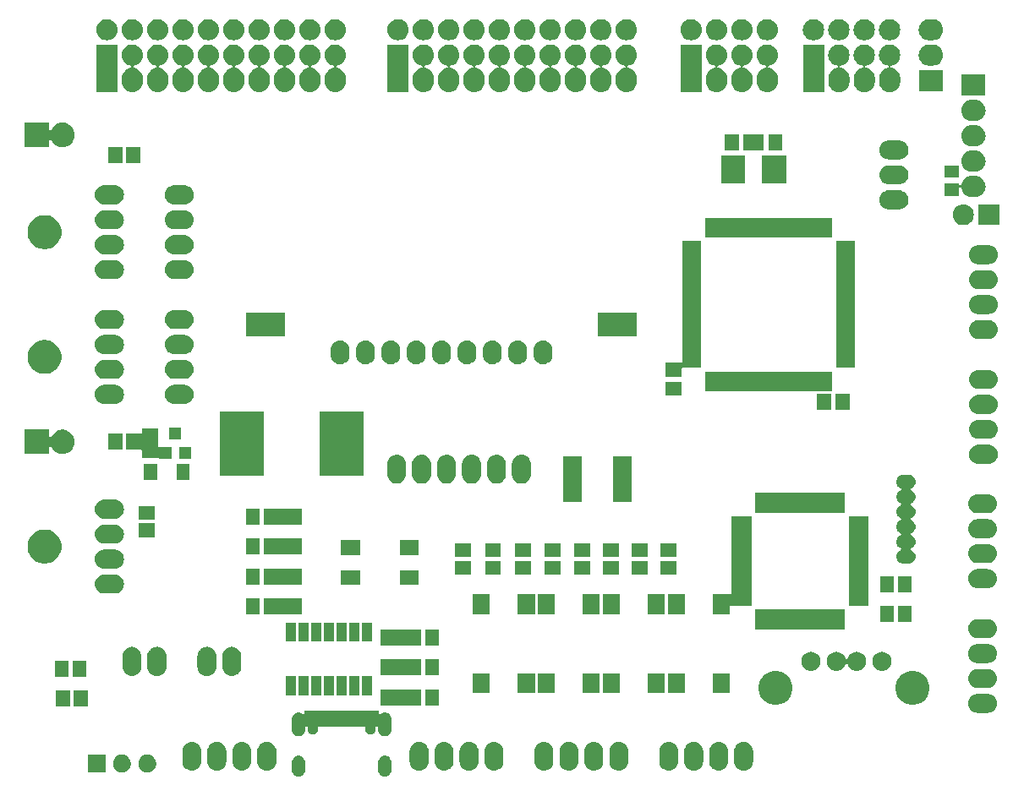
<source format=gbr>
G04 #@! TF.GenerationSoftware,KiCad,Pcbnew,(5.1.4)-1*
G04 #@! TF.CreationDate,2020-07-04T01:26:03+09:00*
G04 #@! TF.ProjectId,stm32f4_Centaurus,73746d33-3266-4345-9f43-656e74617572,rev?*
G04 #@! TF.SameCoordinates,Original*
G04 #@! TF.FileFunction,Soldermask,Top*
G04 #@! TF.FilePolarity,Negative*
%FSLAX46Y46*%
G04 Gerber Fmt 4.6, Leading zero omitted, Abs format (unit mm)*
G04 Created by KiCad (PCBNEW (5.1.4)-1) date 2020-07-04 01:26:03*
%MOMM*%
%LPD*%
G04 APERTURE LIST*
%ADD10C,0.100000*%
G04 APERTURE END LIST*
D10*
G36*
X81045997Y-134448280D02*
G01*
X81057422Y-134449405D01*
X81118684Y-134467989D01*
X81179947Y-134486573D01*
X81292867Y-134546930D01*
X81391843Y-134628157D01*
X81473070Y-134727132D01*
X81533427Y-134840052D01*
X81570595Y-134962578D01*
X81580000Y-135058068D01*
X81580000Y-135921932D01*
X81570595Y-136017422D01*
X81533427Y-136139948D01*
X81473070Y-136252868D01*
X81391843Y-136351843D01*
X81292868Y-136433070D01*
X81179948Y-136493427D01*
X81118685Y-136512011D01*
X81057423Y-136530595D01*
X81045998Y-136531720D01*
X80930000Y-136543145D01*
X80814003Y-136531720D01*
X80802578Y-136530595D01*
X80741316Y-136512011D01*
X80680053Y-136493427D01*
X80567133Y-136433070D01*
X80468158Y-136351843D01*
X80386931Y-136252868D01*
X80326574Y-136139948D01*
X80289405Y-136017422D01*
X80280000Y-135921932D01*
X80280000Y-135058069D01*
X80289405Y-134962579D01*
X80289406Y-134962577D01*
X80326573Y-134840054D01*
X80326573Y-134840053D01*
X80386930Y-134727133D01*
X80468157Y-134628157D01*
X80567132Y-134546930D01*
X80680052Y-134486573D01*
X80741315Y-134467989D01*
X80802577Y-134449405D01*
X80814002Y-134448280D01*
X80930000Y-134436855D01*
X81045997Y-134448280D01*
X81045997Y-134448280D01*
G37*
G36*
X89685997Y-134448280D02*
G01*
X89697422Y-134449405D01*
X89758684Y-134467989D01*
X89819947Y-134486573D01*
X89932867Y-134546930D01*
X90031843Y-134628157D01*
X90113070Y-134727132D01*
X90173427Y-134840052D01*
X90210595Y-134962578D01*
X90220000Y-135058068D01*
X90220000Y-135921932D01*
X90210595Y-136017422D01*
X90173427Y-136139948D01*
X90113070Y-136252868D01*
X90031843Y-136351843D01*
X89932868Y-136433070D01*
X89819948Y-136493427D01*
X89758685Y-136512011D01*
X89697423Y-136530595D01*
X89685998Y-136531720D01*
X89570000Y-136543145D01*
X89454003Y-136531720D01*
X89442578Y-136530595D01*
X89381316Y-136512011D01*
X89320053Y-136493427D01*
X89207133Y-136433070D01*
X89108158Y-136351843D01*
X89026931Y-136252868D01*
X88966574Y-136139948D01*
X88929405Y-136017422D01*
X88920000Y-135921932D01*
X88920000Y-135058069D01*
X88929405Y-134962579D01*
X88929406Y-134962577D01*
X88966573Y-134840054D01*
X88966573Y-134840053D01*
X89026930Y-134727133D01*
X89108157Y-134628157D01*
X89207132Y-134546930D01*
X89320052Y-134486573D01*
X89381315Y-134467989D01*
X89442577Y-134449405D01*
X89454002Y-134448280D01*
X89570000Y-134436855D01*
X89685997Y-134448280D01*
X89685997Y-134448280D01*
G37*
G36*
X63454220Y-134374519D02*
G01*
X63512083Y-134386029D01*
X63675599Y-134453760D01*
X63822760Y-134552090D01*
X63947910Y-134677240D01*
X64046240Y-134824401D01*
X64103476Y-134962579D01*
X64113971Y-134987918D01*
X64148500Y-135161504D01*
X64148500Y-135338496D01*
X64143166Y-135365309D01*
X64113971Y-135512083D01*
X64046240Y-135675599D01*
X63947910Y-135822760D01*
X63822760Y-135947910D01*
X63675599Y-136046240D01*
X63512083Y-136113971D01*
X63454220Y-136125481D01*
X63338496Y-136148500D01*
X63161504Y-136148500D01*
X63045780Y-136125481D01*
X62987917Y-136113971D01*
X62824401Y-136046240D01*
X62677240Y-135947910D01*
X62552090Y-135822760D01*
X62453760Y-135675599D01*
X62386029Y-135512083D01*
X62356834Y-135365309D01*
X62351500Y-135338496D01*
X62351500Y-135161504D01*
X62386029Y-134987918D01*
X62396525Y-134962579D01*
X62453760Y-134824401D01*
X62552090Y-134677240D01*
X62677240Y-134552090D01*
X62824401Y-134453760D01*
X62987917Y-134386029D01*
X63045780Y-134374519D01*
X63161504Y-134351500D01*
X63338496Y-134351500D01*
X63454220Y-134374519D01*
X63454220Y-134374519D01*
G37*
G36*
X61608500Y-136148500D02*
G01*
X59811500Y-136148500D01*
X59811500Y-134351500D01*
X61608500Y-134351500D01*
X61608500Y-136148500D01*
X61608500Y-136148500D01*
G37*
G36*
X65994220Y-134374519D02*
G01*
X66052083Y-134386029D01*
X66215599Y-134453760D01*
X66362760Y-134552090D01*
X66487910Y-134677240D01*
X66586240Y-134824401D01*
X66643476Y-134962579D01*
X66653971Y-134987918D01*
X66688500Y-135161504D01*
X66688500Y-135338496D01*
X66683166Y-135365309D01*
X66653971Y-135512083D01*
X66586240Y-135675599D01*
X66487910Y-135822760D01*
X66362760Y-135947910D01*
X66215599Y-136046240D01*
X66052083Y-136113971D01*
X65994220Y-136125481D01*
X65878496Y-136148500D01*
X65701504Y-136148500D01*
X65585780Y-136125481D01*
X65527917Y-136113971D01*
X65364401Y-136046240D01*
X65217240Y-135947910D01*
X65092090Y-135822760D01*
X64993760Y-135675599D01*
X64926029Y-135512083D01*
X64896834Y-135365309D01*
X64891500Y-135338496D01*
X64891500Y-135161504D01*
X64926029Y-134987918D01*
X64936525Y-134962579D01*
X64993760Y-134824401D01*
X65092090Y-134677240D01*
X65217240Y-134552090D01*
X65364401Y-134453760D01*
X65527917Y-134386029D01*
X65585780Y-134374519D01*
X65701504Y-134351500D01*
X65878496Y-134351500D01*
X65994220Y-134374519D01*
X65994220Y-134374519D01*
G37*
G36*
X108186231Y-133063746D02*
G01*
X108365307Y-133118068D01*
X108365310Y-133118069D01*
X108452831Y-133164850D01*
X108530345Y-133206282D01*
X108575290Y-133243168D01*
X108675002Y-133324998D01*
X108783073Y-133456685D01*
X108793718Y-133469655D01*
X108834780Y-133546477D01*
X108881932Y-133634691D01*
X108936254Y-133813769D01*
X108950000Y-133953334D01*
X108950000Y-135046666D01*
X108936254Y-135186231D01*
X108881932Y-135365309D01*
X108881931Y-135365310D01*
X108803480Y-135512082D01*
X108793717Y-135530346D01*
X108675002Y-135675002D01*
X108543315Y-135783073D01*
X108530345Y-135793718D01*
X108476015Y-135822758D01*
X108365309Y-135881932D01*
X108275770Y-135909093D01*
X108186232Y-135936254D01*
X108000000Y-135954596D01*
X107813769Y-135936254D01*
X107724231Y-135909093D01*
X107634692Y-135881932D01*
X107523986Y-135822758D01*
X107469656Y-135793718D01*
X107456686Y-135783073D01*
X107324999Y-135675002D01*
X107206284Y-135530346D01*
X107196522Y-135512082D01*
X107118069Y-135365308D01*
X107063747Y-135186232D01*
X107063747Y-135186231D01*
X107063746Y-135186229D01*
X107050000Y-135046666D01*
X107050000Y-133953335D01*
X107063746Y-133813770D01*
X107063747Y-133813768D01*
X107118068Y-133634693D01*
X107118069Y-133634690D01*
X107164850Y-133547169D01*
X107206282Y-133469655D01*
X107243168Y-133424710D01*
X107324998Y-133324998D01*
X107469654Y-133206283D01*
X107469653Y-133206283D01*
X107469655Y-133206282D01*
X107546477Y-133165220D01*
X107634691Y-133118068D01*
X107724230Y-133090907D01*
X107813768Y-133063746D01*
X108000000Y-133045404D01*
X108186231Y-133063746D01*
X108186231Y-133063746D01*
G37*
G36*
X72936231Y-133063746D02*
G01*
X73115307Y-133118068D01*
X73115310Y-133118069D01*
X73202831Y-133164850D01*
X73280345Y-133206282D01*
X73325290Y-133243168D01*
X73425002Y-133324998D01*
X73533073Y-133456685D01*
X73543718Y-133469655D01*
X73584780Y-133546477D01*
X73631932Y-133634691D01*
X73686254Y-133813769D01*
X73700000Y-133953334D01*
X73700000Y-135046666D01*
X73686254Y-135186231D01*
X73631932Y-135365309D01*
X73631931Y-135365310D01*
X73553480Y-135512082D01*
X73543717Y-135530346D01*
X73425002Y-135675002D01*
X73293315Y-135783073D01*
X73280345Y-135793718D01*
X73226015Y-135822758D01*
X73115309Y-135881932D01*
X73025770Y-135909093D01*
X72936232Y-135936254D01*
X72750000Y-135954596D01*
X72563769Y-135936254D01*
X72474231Y-135909093D01*
X72384692Y-135881932D01*
X72273986Y-135822758D01*
X72219656Y-135793718D01*
X72206686Y-135783073D01*
X72074999Y-135675002D01*
X71956284Y-135530346D01*
X71946522Y-135512082D01*
X71868069Y-135365308D01*
X71813747Y-135186232D01*
X71813747Y-135186231D01*
X71813746Y-135186229D01*
X71800000Y-135046666D01*
X71800000Y-133953335D01*
X71813746Y-133813770D01*
X71813747Y-133813768D01*
X71868068Y-133634693D01*
X71868069Y-133634690D01*
X71914850Y-133547169D01*
X71956282Y-133469655D01*
X71993168Y-133424710D01*
X72074998Y-133324998D01*
X72219654Y-133206283D01*
X72219653Y-133206283D01*
X72219655Y-133206282D01*
X72296477Y-133165220D01*
X72384691Y-133118068D01*
X72474230Y-133090907D01*
X72563768Y-133063746D01*
X72750000Y-133045404D01*
X72936231Y-133063746D01*
X72936231Y-133063746D01*
G37*
G36*
X75436231Y-133063746D02*
G01*
X75615307Y-133118068D01*
X75615310Y-133118069D01*
X75702831Y-133164850D01*
X75780345Y-133206282D01*
X75825290Y-133243168D01*
X75925002Y-133324998D01*
X76033073Y-133456685D01*
X76043718Y-133469655D01*
X76084780Y-133546477D01*
X76131932Y-133634691D01*
X76186254Y-133813769D01*
X76200000Y-133953334D01*
X76200000Y-135046666D01*
X76186254Y-135186231D01*
X76131932Y-135365309D01*
X76131931Y-135365310D01*
X76053480Y-135512082D01*
X76043717Y-135530346D01*
X75925002Y-135675002D01*
X75793315Y-135783073D01*
X75780345Y-135793718D01*
X75726015Y-135822758D01*
X75615309Y-135881932D01*
X75525770Y-135909093D01*
X75436232Y-135936254D01*
X75250000Y-135954596D01*
X75063769Y-135936254D01*
X74974231Y-135909093D01*
X74884692Y-135881932D01*
X74773986Y-135822758D01*
X74719656Y-135793718D01*
X74706686Y-135783073D01*
X74574999Y-135675002D01*
X74456284Y-135530346D01*
X74446522Y-135512082D01*
X74368069Y-135365308D01*
X74313747Y-135186232D01*
X74313747Y-135186231D01*
X74313746Y-135186229D01*
X74300000Y-135046666D01*
X74300000Y-133953335D01*
X74313746Y-133813770D01*
X74313747Y-133813768D01*
X74368068Y-133634693D01*
X74368069Y-133634690D01*
X74414850Y-133547169D01*
X74456282Y-133469655D01*
X74493168Y-133424710D01*
X74574998Y-133324998D01*
X74719654Y-133206283D01*
X74719653Y-133206283D01*
X74719655Y-133206282D01*
X74796477Y-133165220D01*
X74884691Y-133118068D01*
X74974230Y-133090907D01*
X75063768Y-133063746D01*
X75250000Y-133045404D01*
X75436231Y-133063746D01*
X75436231Y-133063746D01*
G37*
G36*
X77936231Y-133063746D02*
G01*
X78115307Y-133118068D01*
X78115310Y-133118069D01*
X78202831Y-133164850D01*
X78280345Y-133206282D01*
X78325290Y-133243168D01*
X78425002Y-133324998D01*
X78533073Y-133456685D01*
X78543718Y-133469655D01*
X78584780Y-133546477D01*
X78631932Y-133634691D01*
X78686254Y-133813769D01*
X78700000Y-133953334D01*
X78700000Y-135046666D01*
X78686254Y-135186231D01*
X78631932Y-135365309D01*
X78631931Y-135365310D01*
X78553480Y-135512082D01*
X78543717Y-135530346D01*
X78425002Y-135675002D01*
X78293315Y-135783073D01*
X78280345Y-135793718D01*
X78226015Y-135822758D01*
X78115309Y-135881932D01*
X78025770Y-135909093D01*
X77936232Y-135936254D01*
X77750000Y-135954596D01*
X77563769Y-135936254D01*
X77474231Y-135909093D01*
X77384692Y-135881932D01*
X77273986Y-135822758D01*
X77219656Y-135793718D01*
X77206686Y-135783073D01*
X77074999Y-135675002D01*
X76956284Y-135530346D01*
X76946522Y-135512082D01*
X76868069Y-135365308D01*
X76813747Y-135186232D01*
X76813747Y-135186231D01*
X76813746Y-135186229D01*
X76800000Y-135046666D01*
X76800000Y-133953335D01*
X76813746Y-133813770D01*
X76813747Y-133813768D01*
X76868068Y-133634693D01*
X76868069Y-133634690D01*
X76914850Y-133547169D01*
X76956282Y-133469655D01*
X76993168Y-133424710D01*
X77074998Y-133324998D01*
X77219654Y-133206283D01*
X77219653Y-133206283D01*
X77219655Y-133206282D01*
X77296477Y-133165220D01*
X77384691Y-133118068D01*
X77474230Y-133090907D01*
X77563768Y-133063746D01*
X77750000Y-133045404D01*
X77936231Y-133063746D01*
X77936231Y-133063746D01*
G37*
G36*
X100686231Y-133063746D02*
G01*
X100865307Y-133118068D01*
X100865310Y-133118069D01*
X100952831Y-133164850D01*
X101030345Y-133206282D01*
X101075290Y-133243168D01*
X101175002Y-133324998D01*
X101283073Y-133456685D01*
X101293718Y-133469655D01*
X101334780Y-133546477D01*
X101381932Y-133634691D01*
X101436254Y-133813769D01*
X101450000Y-133953334D01*
X101450000Y-135046666D01*
X101436254Y-135186231D01*
X101381932Y-135365309D01*
X101381931Y-135365310D01*
X101303480Y-135512082D01*
X101293717Y-135530346D01*
X101175002Y-135675002D01*
X101043315Y-135783073D01*
X101030345Y-135793718D01*
X100976015Y-135822758D01*
X100865309Y-135881932D01*
X100775770Y-135909093D01*
X100686232Y-135936254D01*
X100500000Y-135954596D01*
X100313769Y-135936254D01*
X100224231Y-135909093D01*
X100134692Y-135881932D01*
X100023986Y-135822758D01*
X99969656Y-135793718D01*
X99956686Y-135783073D01*
X99824999Y-135675002D01*
X99706284Y-135530346D01*
X99696522Y-135512082D01*
X99618069Y-135365308D01*
X99563747Y-135186232D01*
X99563747Y-135186231D01*
X99563746Y-135186229D01*
X99550000Y-135046666D01*
X99550000Y-133953335D01*
X99563746Y-133813770D01*
X99563747Y-133813768D01*
X99618068Y-133634693D01*
X99618069Y-133634690D01*
X99664850Y-133547169D01*
X99706282Y-133469655D01*
X99743168Y-133424710D01*
X99824998Y-133324998D01*
X99969654Y-133206283D01*
X99969653Y-133206283D01*
X99969655Y-133206282D01*
X100046477Y-133165220D01*
X100134691Y-133118068D01*
X100224230Y-133090907D01*
X100313768Y-133063746D01*
X100500000Y-133045404D01*
X100686231Y-133063746D01*
X100686231Y-133063746D01*
G37*
G36*
X98186231Y-133063746D02*
G01*
X98365307Y-133118068D01*
X98365310Y-133118069D01*
X98452831Y-133164850D01*
X98530345Y-133206282D01*
X98575290Y-133243168D01*
X98675002Y-133324998D01*
X98783073Y-133456685D01*
X98793718Y-133469655D01*
X98834780Y-133546477D01*
X98881932Y-133634691D01*
X98936254Y-133813769D01*
X98950000Y-133953334D01*
X98950000Y-135046666D01*
X98936254Y-135186231D01*
X98881932Y-135365309D01*
X98881931Y-135365310D01*
X98803480Y-135512082D01*
X98793717Y-135530346D01*
X98675002Y-135675002D01*
X98543315Y-135783073D01*
X98530345Y-135793718D01*
X98476015Y-135822758D01*
X98365309Y-135881932D01*
X98275770Y-135909093D01*
X98186232Y-135936254D01*
X98000000Y-135954596D01*
X97813769Y-135936254D01*
X97724231Y-135909093D01*
X97634692Y-135881932D01*
X97523986Y-135822758D01*
X97469656Y-135793718D01*
X97456686Y-135783073D01*
X97324999Y-135675002D01*
X97206284Y-135530346D01*
X97196522Y-135512082D01*
X97118069Y-135365308D01*
X97063747Y-135186232D01*
X97063747Y-135186231D01*
X97063746Y-135186229D01*
X97050000Y-135046666D01*
X97050000Y-133953335D01*
X97063746Y-133813770D01*
X97063747Y-133813768D01*
X97118068Y-133634693D01*
X97118069Y-133634690D01*
X97164850Y-133547169D01*
X97206282Y-133469655D01*
X97243168Y-133424710D01*
X97324998Y-133324998D01*
X97469654Y-133206283D01*
X97469653Y-133206283D01*
X97469655Y-133206282D01*
X97546477Y-133165220D01*
X97634691Y-133118068D01*
X97724230Y-133090907D01*
X97813768Y-133063746D01*
X98000000Y-133045404D01*
X98186231Y-133063746D01*
X98186231Y-133063746D01*
G37*
G36*
X95686231Y-133063746D02*
G01*
X95865307Y-133118068D01*
X95865310Y-133118069D01*
X95952831Y-133164850D01*
X96030345Y-133206282D01*
X96075290Y-133243168D01*
X96175002Y-133324998D01*
X96283073Y-133456685D01*
X96293718Y-133469655D01*
X96334780Y-133546477D01*
X96381932Y-133634691D01*
X96436254Y-133813769D01*
X96450000Y-133953334D01*
X96450000Y-135046666D01*
X96436254Y-135186231D01*
X96381932Y-135365309D01*
X96381931Y-135365310D01*
X96303480Y-135512082D01*
X96293717Y-135530346D01*
X96175002Y-135675002D01*
X96043315Y-135783073D01*
X96030345Y-135793718D01*
X95976015Y-135822758D01*
X95865309Y-135881932D01*
X95775770Y-135909093D01*
X95686232Y-135936254D01*
X95500000Y-135954596D01*
X95313769Y-135936254D01*
X95224231Y-135909093D01*
X95134692Y-135881932D01*
X95023986Y-135822758D01*
X94969656Y-135793718D01*
X94956686Y-135783073D01*
X94824999Y-135675002D01*
X94706284Y-135530346D01*
X94696522Y-135512082D01*
X94618069Y-135365308D01*
X94563747Y-135186232D01*
X94563747Y-135186231D01*
X94563746Y-135186229D01*
X94550000Y-135046666D01*
X94550000Y-133953335D01*
X94563746Y-133813770D01*
X94563747Y-133813768D01*
X94618068Y-133634693D01*
X94618069Y-133634690D01*
X94664850Y-133547169D01*
X94706282Y-133469655D01*
X94743168Y-133424710D01*
X94824998Y-133324998D01*
X94969654Y-133206283D01*
X94969653Y-133206283D01*
X94969655Y-133206282D01*
X95046477Y-133165220D01*
X95134691Y-133118068D01*
X95224230Y-133090907D01*
X95313768Y-133063746D01*
X95500000Y-133045404D01*
X95686231Y-133063746D01*
X95686231Y-133063746D01*
G37*
G36*
X93186231Y-133063746D02*
G01*
X93365307Y-133118068D01*
X93365310Y-133118069D01*
X93452831Y-133164850D01*
X93530345Y-133206282D01*
X93575290Y-133243168D01*
X93675002Y-133324998D01*
X93783073Y-133456685D01*
X93793718Y-133469655D01*
X93834780Y-133546477D01*
X93881932Y-133634691D01*
X93936254Y-133813769D01*
X93950000Y-133953334D01*
X93950000Y-135046666D01*
X93936254Y-135186231D01*
X93881932Y-135365309D01*
X93881931Y-135365310D01*
X93803480Y-135512082D01*
X93793717Y-135530346D01*
X93675002Y-135675002D01*
X93543315Y-135783073D01*
X93530345Y-135793718D01*
X93476015Y-135822758D01*
X93365309Y-135881932D01*
X93275770Y-135909093D01*
X93186232Y-135936254D01*
X93000000Y-135954596D01*
X92813769Y-135936254D01*
X92724231Y-135909093D01*
X92634692Y-135881932D01*
X92523986Y-135822758D01*
X92469656Y-135793718D01*
X92456686Y-135783073D01*
X92324999Y-135675002D01*
X92206284Y-135530346D01*
X92196522Y-135512082D01*
X92118069Y-135365308D01*
X92063747Y-135186232D01*
X92063747Y-135186231D01*
X92063746Y-135186229D01*
X92050000Y-135046666D01*
X92050000Y-133953335D01*
X92063746Y-133813770D01*
X92063747Y-133813768D01*
X92118068Y-133634693D01*
X92118069Y-133634690D01*
X92164850Y-133547169D01*
X92206282Y-133469655D01*
X92243168Y-133424710D01*
X92324998Y-133324998D01*
X92469654Y-133206283D01*
X92469653Y-133206283D01*
X92469655Y-133206282D01*
X92546477Y-133165220D01*
X92634691Y-133118068D01*
X92724230Y-133090907D01*
X92813768Y-133063746D01*
X93000000Y-133045404D01*
X93186231Y-133063746D01*
X93186231Y-133063746D01*
G37*
G36*
X105686231Y-133063746D02*
G01*
X105865307Y-133118068D01*
X105865310Y-133118069D01*
X105952831Y-133164850D01*
X106030345Y-133206282D01*
X106075290Y-133243168D01*
X106175002Y-133324998D01*
X106283073Y-133456685D01*
X106293718Y-133469655D01*
X106334780Y-133546477D01*
X106381932Y-133634691D01*
X106436254Y-133813769D01*
X106450000Y-133953334D01*
X106450000Y-135046666D01*
X106436254Y-135186231D01*
X106381932Y-135365309D01*
X106381931Y-135365310D01*
X106303480Y-135512082D01*
X106293717Y-135530346D01*
X106175002Y-135675002D01*
X106043315Y-135783073D01*
X106030345Y-135793718D01*
X105976015Y-135822758D01*
X105865309Y-135881932D01*
X105775770Y-135909093D01*
X105686232Y-135936254D01*
X105500000Y-135954596D01*
X105313769Y-135936254D01*
X105224231Y-135909093D01*
X105134692Y-135881932D01*
X105023986Y-135822758D01*
X104969656Y-135793718D01*
X104956686Y-135783073D01*
X104824999Y-135675002D01*
X104706284Y-135530346D01*
X104696522Y-135512082D01*
X104618069Y-135365308D01*
X104563747Y-135186232D01*
X104563747Y-135186231D01*
X104563746Y-135186229D01*
X104550000Y-135046666D01*
X104550000Y-133953335D01*
X104563746Y-133813770D01*
X104563747Y-133813768D01*
X104618068Y-133634693D01*
X104618069Y-133634690D01*
X104664850Y-133547169D01*
X104706282Y-133469655D01*
X104743168Y-133424710D01*
X104824998Y-133324998D01*
X104969654Y-133206283D01*
X104969653Y-133206283D01*
X104969655Y-133206282D01*
X105046477Y-133165220D01*
X105134691Y-133118068D01*
X105224230Y-133090907D01*
X105313768Y-133063746D01*
X105500000Y-133045404D01*
X105686231Y-133063746D01*
X105686231Y-133063746D01*
G37*
G36*
X70436231Y-133063746D02*
G01*
X70615307Y-133118068D01*
X70615310Y-133118069D01*
X70702831Y-133164850D01*
X70780345Y-133206282D01*
X70825290Y-133243168D01*
X70925002Y-133324998D01*
X71033073Y-133456685D01*
X71043718Y-133469655D01*
X71084780Y-133546477D01*
X71131932Y-133634691D01*
X71186254Y-133813769D01*
X71200000Y-133953334D01*
X71200000Y-135046666D01*
X71186254Y-135186231D01*
X71131932Y-135365309D01*
X71131931Y-135365310D01*
X71053480Y-135512082D01*
X71043717Y-135530346D01*
X70925002Y-135675002D01*
X70793315Y-135783073D01*
X70780345Y-135793718D01*
X70726015Y-135822758D01*
X70615309Y-135881932D01*
X70525770Y-135909093D01*
X70436232Y-135936254D01*
X70250000Y-135954596D01*
X70063769Y-135936254D01*
X69974231Y-135909093D01*
X69884692Y-135881932D01*
X69773986Y-135822758D01*
X69719656Y-135793718D01*
X69706686Y-135783073D01*
X69574999Y-135675002D01*
X69456284Y-135530346D01*
X69446522Y-135512082D01*
X69368069Y-135365308D01*
X69313747Y-135186232D01*
X69313747Y-135186231D01*
X69313746Y-135186229D01*
X69300000Y-135046666D01*
X69300000Y-133953335D01*
X69313746Y-133813770D01*
X69313747Y-133813768D01*
X69368068Y-133634693D01*
X69368069Y-133634690D01*
X69414850Y-133547169D01*
X69456282Y-133469655D01*
X69493168Y-133424710D01*
X69574998Y-133324998D01*
X69719654Y-133206283D01*
X69719653Y-133206283D01*
X69719655Y-133206282D01*
X69796477Y-133165220D01*
X69884691Y-133118068D01*
X69974230Y-133090907D01*
X70063768Y-133063746D01*
X70250000Y-133045404D01*
X70436231Y-133063746D01*
X70436231Y-133063746D01*
G37*
G36*
X110686231Y-133063746D02*
G01*
X110865307Y-133118068D01*
X110865310Y-133118069D01*
X110952831Y-133164850D01*
X111030345Y-133206282D01*
X111075290Y-133243168D01*
X111175002Y-133324998D01*
X111283073Y-133456685D01*
X111293718Y-133469655D01*
X111334780Y-133546477D01*
X111381932Y-133634691D01*
X111436254Y-133813769D01*
X111450000Y-133953334D01*
X111450000Y-135046666D01*
X111436254Y-135186231D01*
X111381932Y-135365309D01*
X111381931Y-135365310D01*
X111303480Y-135512082D01*
X111293717Y-135530346D01*
X111175002Y-135675002D01*
X111043315Y-135783073D01*
X111030345Y-135793718D01*
X110976015Y-135822758D01*
X110865309Y-135881932D01*
X110775770Y-135909093D01*
X110686232Y-135936254D01*
X110500000Y-135954596D01*
X110313769Y-135936254D01*
X110224231Y-135909093D01*
X110134692Y-135881932D01*
X110023986Y-135822758D01*
X109969656Y-135793718D01*
X109956686Y-135783073D01*
X109824999Y-135675002D01*
X109706284Y-135530346D01*
X109696522Y-135512082D01*
X109618069Y-135365308D01*
X109563747Y-135186232D01*
X109563747Y-135186231D01*
X109563746Y-135186229D01*
X109550000Y-135046666D01*
X109550000Y-133953335D01*
X109563746Y-133813770D01*
X109563747Y-133813768D01*
X109618068Y-133634693D01*
X109618069Y-133634690D01*
X109664850Y-133547169D01*
X109706282Y-133469655D01*
X109743168Y-133424710D01*
X109824998Y-133324998D01*
X109969654Y-133206283D01*
X109969653Y-133206283D01*
X109969655Y-133206282D01*
X110046477Y-133165220D01*
X110134691Y-133118068D01*
X110224230Y-133090907D01*
X110313768Y-133063746D01*
X110500000Y-133045404D01*
X110686231Y-133063746D01*
X110686231Y-133063746D01*
G37*
G36*
X113186231Y-133063746D02*
G01*
X113365307Y-133118068D01*
X113365310Y-133118069D01*
X113452831Y-133164850D01*
X113530345Y-133206282D01*
X113575290Y-133243168D01*
X113675002Y-133324998D01*
X113783073Y-133456685D01*
X113793718Y-133469655D01*
X113834780Y-133546477D01*
X113881932Y-133634691D01*
X113936254Y-133813769D01*
X113950000Y-133953334D01*
X113950000Y-135046666D01*
X113936254Y-135186231D01*
X113881932Y-135365309D01*
X113881931Y-135365310D01*
X113803480Y-135512082D01*
X113793717Y-135530346D01*
X113675002Y-135675002D01*
X113543315Y-135783073D01*
X113530345Y-135793718D01*
X113476015Y-135822758D01*
X113365309Y-135881932D01*
X113275770Y-135909093D01*
X113186232Y-135936254D01*
X113000000Y-135954596D01*
X112813769Y-135936254D01*
X112724231Y-135909093D01*
X112634692Y-135881932D01*
X112523986Y-135822758D01*
X112469656Y-135793718D01*
X112456686Y-135783073D01*
X112324999Y-135675002D01*
X112206284Y-135530346D01*
X112196522Y-135512082D01*
X112118069Y-135365308D01*
X112063747Y-135186232D01*
X112063747Y-135186231D01*
X112063746Y-135186229D01*
X112050000Y-135046666D01*
X112050000Y-133953335D01*
X112063746Y-133813770D01*
X112063747Y-133813768D01*
X112118068Y-133634693D01*
X112118069Y-133634690D01*
X112164850Y-133547169D01*
X112206282Y-133469655D01*
X112243168Y-133424710D01*
X112324998Y-133324998D01*
X112469654Y-133206283D01*
X112469653Y-133206283D01*
X112469655Y-133206282D01*
X112546477Y-133165220D01*
X112634691Y-133118068D01*
X112724230Y-133090907D01*
X112813768Y-133063746D01*
X113000000Y-133045404D01*
X113186231Y-133063746D01*
X113186231Y-133063746D01*
G37*
G36*
X123186231Y-133063746D02*
G01*
X123365307Y-133118068D01*
X123365310Y-133118069D01*
X123452831Y-133164850D01*
X123530345Y-133206282D01*
X123575290Y-133243168D01*
X123675002Y-133324998D01*
X123783073Y-133456685D01*
X123793718Y-133469655D01*
X123834780Y-133546477D01*
X123881932Y-133634691D01*
X123936254Y-133813769D01*
X123950000Y-133953334D01*
X123950000Y-135046666D01*
X123936254Y-135186231D01*
X123881932Y-135365309D01*
X123881931Y-135365310D01*
X123803480Y-135512082D01*
X123793717Y-135530346D01*
X123675002Y-135675002D01*
X123543315Y-135783073D01*
X123530345Y-135793718D01*
X123476015Y-135822758D01*
X123365309Y-135881932D01*
X123275770Y-135909093D01*
X123186232Y-135936254D01*
X123000000Y-135954596D01*
X122813769Y-135936254D01*
X122724231Y-135909093D01*
X122634692Y-135881932D01*
X122523986Y-135822758D01*
X122469656Y-135793718D01*
X122456686Y-135783073D01*
X122324999Y-135675002D01*
X122206284Y-135530346D01*
X122196522Y-135512082D01*
X122118069Y-135365308D01*
X122063747Y-135186232D01*
X122063747Y-135186231D01*
X122063746Y-135186229D01*
X122050000Y-135046666D01*
X122050000Y-133953335D01*
X122063746Y-133813770D01*
X122063747Y-133813768D01*
X122118068Y-133634693D01*
X122118069Y-133634690D01*
X122164850Y-133547169D01*
X122206282Y-133469655D01*
X122243168Y-133424710D01*
X122324998Y-133324998D01*
X122469654Y-133206283D01*
X122469653Y-133206283D01*
X122469655Y-133206282D01*
X122546477Y-133165220D01*
X122634691Y-133118068D01*
X122724230Y-133090907D01*
X122813768Y-133063746D01*
X123000000Y-133045404D01*
X123186231Y-133063746D01*
X123186231Y-133063746D01*
G37*
G36*
X120686231Y-133063746D02*
G01*
X120865307Y-133118068D01*
X120865310Y-133118069D01*
X120952831Y-133164850D01*
X121030345Y-133206282D01*
X121075290Y-133243168D01*
X121175002Y-133324998D01*
X121283073Y-133456685D01*
X121293718Y-133469655D01*
X121334780Y-133546477D01*
X121381932Y-133634691D01*
X121436254Y-133813769D01*
X121450000Y-133953334D01*
X121450000Y-135046666D01*
X121436254Y-135186231D01*
X121381932Y-135365309D01*
X121381931Y-135365310D01*
X121303480Y-135512082D01*
X121293717Y-135530346D01*
X121175002Y-135675002D01*
X121043315Y-135783073D01*
X121030345Y-135793718D01*
X120976015Y-135822758D01*
X120865309Y-135881932D01*
X120775770Y-135909093D01*
X120686232Y-135936254D01*
X120500000Y-135954596D01*
X120313769Y-135936254D01*
X120224231Y-135909093D01*
X120134692Y-135881932D01*
X120023986Y-135822758D01*
X119969656Y-135793718D01*
X119956686Y-135783073D01*
X119824999Y-135675002D01*
X119706284Y-135530346D01*
X119696522Y-135512082D01*
X119618069Y-135365308D01*
X119563747Y-135186232D01*
X119563747Y-135186231D01*
X119563746Y-135186229D01*
X119550000Y-135046666D01*
X119550000Y-133953335D01*
X119563746Y-133813770D01*
X119563747Y-133813768D01*
X119618068Y-133634693D01*
X119618069Y-133634690D01*
X119664850Y-133547169D01*
X119706282Y-133469655D01*
X119743168Y-133424710D01*
X119824998Y-133324998D01*
X119969654Y-133206283D01*
X119969653Y-133206283D01*
X119969655Y-133206282D01*
X120046477Y-133165220D01*
X120134691Y-133118068D01*
X120224230Y-133090907D01*
X120313768Y-133063746D01*
X120500000Y-133045404D01*
X120686231Y-133063746D01*
X120686231Y-133063746D01*
G37*
G36*
X118186231Y-133063746D02*
G01*
X118365307Y-133118068D01*
X118365310Y-133118069D01*
X118452831Y-133164850D01*
X118530345Y-133206282D01*
X118575290Y-133243168D01*
X118675002Y-133324998D01*
X118783073Y-133456685D01*
X118793718Y-133469655D01*
X118834780Y-133546477D01*
X118881932Y-133634691D01*
X118936254Y-133813769D01*
X118950000Y-133953334D01*
X118950000Y-135046666D01*
X118936254Y-135186231D01*
X118881932Y-135365309D01*
X118881931Y-135365310D01*
X118803480Y-135512082D01*
X118793717Y-135530346D01*
X118675002Y-135675002D01*
X118543315Y-135783073D01*
X118530345Y-135793718D01*
X118476015Y-135822758D01*
X118365309Y-135881932D01*
X118275770Y-135909093D01*
X118186232Y-135936254D01*
X118000000Y-135954596D01*
X117813769Y-135936254D01*
X117724231Y-135909093D01*
X117634692Y-135881932D01*
X117523986Y-135822758D01*
X117469656Y-135793718D01*
X117456686Y-135783073D01*
X117324999Y-135675002D01*
X117206284Y-135530346D01*
X117196522Y-135512082D01*
X117118069Y-135365308D01*
X117063747Y-135186232D01*
X117063747Y-135186231D01*
X117063746Y-135186229D01*
X117050000Y-135046666D01*
X117050000Y-133953335D01*
X117063746Y-133813770D01*
X117063747Y-133813768D01*
X117118068Y-133634693D01*
X117118069Y-133634690D01*
X117164850Y-133547169D01*
X117206282Y-133469655D01*
X117243168Y-133424710D01*
X117324998Y-133324998D01*
X117469654Y-133206283D01*
X117469653Y-133206283D01*
X117469655Y-133206282D01*
X117546477Y-133165220D01*
X117634691Y-133118068D01*
X117724230Y-133090907D01*
X117813768Y-133063746D01*
X118000000Y-133045404D01*
X118186231Y-133063746D01*
X118186231Y-133063746D01*
G37*
G36*
X125686231Y-133063746D02*
G01*
X125865307Y-133118068D01*
X125865310Y-133118069D01*
X125952831Y-133164850D01*
X126030345Y-133206282D01*
X126075290Y-133243168D01*
X126175002Y-133324998D01*
X126283073Y-133456685D01*
X126293718Y-133469655D01*
X126334780Y-133546477D01*
X126381932Y-133634691D01*
X126436254Y-133813769D01*
X126450000Y-133953334D01*
X126450000Y-135046666D01*
X126436254Y-135186231D01*
X126381932Y-135365309D01*
X126381931Y-135365310D01*
X126303480Y-135512082D01*
X126293717Y-135530346D01*
X126175002Y-135675002D01*
X126043315Y-135783073D01*
X126030345Y-135793718D01*
X125976015Y-135822758D01*
X125865309Y-135881932D01*
X125775770Y-135909093D01*
X125686232Y-135936254D01*
X125500000Y-135954596D01*
X125313769Y-135936254D01*
X125224231Y-135909093D01*
X125134692Y-135881932D01*
X125023986Y-135822758D01*
X124969656Y-135793718D01*
X124956686Y-135783073D01*
X124824999Y-135675002D01*
X124706284Y-135530346D01*
X124696522Y-135512082D01*
X124618069Y-135365308D01*
X124563747Y-135186232D01*
X124563747Y-135186231D01*
X124563746Y-135186229D01*
X124550000Y-135046666D01*
X124550000Y-133953335D01*
X124563746Y-133813770D01*
X124563747Y-133813768D01*
X124618068Y-133634693D01*
X124618069Y-133634690D01*
X124664850Y-133547169D01*
X124706282Y-133469655D01*
X124743168Y-133424710D01*
X124824998Y-133324998D01*
X124969654Y-133206283D01*
X124969653Y-133206283D01*
X124969655Y-133206282D01*
X125046477Y-133165220D01*
X125134691Y-133118068D01*
X125224230Y-133090907D01*
X125313768Y-133063746D01*
X125500000Y-133045404D01*
X125686231Y-133063746D01*
X125686231Y-133063746D01*
G37*
G36*
X88950000Y-130173666D02*
G01*
X88952402Y-130198052D01*
X88959515Y-130221501D01*
X88971066Y-130243112D01*
X88986611Y-130262054D01*
X89005553Y-130277599D01*
X89027164Y-130289150D01*
X89050613Y-130296263D01*
X89074999Y-130298665D01*
X89099385Y-130296263D01*
X89122834Y-130289150D01*
X89144445Y-130277599D01*
X89154272Y-130270312D01*
X89207132Y-130226930D01*
X89320052Y-130166573D01*
X89381315Y-130147989D01*
X89442577Y-130129405D01*
X89454002Y-130128280D01*
X89570000Y-130116855D01*
X89685997Y-130128280D01*
X89697422Y-130129405D01*
X89758684Y-130147989D01*
X89819947Y-130166573D01*
X89932867Y-130226930D01*
X90031843Y-130308157D01*
X90113070Y-130407132D01*
X90173427Y-130520052D01*
X90210595Y-130642578D01*
X90220000Y-130738068D01*
X90220000Y-131901932D01*
X90210595Y-131997422D01*
X90173427Y-132119948D01*
X90113070Y-132232868D01*
X90031843Y-132331843D01*
X89932868Y-132413070D01*
X89819948Y-132473427D01*
X89758685Y-132492011D01*
X89697423Y-132510595D01*
X89685998Y-132511720D01*
X89570000Y-132523145D01*
X89454003Y-132511720D01*
X89442578Y-132510595D01*
X89381316Y-132492011D01*
X89320053Y-132473427D01*
X89207133Y-132413070D01*
X89108158Y-132331843D01*
X89026931Y-132232868D01*
X88966574Y-132119948D01*
X88929406Y-131997422D01*
X88920001Y-131901932D01*
X88920001Y-131644997D01*
X88917599Y-131620613D01*
X88910486Y-131597164D01*
X88898935Y-131575553D01*
X88883390Y-131556611D01*
X88864448Y-131541066D01*
X88842837Y-131529515D01*
X88819388Y-131522402D01*
X88795002Y-131520000D01*
X88746412Y-131520000D01*
X88722026Y-131522402D01*
X88698577Y-131529515D01*
X88676966Y-131541066D01*
X88658024Y-131556611D01*
X88642479Y-131575553D01*
X88630928Y-131597164D01*
X88623815Y-131620613D01*
X88621413Y-131644999D01*
X88623815Y-131669385D01*
X88640000Y-131750753D01*
X88640000Y-131849247D01*
X88620786Y-131945843D01*
X88620785Y-131945845D01*
X88583094Y-132036839D01*
X88528375Y-132118731D01*
X88458731Y-132188375D01*
X88376839Y-132243094D01*
X88376838Y-132243095D01*
X88376837Y-132243095D01*
X88285843Y-132280786D01*
X88189247Y-132300000D01*
X88090753Y-132300000D01*
X87994157Y-132280786D01*
X87903163Y-132243095D01*
X87903162Y-132243095D01*
X87903161Y-132243094D01*
X87821269Y-132188375D01*
X87751625Y-132118731D01*
X87696906Y-132036839D01*
X87659215Y-131945845D01*
X87659214Y-131945843D01*
X87640000Y-131849247D01*
X87640000Y-131750753D01*
X87656185Y-131669385D01*
X87658587Y-131644999D01*
X87656185Y-131620613D01*
X87649072Y-131597164D01*
X87637521Y-131575553D01*
X87621975Y-131556611D01*
X87603034Y-131541066D01*
X87581423Y-131529515D01*
X87557974Y-131522402D01*
X87533588Y-131520000D01*
X82966412Y-131520000D01*
X82942026Y-131522402D01*
X82918577Y-131529515D01*
X82896966Y-131541066D01*
X82878024Y-131556611D01*
X82862479Y-131575553D01*
X82850928Y-131597164D01*
X82843815Y-131620613D01*
X82841413Y-131644999D01*
X82843815Y-131669385D01*
X82860000Y-131750753D01*
X82860000Y-131849247D01*
X82840786Y-131945843D01*
X82840785Y-131945845D01*
X82803094Y-132036839D01*
X82748375Y-132118731D01*
X82678731Y-132188375D01*
X82596839Y-132243094D01*
X82596838Y-132243095D01*
X82596837Y-132243095D01*
X82505843Y-132280786D01*
X82409247Y-132300000D01*
X82310753Y-132300000D01*
X82214157Y-132280786D01*
X82123163Y-132243095D01*
X82123162Y-132243095D01*
X82123161Y-132243094D01*
X82041269Y-132188375D01*
X81971625Y-132118731D01*
X81916906Y-132036839D01*
X81879215Y-131945845D01*
X81879214Y-131945843D01*
X81860000Y-131849247D01*
X81860000Y-131750753D01*
X81876185Y-131669385D01*
X81878587Y-131644999D01*
X81876185Y-131620613D01*
X81869072Y-131597164D01*
X81857521Y-131575553D01*
X81841975Y-131556611D01*
X81823034Y-131541066D01*
X81801423Y-131529515D01*
X81777974Y-131522402D01*
X81753588Y-131520000D01*
X81704999Y-131520000D01*
X81680613Y-131522402D01*
X81657164Y-131529515D01*
X81635553Y-131541066D01*
X81616611Y-131556611D01*
X81601066Y-131575553D01*
X81589515Y-131597164D01*
X81582402Y-131620613D01*
X81580000Y-131644999D01*
X81580000Y-131901932D01*
X81570595Y-131997422D01*
X81533427Y-132119948D01*
X81473070Y-132232868D01*
X81391843Y-132331843D01*
X81292868Y-132413070D01*
X81179948Y-132473427D01*
X81118685Y-132492011D01*
X81057423Y-132510595D01*
X81045998Y-132511720D01*
X80930000Y-132523145D01*
X80814003Y-132511720D01*
X80802578Y-132510595D01*
X80741316Y-132492011D01*
X80680053Y-132473427D01*
X80567133Y-132413070D01*
X80468158Y-132331843D01*
X80386931Y-132232868D01*
X80326574Y-132119948D01*
X80289406Y-131997422D01*
X80280001Y-131901932D01*
X80280000Y-130738069D01*
X80289405Y-130642579D01*
X80289406Y-130642577D01*
X80326573Y-130520054D01*
X80326573Y-130520053D01*
X80386930Y-130407133D01*
X80468157Y-130308157D01*
X80567132Y-130226930D01*
X80680052Y-130166573D01*
X80741315Y-130147989D01*
X80802577Y-130129405D01*
X80814002Y-130128280D01*
X80930000Y-130116855D01*
X81045997Y-130128280D01*
X81057422Y-130129405D01*
X81118684Y-130147989D01*
X81179947Y-130166573D01*
X81292867Y-130226930D01*
X81345709Y-130270296D01*
X81366078Y-130283906D01*
X81388717Y-130293283D01*
X81412750Y-130298063D01*
X81437254Y-130298063D01*
X81461287Y-130293282D01*
X81483926Y-130283905D01*
X81504300Y-130270291D01*
X81521627Y-130252964D01*
X81535241Y-130232589D01*
X81544618Y-130209950D01*
X81550000Y-130173666D01*
X81550000Y-129960000D01*
X88950000Y-129960000D01*
X88950000Y-130173666D01*
X88950000Y-130173666D01*
G37*
G36*
X150036448Y-128266873D02*
G01*
X150106232Y-128273746D01*
X150195770Y-128300907D01*
X150285309Y-128328068D01*
X150373523Y-128375220D01*
X150450345Y-128416282D01*
X150450347Y-128416283D01*
X150450346Y-128416283D01*
X150595002Y-128534998D01*
X150713717Y-128679654D01*
X150801932Y-128844691D01*
X150856254Y-129023769D01*
X150874596Y-129210000D01*
X150856254Y-129396231D01*
X150801932Y-129575309D01*
X150713717Y-129740346D01*
X150595002Y-129885002D01*
X150463316Y-129993073D01*
X150450345Y-130003718D01*
X150373523Y-130044780D01*
X150285309Y-130091932D01*
X150203148Y-130116855D01*
X150106232Y-130146254D01*
X150036448Y-130153127D01*
X149966666Y-130160000D01*
X148873334Y-130160000D01*
X148803552Y-130153127D01*
X148733768Y-130146254D01*
X148636852Y-130116855D01*
X148554691Y-130091932D01*
X148466477Y-130044780D01*
X148389655Y-130003718D01*
X148376685Y-129993073D01*
X148244998Y-129885002D01*
X148126283Y-129740346D01*
X148038068Y-129575309D01*
X147983746Y-129396231D01*
X147965404Y-129210000D01*
X147983746Y-129023769D01*
X148038068Y-128844691D01*
X148126283Y-128679654D01*
X148244998Y-128534998D01*
X148389654Y-128416283D01*
X148389653Y-128416283D01*
X148389655Y-128416282D01*
X148466477Y-128375220D01*
X148554691Y-128328068D01*
X148644230Y-128300907D01*
X148733768Y-128273746D01*
X148803552Y-128266873D01*
X148873334Y-128260000D01*
X149966666Y-128260000D01*
X150036448Y-128266873D01*
X150036448Y-128266873D01*
G37*
G36*
X58070000Y-129550000D02*
G01*
X56670000Y-129550000D01*
X56670000Y-127950000D01*
X58070000Y-127950000D01*
X58070000Y-129550000D01*
X58070000Y-129550000D01*
G37*
G36*
X59830000Y-129550000D02*
G01*
X58430000Y-129550000D01*
X58430000Y-127950000D01*
X59830000Y-127950000D01*
X59830000Y-129550000D01*
X59830000Y-129550000D01*
G37*
G36*
X93240000Y-129420000D02*
G01*
X89160000Y-129420000D01*
X89160000Y-127820000D01*
X93240000Y-127820000D01*
X93240000Y-129420000D01*
X93240000Y-129420000D01*
G37*
G36*
X95000000Y-129420000D02*
G01*
X93600000Y-129420000D01*
X93600000Y-127820000D01*
X95000000Y-127820000D01*
X95000000Y-129420000D01*
X95000000Y-129420000D01*
G37*
G36*
X129190693Y-126028214D02*
G01*
X129500049Y-126156354D01*
X129534921Y-126179655D01*
X129778464Y-126342385D01*
X130015235Y-126579156D01*
X130015236Y-126579158D01*
X130201266Y-126857571D01*
X130329406Y-127166927D01*
X130394730Y-127495336D01*
X130394730Y-127830184D01*
X130329406Y-128158593D01*
X130201266Y-128467949D01*
X130108882Y-128606211D01*
X130015235Y-128746364D01*
X129778464Y-128983135D01*
X129717652Y-129023768D01*
X129500049Y-129169166D01*
X129190693Y-129297306D01*
X128862284Y-129362630D01*
X128527436Y-129362630D01*
X128199027Y-129297306D01*
X127889671Y-129169166D01*
X127672068Y-129023768D01*
X127611256Y-128983135D01*
X127374485Y-128746364D01*
X127280838Y-128606211D01*
X127188454Y-128467949D01*
X127060314Y-128158593D01*
X126994990Y-127830184D01*
X126994990Y-127495336D01*
X127060314Y-127166927D01*
X127188454Y-126857571D01*
X127374484Y-126579158D01*
X127374485Y-126579156D01*
X127611256Y-126342385D01*
X127854799Y-126179655D01*
X127889671Y-126156354D01*
X128199027Y-126028214D01*
X128527436Y-125962890D01*
X128862284Y-125962890D01*
X129190693Y-126028214D01*
X129190693Y-126028214D01*
G37*
G36*
X142906693Y-126028214D02*
G01*
X143216049Y-126156354D01*
X143250921Y-126179655D01*
X143494464Y-126342385D01*
X143731235Y-126579156D01*
X143731236Y-126579158D01*
X143917266Y-126857571D01*
X144045406Y-127166927D01*
X144110730Y-127495336D01*
X144110730Y-127830184D01*
X144045406Y-128158593D01*
X143917266Y-128467949D01*
X143824882Y-128606211D01*
X143731235Y-128746364D01*
X143494464Y-128983135D01*
X143433652Y-129023768D01*
X143216049Y-129169166D01*
X142906693Y-129297306D01*
X142578284Y-129362630D01*
X142243436Y-129362630D01*
X141915027Y-129297306D01*
X141605671Y-129169166D01*
X141388068Y-129023768D01*
X141327256Y-128983135D01*
X141090485Y-128746364D01*
X140996838Y-128606211D01*
X140904454Y-128467949D01*
X140776314Y-128158593D01*
X140710990Y-127830184D01*
X140710990Y-127495336D01*
X140776314Y-127166927D01*
X140904454Y-126857571D01*
X141090484Y-126579158D01*
X141090485Y-126579156D01*
X141327256Y-126342385D01*
X141570799Y-126179655D01*
X141605671Y-126156354D01*
X141915027Y-126028214D01*
X142243436Y-125962890D01*
X142578284Y-125962890D01*
X142906693Y-126028214D01*
X142906693Y-126028214D01*
G37*
G36*
X88310000Y-128400000D02*
G01*
X87310000Y-128400000D01*
X87310000Y-126500000D01*
X88310000Y-126500000D01*
X88310000Y-128400000D01*
X88310000Y-128400000D01*
G37*
G36*
X80690000Y-128400000D02*
G01*
X79690000Y-128400000D01*
X79690000Y-126500000D01*
X80690000Y-126500000D01*
X80690000Y-128400000D01*
X80690000Y-128400000D01*
G37*
G36*
X84500000Y-128400000D02*
G01*
X83500000Y-128400000D01*
X83500000Y-126500000D01*
X84500000Y-126500000D01*
X84500000Y-128400000D01*
X84500000Y-128400000D01*
G37*
G36*
X81960000Y-128400000D02*
G01*
X80960000Y-128400000D01*
X80960000Y-126500000D01*
X81960000Y-126500000D01*
X81960000Y-128400000D01*
X81960000Y-128400000D01*
G37*
G36*
X85770000Y-128400000D02*
G01*
X84770000Y-128400000D01*
X84770000Y-126500000D01*
X85770000Y-126500000D01*
X85770000Y-128400000D01*
X85770000Y-128400000D01*
G37*
G36*
X87040000Y-128400000D02*
G01*
X86040000Y-128400000D01*
X86040000Y-126500000D01*
X87040000Y-126500000D01*
X87040000Y-128400000D01*
X87040000Y-128400000D01*
G37*
G36*
X83230000Y-128400000D02*
G01*
X82230000Y-128400000D01*
X82230000Y-126500000D01*
X83230000Y-126500000D01*
X83230000Y-128400000D01*
X83230000Y-128400000D01*
G37*
G36*
X100100000Y-128200000D02*
G01*
X98400000Y-128200000D01*
X98400000Y-126250000D01*
X100100000Y-126250000D01*
X100100000Y-128200000D01*
X100100000Y-128200000D01*
G37*
G36*
X111100000Y-128200000D02*
G01*
X109400000Y-128200000D01*
X109400000Y-126250000D01*
X111100000Y-126250000D01*
X111100000Y-128200000D01*
X111100000Y-128200000D01*
G37*
G36*
X113100000Y-128200000D02*
G01*
X111400000Y-128200000D01*
X111400000Y-126250000D01*
X113100000Y-126250000D01*
X113100000Y-128200000D01*
X113100000Y-128200000D01*
G37*
G36*
X117600000Y-128200000D02*
G01*
X115900000Y-128200000D01*
X115900000Y-126250000D01*
X117600000Y-126250000D01*
X117600000Y-128200000D01*
X117600000Y-128200000D01*
G37*
G36*
X106600000Y-128200000D02*
G01*
X104900000Y-128200000D01*
X104900000Y-126250000D01*
X106600000Y-126250000D01*
X106600000Y-128200000D01*
X106600000Y-128200000D01*
G37*
G36*
X104600000Y-128200000D02*
G01*
X102900000Y-128200000D01*
X102900000Y-126250000D01*
X104600000Y-126250000D01*
X104600000Y-128200000D01*
X104600000Y-128200000D01*
G37*
G36*
X119600000Y-128200000D02*
G01*
X117900000Y-128200000D01*
X117900000Y-126250000D01*
X119600000Y-126250000D01*
X119600000Y-128200000D01*
X119600000Y-128200000D01*
G37*
G36*
X124100000Y-128200000D02*
G01*
X122400000Y-128200000D01*
X122400000Y-126250000D01*
X124100000Y-126250000D01*
X124100000Y-128200000D01*
X124100000Y-128200000D01*
G37*
G36*
X150036448Y-125766873D02*
G01*
X150106232Y-125773746D01*
X150195770Y-125800907D01*
X150285309Y-125828068D01*
X150354979Y-125865308D01*
X150450345Y-125916282D01*
X150450347Y-125916283D01*
X150450346Y-125916283D01*
X150595002Y-126034998D01*
X150694595Y-126156354D01*
X150709899Y-126175001D01*
X150713717Y-126179654D01*
X150801932Y-126344691D01*
X150856254Y-126523769D01*
X150874596Y-126710000D01*
X150856254Y-126896231D01*
X150801932Y-127075309D01*
X150713717Y-127240346D01*
X150595002Y-127385002D01*
X150463315Y-127493073D01*
X150450345Y-127503718D01*
X150373523Y-127544780D01*
X150285309Y-127591932D01*
X150195770Y-127619093D01*
X150106232Y-127646254D01*
X150036448Y-127653127D01*
X149966666Y-127660000D01*
X148873334Y-127660000D01*
X148803552Y-127653127D01*
X148733768Y-127646254D01*
X148644230Y-127619093D01*
X148554691Y-127591932D01*
X148466477Y-127544780D01*
X148389655Y-127503718D01*
X148376684Y-127493073D01*
X148244998Y-127385002D01*
X148126283Y-127240346D01*
X148038068Y-127075309D01*
X147983746Y-126896231D01*
X147965404Y-126710000D01*
X147983746Y-126523769D01*
X148038068Y-126344691D01*
X148126283Y-126179654D01*
X148130102Y-126175001D01*
X148145405Y-126156354D01*
X148244998Y-126034998D01*
X148389654Y-125916283D01*
X148389653Y-125916283D01*
X148389655Y-125916282D01*
X148485021Y-125865308D01*
X148554691Y-125828068D01*
X148644230Y-125800907D01*
X148733768Y-125773746D01*
X148803552Y-125766873D01*
X148873334Y-125760000D01*
X149966666Y-125760000D01*
X150036448Y-125766873D01*
X150036448Y-125766873D01*
G37*
G36*
X59700000Y-126550000D02*
G01*
X58300000Y-126550000D01*
X58300000Y-124950000D01*
X59700000Y-124950000D01*
X59700000Y-126550000D01*
X59700000Y-126550000D01*
G37*
G36*
X57940000Y-126550000D02*
G01*
X56540000Y-126550000D01*
X56540000Y-124950000D01*
X57940000Y-124950000D01*
X57940000Y-126550000D01*
X57940000Y-126550000D01*
G37*
G36*
X74436231Y-123563746D02*
G01*
X74615307Y-123618068D01*
X74615310Y-123618069D01*
X74702831Y-123664850D01*
X74780345Y-123706282D01*
X74825290Y-123743168D01*
X74925002Y-123824998D01*
X75033073Y-123956685D01*
X75043718Y-123969655D01*
X75072642Y-124023768D01*
X75131932Y-124134691D01*
X75137600Y-124153376D01*
X75186254Y-124313768D01*
X75200000Y-124453335D01*
X75200000Y-125546665D01*
X75186254Y-125686232D01*
X75163877Y-125760000D01*
X75131932Y-125865309D01*
X75088625Y-125946330D01*
X75043718Y-126030345D01*
X75033073Y-126043315D01*
X74925002Y-126175002D01*
X74793315Y-126283073D01*
X74780345Y-126293718D01*
X74703523Y-126334780D01*
X74615309Y-126381932D01*
X74525770Y-126409093D01*
X74436232Y-126436254D01*
X74250000Y-126454596D01*
X74063769Y-126436254D01*
X73974231Y-126409093D01*
X73884692Y-126381932D01*
X73796478Y-126334780D01*
X73719656Y-126293718D01*
X73706686Y-126283073D01*
X73574999Y-126175002D01*
X73466928Y-126043316D01*
X73456283Y-126030345D01*
X73368069Y-125865308D01*
X73313747Y-125686232D01*
X73313747Y-125686231D01*
X73313746Y-125686229D01*
X73300000Y-125546666D01*
X73300000Y-124453335D01*
X73313746Y-124313770D01*
X73313747Y-124313768D01*
X73368068Y-124134693D01*
X73368069Y-124134690D01*
X73427358Y-124023768D01*
X73456282Y-123969655D01*
X73493168Y-123924710D01*
X73574998Y-123824998D01*
X73719654Y-123706283D01*
X73719653Y-123706283D01*
X73719655Y-123706282D01*
X73796477Y-123665220D01*
X73884691Y-123618068D01*
X73974230Y-123590907D01*
X74063768Y-123563746D01*
X74250000Y-123545404D01*
X74436231Y-123563746D01*
X74436231Y-123563746D01*
G37*
G36*
X71936231Y-123563746D02*
G01*
X72115307Y-123618068D01*
X72115310Y-123618069D01*
X72202831Y-123664850D01*
X72280345Y-123706282D01*
X72325290Y-123743168D01*
X72425002Y-123824998D01*
X72533073Y-123956685D01*
X72543718Y-123969655D01*
X72572642Y-124023768D01*
X72631932Y-124134691D01*
X72637600Y-124153376D01*
X72686254Y-124313768D01*
X72700000Y-124453335D01*
X72700000Y-125546665D01*
X72686254Y-125686232D01*
X72663877Y-125760000D01*
X72631932Y-125865309D01*
X72588625Y-125946330D01*
X72543718Y-126030345D01*
X72533073Y-126043315D01*
X72425002Y-126175002D01*
X72293315Y-126283073D01*
X72280345Y-126293718D01*
X72203523Y-126334780D01*
X72115309Y-126381932D01*
X72025770Y-126409093D01*
X71936232Y-126436254D01*
X71750000Y-126454596D01*
X71563769Y-126436254D01*
X71474231Y-126409093D01*
X71384692Y-126381932D01*
X71296478Y-126334780D01*
X71219656Y-126293718D01*
X71206686Y-126283073D01*
X71074999Y-126175002D01*
X70966928Y-126043316D01*
X70956283Y-126030345D01*
X70868069Y-125865308D01*
X70813747Y-125686232D01*
X70813747Y-125686231D01*
X70813746Y-125686229D01*
X70800000Y-125546666D01*
X70800000Y-124453335D01*
X70813746Y-124313770D01*
X70813747Y-124313768D01*
X70868068Y-124134693D01*
X70868069Y-124134690D01*
X70927358Y-124023768D01*
X70956282Y-123969655D01*
X70993168Y-123924710D01*
X71074998Y-123824998D01*
X71219654Y-123706283D01*
X71219653Y-123706283D01*
X71219655Y-123706282D01*
X71296477Y-123665220D01*
X71384691Y-123618068D01*
X71474230Y-123590907D01*
X71563768Y-123563746D01*
X71750000Y-123545404D01*
X71936231Y-123563746D01*
X71936231Y-123563746D01*
G37*
G36*
X66936231Y-123563746D02*
G01*
X67115307Y-123618068D01*
X67115310Y-123618069D01*
X67202831Y-123664850D01*
X67280345Y-123706282D01*
X67325290Y-123743168D01*
X67425002Y-123824998D01*
X67533073Y-123956685D01*
X67543718Y-123969655D01*
X67572642Y-124023768D01*
X67631932Y-124134691D01*
X67637600Y-124153376D01*
X67686254Y-124313768D01*
X67700000Y-124453335D01*
X67700000Y-125546665D01*
X67686254Y-125686232D01*
X67663877Y-125760000D01*
X67631932Y-125865309D01*
X67588625Y-125946330D01*
X67543718Y-126030345D01*
X67533073Y-126043315D01*
X67425002Y-126175002D01*
X67293315Y-126283073D01*
X67280345Y-126293718D01*
X67203523Y-126334780D01*
X67115309Y-126381932D01*
X67025770Y-126409093D01*
X66936232Y-126436254D01*
X66750000Y-126454596D01*
X66563769Y-126436254D01*
X66474231Y-126409093D01*
X66384692Y-126381932D01*
X66296478Y-126334780D01*
X66219656Y-126293718D01*
X66206686Y-126283073D01*
X66074999Y-126175002D01*
X65966928Y-126043316D01*
X65956283Y-126030345D01*
X65868069Y-125865308D01*
X65813747Y-125686232D01*
X65813747Y-125686231D01*
X65813746Y-125686229D01*
X65800000Y-125546666D01*
X65800000Y-124453335D01*
X65813746Y-124313770D01*
X65813747Y-124313768D01*
X65868068Y-124134693D01*
X65868069Y-124134690D01*
X65927358Y-124023768D01*
X65956282Y-123969655D01*
X65993168Y-123924710D01*
X66074998Y-123824998D01*
X66219654Y-123706283D01*
X66219653Y-123706283D01*
X66219655Y-123706282D01*
X66296477Y-123665220D01*
X66384691Y-123618068D01*
X66474230Y-123590907D01*
X66563768Y-123563746D01*
X66750000Y-123545404D01*
X66936231Y-123563746D01*
X66936231Y-123563746D01*
G37*
G36*
X64436231Y-123563746D02*
G01*
X64615307Y-123618068D01*
X64615310Y-123618069D01*
X64702831Y-123664850D01*
X64780345Y-123706282D01*
X64825290Y-123743168D01*
X64925002Y-123824998D01*
X65033073Y-123956685D01*
X65043718Y-123969655D01*
X65072642Y-124023768D01*
X65131932Y-124134691D01*
X65137600Y-124153376D01*
X65186254Y-124313768D01*
X65200000Y-124453335D01*
X65200000Y-125546665D01*
X65186254Y-125686232D01*
X65163877Y-125760000D01*
X65131932Y-125865309D01*
X65088625Y-125946330D01*
X65043718Y-126030345D01*
X65033073Y-126043315D01*
X64925002Y-126175002D01*
X64793315Y-126283073D01*
X64780345Y-126293718D01*
X64703523Y-126334780D01*
X64615309Y-126381932D01*
X64525770Y-126409093D01*
X64436232Y-126436254D01*
X64250000Y-126454596D01*
X64063769Y-126436254D01*
X63974231Y-126409093D01*
X63884692Y-126381932D01*
X63796478Y-126334780D01*
X63719656Y-126293718D01*
X63706686Y-126283073D01*
X63574999Y-126175002D01*
X63466928Y-126043316D01*
X63456283Y-126030345D01*
X63368069Y-125865308D01*
X63313747Y-125686232D01*
X63313747Y-125686231D01*
X63313746Y-125686229D01*
X63300000Y-125546666D01*
X63300000Y-124453335D01*
X63313746Y-124313770D01*
X63313747Y-124313768D01*
X63368068Y-124134693D01*
X63368069Y-124134690D01*
X63427358Y-124023768D01*
X63456282Y-123969655D01*
X63493168Y-123924710D01*
X63574998Y-123824998D01*
X63719654Y-123706283D01*
X63719653Y-123706283D01*
X63719655Y-123706282D01*
X63796477Y-123665220D01*
X63884691Y-123618068D01*
X63974230Y-123590907D01*
X64063768Y-123563746D01*
X64250000Y-123545404D01*
X64436231Y-123563746D01*
X64436231Y-123563746D01*
G37*
G36*
X95000000Y-126420000D02*
G01*
X93600000Y-126420000D01*
X93600000Y-124820000D01*
X95000000Y-124820000D01*
X95000000Y-126420000D01*
X95000000Y-126420000D01*
G37*
G36*
X93240000Y-126420000D02*
G01*
X89160000Y-126420000D01*
X89160000Y-124820000D01*
X93240000Y-124820000D01*
X93240000Y-126420000D01*
X93240000Y-126420000D01*
G37*
G36*
X132436307Y-124063455D02*
G01*
X132528131Y-124081720D01*
X132701124Y-124153376D01*
X132856813Y-124257404D01*
X132989216Y-124389807D01*
X133093244Y-124545496D01*
X133164900Y-124718489D01*
X133169564Y-124741938D01*
X133198022Y-124885001D01*
X133201430Y-124902137D01*
X133201430Y-125089383D01*
X133164900Y-125273031D01*
X133093244Y-125446024D01*
X132989216Y-125601713D01*
X132856813Y-125734116D01*
X132701124Y-125838144D01*
X132528131Y-125909800D01*
X132436307Y-125928065D01*
X132344484Y-125946330D01*
X132157236Y-125946330D01*
X132065413Y-125928065D01*
X131973589Y-125909800D01*
X131800596Y-125838144D01*
X131644907Y-125734116D01*
X131512504Y-125601713D01*
X131408476Y-125446024D01*
X131336820Y-125273031D01*
X131300290Y-125089383D01*
X131300290Y-124902137D01*
X131303699Y-124885001D01*
X131332156Y-124741938D01*
X131336820Y-124718489D01*
X131408476Y-124545496D01*
X131512504Y-124389807D01*
X131644907Y-124257404D01*
X131800596Y-124153376D01*
X131973589Y-124081720D01*
X132065413Y-124063455D01*
X132157236Y-124045190D01*
X132344484Y-124045190D01*
X132436307Y-124063455D01*
X132436307Y-124063455D01*
G37*
G36*
X139548307Y-124063455D02*
G01*
X139640131Y-124081720D01*
X139813124Y-124153376D01*
X139968813Y-124257404D01*
X140101216Y-124389807D01*
X140205244Y-124545496D01*
X140276900Y-124718489D01*
X140281564Y-124741938D01*
X140310022Y-124885001D01*
X140313430Y-124902137D01*
X140313430Y-125089383D01*
X140276900Y-125273031D01*
X140205244Y-125446024D01*
X140101216Y-125601713D01*
X139968813Y-125734116D01*
X139813124Y-125838144D01*
X139640131Y-125909800D01*
X139548307Y-125928065D01*
X139456484Y-125946330D01*
X139269236Y-125946330D01*
X139177413Y-125928065D01*
X139085589Y-125909800D01*
X138912596Y-125838144D01*
X138756907Y-125734116D01*
X138624504Y-125601713D01*
X138520476Y-125446024D01*
X138448820Y-125273031D01*
X138412290Y-125089383D01*
X138412290Y-124902137D01*
X138415699Y-124885001D01*
X138444156Y-124741938D01*
X138448820Y-124718489D01*
X138520476Y-124545496D01*
X138624504Y-124389807D01*
X138756907Y-124257404D01*
X138912596Y-124153376D01*
X139085589Y-124081720D01*
X139177413Y-124063455D01*
X139269236Y-124045190D01*
X139456484Y-124045190D01*
X139548307Y-124063455D01*
X139548307Y-124063455D01*
G37*
G36*
X134976307Y-124063455D02*
G01*
X135068131Y-124081720D01*
X135241124Y-124153376D01*
X135396813Y-124257404D01*
X135529216Y-124389807D01*
X135598726Y-124493836D01*
X135633245Y-124545497D01*
X135691376Y-124685840D01*
X135702927Y-124707450D01*
X135718472Y-124726392D01*
X135737414Y-124741938D01*
X135759025Y-124753489D01*
X135782473Y-124760602D01*
X135806860Y-124763004D01*
X135831246Y-124760602D01*
X135854695Y-124753489D01*
X135876305Y-124741938D01*
X135895247Y-124726393D01*
X135910793Y-124707451D01*
X135922344Y-124685840D01*
X135980475Y-124545497D01*
X136014994Y-124493836D01*
X136084504Y-124389807D01*
X136216907Y-124257404D01*
X136372596Y-124153376D01*
X136545589Y-124081720D01*
X136637413Y-124063455D01*
X136729236Y-124045190D01*
X136916484Y-124045190D01*
X137008307Y-124063455D01*
X137100131Y-124081720D01*
X137273124Y-124153376D01*
X137428813Y-124257404D01*
X137561216Y-124389807D01*
X137665244Y-124545496D01*
X137736900Y-124718489D01*
X137741564Y-124741938D01*
X137770022Y-124885001D01*
X137773430Y-124902137D01*
X137773430Y-125089383D01*
X137736900Y-125273031D01*
X137665244Y-125446024D01*
X137561216Y-125601713D01*
X137428813Y-125734116D01*
X137273124Y-125838144D01*
X137100131Y-125909800D01*
X137008307Y-125928065D01*
X136916484Y-125946330D01*
X136729236Y-125946330D01*
X136637413Y-125928065D01*
X136545589Y-125909800D01*
X136372596Y-125838144D01*
X136216907Y-125734116D01*
X136084504Y-125601713D01*
X135980476Y-125446024D01*
X135980475Y-125446023D01*
X135922344Y-125305680D01*
X135910793Y-125284070D01*
X135895248Y-125265128D01*
X135876306Y-125249582D01*
X135854695Y-125238031D01*
X135831247Y-125230918D01*
X135806860Y-125228516D01*
X135782474Y-125230918D01*
X135759025Y-125238031D01*
X135737415Y-125249582D01*
X135718473Y-125265127D01*
X135702927Y-125284069D01*
X135691376Y-125305680D01*
X135633245Y-125446023D01*
X135633244Y-125446024D01*
X135529216Y-125601713D01*
X135396813Y-125734116D01*
X135241124Y-125838144D01*
X135068131Y-125909800D01*
X134976307Y-125928065D01*
X134884484Y-125946330D01*
X134697236Y-125946330D01*
X134605413Y-125928065D01*
X134513589Y-125909800D01*
X134340596Y-125838144D01*
X134184907Y-125734116D01*
X134052504Y-125601713D01*
X133948476Y-125446024D01*
X133876820Y-125273031D01*
X133840290Y-125089383D01*
X133840290Y-124902137D01*
X133843699Y-124885001D01*
X133872156Y-124741938D01*
X133876820Y-124718489D01*
X133948476Y-124545496D01*
X134052504Y-124389807D01*
X134184907Y-124257404D01*
X134340596Y-124153376D01*
X134513589Y-124081720D01*
X134605413Y-124063455D01*
X134697236Y-124045190D01*
X134884484Y-124045190D01*
X134976307Y-124063455D01*
X134976307Y-124063455D01*
G37*
G36*
X150106232Y-123273746D02*
G01*
X150195770Y-123300907D01*
X150285309Y-123328068D01*
X150373523Y-123375220D01*
X150450345Y-123416282D01*
X150450347Y-123416283D01*
X150450346Y-123416283D01*
X150595002Y-123534998D01*
X150713717Y-123679654D01*
X150801932Y-123844691D01*
X150856254Y-124023769D01*
X150874596Y-124210000D01*
X150856254Y-124396231D01*
X150801932Y-124575309D01*
X150754780Y-124663523D01*
X150713718Y-124740345D01*
X150703073Y-124753315D01*
X150595002Y-124885002D01*
X150463316Y-124993073D01*
X150450345Y-125003718D01*
X150373523Y-125044780D01*
X150285309Y-125091932D01*
X150195770Y-125119093D01*
X150106232Y-125146254D01*
X149966666Y-125160000D01*
X148873334Y-125160000D01*
X148733768Y-125146254D01*
X148644230Y-125119093D01*
X148554691Y-125091932D01*
X148466477Y-125044780D01*
X148389655Y-125003718D01*
X148376684Y-124993073D01*
X148244998Y-124885002D01*
X148136927Y-124753315D01*
X148126282Y-124740345D01*
X148085220Y-124663523D01*
X148038068Y-124575309D01*
X147983746Y-124396231D01*
X147965404Y-124210000D01*
X147983746Y-124023769D01*
X148038068Y-123844691D01*
X148126283Y-123679654D01*
X148244998Y-123534998D01*
X148389654Y-123416283D01*
X148389653Y-123416283D01*
X148389655Y-123416282D01*
X148466477Y-123375220D01*
X148554691Y-123328068D01*
X148644230Y-123300907D01*
X148733768Y-123273746D01*
X148873334Y-123260000D01*
X149966666Y-123260000D01*
X150106232Y-123273746D01*
X150106232Y-123273746D01*
G37*
G36*
X95000000Y-123420000D02*
G01*
X93600000Y-123420000D01*
X93600000Y-121820000D01*
X95000000Y-121820000D01*
X95000000Y-123420000D01*
X95000000Y-123420000D01*
G37*
G36*
X93240000Y-123420000D02*
G01*
X89160000Y-123420000D01*
X89160000Y-121820000D01*
X93240000Y-121820000D01*
X93240000Y-123420000D01*
X93240000Y-123420000D01*
G37*
G36*
X80690000Y-123000000D02*
G01*
X79690000Y-123000000D01*
X79690000Y-121100000D01*
X80690000Y-121100000D01*
X80690000Y-123000000D01*
X80690000Y-123000000D01*
G37*
G36*
X83230000Y-123000000D02*
G01*
X82230000Y-123000000D01*
X82230000Y-121100000D01*
X83230000Y-121100000D01*
X83230000Y-123000000D01*
X83230000Y-123000000D01*
G37*
G36*
X84500000Y-123000000D02*
G01*
X83500000Y-123000000D01*
X83500000Y-121100000D01*
X84500000Y-121100000D01*
X84500000Y-123000000D01*
X84500000Y-123000000D01*
G37*
G36*
X88310000Y-123000000D02*
G01*
X87310000Y-123000000D01*
X87310000Y-121100000D01*
X88310000Y-121100000D01*
X88310000Y-123000000D01*
X88310000Y-123000000D01*
G37*
G36*
X87040000Y-123000000D02*
G01*
X86040000Y-123000000D01*
X86040000Y-121100000D01*
X87040000Y-121100000D01*
X87040000Y-123000000D01*
X87040000Y-123000000D01*
G37*
G36*
X81960000Y-123000000D02*
G01*
X80960000Y-123000000D01*
X80960000Y-121100000D01*
X81960000Y-121100000D01*
X81960000Y-123000000D01*
X81960000Y-123000000D01*
G37*
G36*
X85770000Y-123000000D02*
G01*
X84770000Y-123000000D01*
X84770000Y-121100000D01*
X85770000Y-121100000D01*
X85770000Y-123000000D01*
X85770000Y-123000000D01*
G37*
G36*
X150036448Y-120766873D02*
G01*
X150106232Y-120773746D01*
X150195770Y-120800907D01*
X150285309Y-120828068D01*
X150373523Y-120875220D01*
X150450345Y-120916282D01*
X150450347Y-120916283D01*
X150450346Y-120916283D01*
X150595002Y-121034998D01*
X150713717Y-121179654D01*
X150801932Y-121344691D01*
X150856254Y-121523769D01*
X150874596Y-121710000D01*
X150856254Y-121896231D01*
X150801932Y-122075309D01*
X150713717Y-122240346D01*
X150595002Y-122385002D01*
X150463315Y-122493073D01*
X150450345Y-122503718D01*
X150373523Y-122544780D01*
X150285309Y-122591932D01*
X150195770Y-122619093D01*
X150106232Y-122646254D01*
X149966666Y-122660000D01*
X148873334Y-122660000D01*
X148733768Y-122646254D01*
X148644230Y-122619093D01*
X148554691Y-122591932D01*
X148466477Y-122544780D01*
X148389655Y-122503718D01*
X148376684Y-122493073D01*
X148244998Y-122385002D01*
X148126283Y-122240346D01*
X148038068Y-122075309D01*
X147983746Y-121896231D01*
X147965404Y-121710000D01*
X147983746Y-121523769D01*
X148038068Y-121344691D01*
X148126283Y-121179654D01*
X148244998Y-121034998D01*
X148389654Y-120916283D01*
X148389653Y-120916283D01*
X148389655Y-120916282D01*
X148466477Y-120875220D01*
X148554691Y-120828068D01*
X148644230Y-120800907D01*
X148733768Y-120773746D01*
X148803552Y-120766873D01*
X148873334Y-120760000D01*
X149966666Y-120760000D01*
X150036448Y-120766873D01*
X150036448Y-120766873D01*
G37*
G36*
X135650000Y-121810000D02*
G01*
X126690000Y-121810000D01*
X126690000Y-119810000D01*
X135650000Y-119810000D01*
X135650000Y-121810000D01*
X135650000Y-121810000D01*
G37*
G36*
X142330000Y-121050000D02*
G01*
X140930000Y-121050000D01*
X140930000Y-119450000D01*
X142330000Y-119450000D01*
X142330000Y-121050000D01*
X142330000Y-121050000D01*
G37*
G36*
X140570000Y-121050000D02*
G01*
X139170000Y-121050000D01*
X139170000Y-119450000D01*
X140570000Y-119450000D01*
X140570000Y-121050000D01*
X140570000Y-121050000D01*
G37*
G36*
X81230000Y-120300000D02*
G01*
X77430000Y-120300000D01*
X77430000Y-118700000D01*
X81230000Y-118700000D01*
X81230000Y-120300000D01*
X81230000Y-120300000D01*
G37*
G36*
X77070000Y-120300000D02*
G01*
X75670000Y-120300000D01*
X75670000Y-118700000D01*
X77070000Y-118700000D01*
X77070000Y-120300000D01*
X77070000Y-120300000D01*
G37*
G36*
X117600000Y-120250000D02*
G01*
X115900000Y-120250000D01*
X115900000Y-118300000D01*
X117600000Y-118300000D01*
X117600000Y-120250000D01*
X117600000Y-120250000D01*
G37*
G36*
X106600000Y-120250000D02*
G01*
X104900000Y-120250000D01*
X104900000Y-118300000D01*
X106600000Y-118300000D01*
X106600000Y-120250000D01*
X106600000Y-120250000D01*
G37*
G36*
X113100000Y-120250000D02*
G01*
X111400000Y-120250000D01*
X111400000Y-118300000D01*
X113100000Y-118300000D01*
X113100000Y-120250000D01*
X113100000Y-120250000D01*
G37*
G36*
X100100000Y-120250000D02*
G01*
X98400000Y-120250000D01*
X98400000Y-118300000D01*
X100100000Y-118300000D01*
X100100000Y-120250000D01*
X100100000Y-120250000D01*
G37*
G36*
X104600000Y-120250000D02*
G01*
X102900000Y-120250000D01*
X102900000Y-118300000D01*
X104600000Y-118300000D01*
X104600000Y-120250000D01*
X104600000Y-120250000D01*
G37*
G36*
X126320000Y-119440000D02*
G01*
X124224999Y-119440000D01*
X124200613Y-119442402D01*
X124177164Y-119449515D01*
X124155553Y-119461066D01*
X124136611Y-119476611D01*
X124121066Y-119495553D01*
X124109515Y-119517164D01*
X124102402Y-119540613D01*
X124100000Y-119564999D01*
X124100000Y-120250000D01*
X122400000Y-120250000D01*
X122400000Y-118300000D01*
X124195001Y-118300000D01*
X124219387Y-118297598D01*
X124242836Y-118290485D01*
X124264447Y-118278934D01*
X124283389Y-118263389D01*
X124298934Y-118244447D01*
X124310485Y-118222836D01*
X124317598Y-118199387D01*
X124320000Y-118175001D01*
X124320000Y-110480000D01*
X126320000Y-110480000D01*
X126320000Y-119440000D01*
X126320000Y-119440000D01*
G37*
G36*
X119600000Y-120250000D02*
G01*
X117900000Y-120250000D01*
X117900000Y-118300000D01*
X119600000Y-118300000D01*
X119600000Y-120250000D01*
X119600000Y-120250000D01*
G37*
G36*
X111100000Y-120250000D02*
G01*
X109400000Y-120250000D01*
X109400000Y-118300000D01*
X111100000Y-118300000D01*
X111100000Y-120250000D01*
X111100000Y-120250000D01*
G37*
G36*
X138020000Y-119440000D02*
G01*
X136020000Y-119440000D01*
X136020000Y-110480000D01*
X138020000Y-110480000D01*
X138020000Y-119440000D01*
X138020000Y-119440000D01*
G37*
G36*
X62616448Y-116306873D02*
G01*
X62686232Y-116313746D01*
X62739814Y-116330000D01*
X62865309Y-116368068D01*
X62953523Y-116415220D01*
X63030345Y-116456282D01*
X63030347Y-116456283D01*
X63030346Y-116456283D01*
X63175002Y-116574998D01*
X63293717Y-116719654D01*
X63381932Y-116884691D01*
X63385433Y-116896232D01*
X63436254Y-117063768D01*
X63437391Y-117075309D01*
X63454596Y-117250000D01*
X63436254Y-117436231D01*
X63381932Y-117615309D01*
X63293717Y-117780346D01*
X63175002Y-117925002D01*
X63043315Y-118033073D01*
X63030345Y-118043718D01*
X62953523Y-118084780D01*
X62865309Y-118131932D01*
X62775770Y-118159093D01*
X62686232Y-118186254D01*
X62616448Y-118193127D01*
X62546666Y-118200000D01*
X61453334Y-118200000D01*
X61383552Y-118193127D01*
X61313768Y-118186254D01*
X61224230Y-118159093D01*
X61134691Y-118131932D01*
X61046477Y-118084780D01*
X60969655Y-118043718D01*
X60956685Y-118033073D01*
X60824998Y-117925002D01*
X60706283Y-117780346D01*
X60618068Y-117615309D01*
X60563746Y-117436231D01*
X60545404Y-117250000D01*
X60562609Y-117075309D01*
X60563746Y-117063768D01*
X60614567Y-116896232D01*
X60618068Y-116884691D01*
X60706283Y-116719654D01*
X60824998Y-116574998D01*
X60969654Y-116456283D01*
X60969653Y-116456283D01*
X60969655Y-116456282D01*
X61046477Y-116415220D01*
X61134691Y-116368068D01*
X61260186Y-116330000D01*
X61313768Y-116313746D01*
X61383552Y-116306873D01*
X61453334Y-116300000D01*
X62546666Y-116300000D01*
X62616448Y-116306873D01*
X62616448Y-116306873D01*
G37*
G36*
X140570000Y-118050000D02*
G01*
X139170000Y-118050000D01*
X139170000Y-116450000D01*
X140570000Y-116450000D01*
X140570000Y-118050000D01*
X140570000Y-118050000D01*
G37*
G36*
X142330000Y-118050000D02*
G01*
X140930000Y-118050000D01*
X140930000Y-116450000D01*
X142330000Y-116450000D01*
X142330000Y-118050000D01*
X142330000Y-118050000D01*
G37*
G36*
X150036448Y-115766873D02*
G01*
X150106232Y-115773746D01*
X150195770Y-115800907D01*
X150285309Y-115828068D01*
X150326340Y-115850000D01*
X150450345Y-115916282D01*
X150450347Y-115916283D01*
X150450346Y-115916283D01*
X150595002Y-116034998D01*
X150713717Y-116179654D01*
X150801932Y-116344691D01*
X150801932Y-116344692D01*
X150856254Y-116523768D01*
X150874596Y-116710000D01*
X150857391Y-116884692D01*
X150856254Y-116896231D01*
X150801932Y-117075309D01*
X150713717Y-117240346D01*
X150595002Y-117385002D01*
X150463315Y-117493073D01*
X150450345Y-117503718D01*
X150373523Y-117544780D01*
X150285309Y-117591932D01*
X150208244Y-117615309D01*
X150106232Y-117646254D01*
X149966666Y-117660000D01*
X148873334Y-117660000D01*
X148733768Y-117646254D01*
X148631756Y-117615309D01*
X148554691Y-117591932D01*
X148466477Y-117544780D01*
X148389655Y-117503718D01*
X148376685Y-117493073D01*
X148244998Y-117385002D01*
X148126283Y-117240346D01*
X148038068Y-117075309D01*
X147983746Y-116896231D01*
X147982610Y-116884692D01*
X147965404Y-116710000D01*
X147983746Y-116523768D01*
X148038068Y-116344692D01*
X148038068Y-116344691D01*
X148126283Y-116179654D01*
X148244998Y-116034998D01*
X148389654Y-115916283D01*
X148389653Y-115916283D01*
X148389655Y-115916282D01*
X148513660Y-115850000D01*
X148554691Y-115828068D01*
X148644230Y-115800907D01*
X148733768Y-115773746D01*
X148803552Y-115766873D01*
X148873334Y-115760000D01*
X149966666Y-115760000D01*
X150036448Y-115766873D01*
X150036448Y-115766873D01*
G37*
G36*
X87090000Y-117350000D02*
G01*
X85190000Y-117350000D01*
X85190000Y-115850000D01*
X87090000Y-115850000D01*
X87090000Y-117350000D01*
X87090000Y-117350000D01*
G37*
G36*
X92990000Y-117350000D02*
G01*
X91090000Y-117350000D01*
X91090000Y-115850000D01*
X92990000Y-115850000D01*
X92990000Y-117350000D01*
X92990000Y-117350000D01*
G37*
G36*
X77070000Y-117300000D02*
G01*
X75670000Y-117300000D01*
X75670000Y-115700000D01*
X77070000Y-115700000D01*
X77070000Y-117300000D01*
X77070000Y-117300000D01*
G37*
G36*
X81230000Y-117300000D02*
G01*
X77430000Y-117300000D01*
X77430000Y-115700000D01*
X81230000Y-115700000D01*
X81230000Y-117300000D01*
X81230000Y-117300000D01*
G37*
G36*
X107150000Y-116330000D02*
G01*
X105550000Y-116330000D01*
X105550000Y-114930000D01*
X107150000Y-114930000D01*
X107150000Y-116330000D01*
X107150000Y-116330000D01*
G37*
G36*
X104200000Y-116330000D02*
G01*
X102600000Y-116330000D01*
X102600000Y-114930000D01*
X104200000Y-114930000D01*
X104200000Y-116330000D01*
X104200000Y-116330000D01*
G37*
G36*
X98200000Y-116330000D02*
G01*
X96600000Y-116330000D01*
X96600000Y-114930000D01*
X98200000Y-114930000D01*
X98200000Y-116330000D01*
X98200000Y-116330000D01*
G37*
G36*
X118750000Y-116330000D02*
G01*
X117150000Y-116330000D01*
X117150000Y-114930000D01*
X118750000Y-114930000D01*
X118750000Y-116330000D01*
X118750000Y-116330000D01*
G37*
G36*
X113050000Y-116330000D02*
G01*
X111450000Y-116330000D01*
X111450000Y-114930000D01*
X113050000Y-114930000D01*
X113050000Y-116330000D01*
X113050000Y-116330000D01*
G37*
G36*
X110100000Y-116330000D02*
G01*
X108500000Y-116330000D01*
X108500000Y-114930000D01*
X110100000Y-114930000D01*
X110100000Y-116330000D01*
X110100000Y-116330000D01*
G37*
G36*
X101200000Y-116330000D02*
G01*
X99600000Y-116330000D01*
X99600000Y-114930000D01*
X101200000Y-114930000D01*
X101200000Y-116330000D01*
X101200000Y-116330000D01*
G37*
G36*
X115900000Y-116330000D02*
G01*
X114300000Y-116330000D01*
X114300000Y-114930000D01*
X115900000Y-114930000D01*
X115900000Y-116330000D01*
X115900000Y-116330000D01*
G37*
G36*
X62616448Y-113806873D02*
G01*
X62686232Y-113813746D01*
X62737500Y-113829298D01*
X62865309Y-113868068D01*
X62953402Y-113915155D01*
X63030345Y-113956282D01*
X63030347Y-113956283D01*
X63030346Y-113956283D01*
X63175002Y-114074998D01*
X63293717Y-114219654D01*
X63381932Y-114384691D01*
X63385433Y-114396232D01*
X63436254Y-114563768D01*
X63437391Y-114575309D01*
X63454596Y-114750000D01*
X63436254Y-114936231D01*
X63381932Y-115115309D01*
X63293717Y-115280346D01*
X63175002Y-115425002D01*
X63043315Y-115533073D01*
X63030345Y-115543718D01*
X62953523Y-115584780D01*
X62865309Y-115631932D01*
X62775770Y-115659093D01*
X62686232Y-115686254D01*
X62616448Y-115693127D01*
X62546666Y-115700000D01*
X61453334Y-115700000D01*
X61383552Y-115693127D01*
X61313768Y-115686254D01*
X61224230Y-115659093D01*
X61134691Y-115631932D01*
X61046477Y-115584780D01*
X60969655Y-115543718D01*
X60956685Y-115533073D01*
X60824998Y-115425002D01*
X60706283Y-115280346D01*
X60618068Y-115115309D01*
X60563746Y-114936231D01*
X60545404Y-114750000D01*
X60562609Y-114575309D01*
X60563746Y-114563768D01*
X60614567Y-114396232D01*
X60618068Y-114384691D01*
X60706283Y-114219654D01*
X60824998Y-114074998D01*
X60969654Y-113956283D01*
X60969653Y-113956283D01*
X60969655Y-113956282D01*
X61046598Y-113915155D01*
X61134691Y-113868068D01*
X61262500Y-113829298D01*
X61313768Y-113813746D01*
X61383552Y-113806873D01*
X61453334Y-113800000D01*
X62546666Y-113800000D01*
X62616448Y-113806873D01*
X62616448Y-113806873D01*
G37*
G36*
X142149224Y-106310128D02*
G01*
X142281175Y-106350155D01*
X142402781Y-106415155D01*
X142509370Y-106502630D01*
X142596845Y-106609219D01*
X142661845Y-106730825D01*
X142701872Y-106862776D01*
X142715387Y-107000000D01*
X142701872Y-107137224D01*
X142661845Y-107269175D01*
X142596845Y-107390781D01*
X142509370Y-107497370D01*
X142402781Y-107584845D01*
X142300032Y-107639766D01*
X142279664Y-107653375D01*
X142262337Y-107670702D01*
X142248724Y-107691076D01*
X142239346Y-107713715D01*
X142234566Y-107737748D01*
X142234566Y-107762252D01*
X142239346Y-107786285D01*
X142248724Y-107808924D01*
X142262338Y-107829299D01*
X142279665Y-107846626D01*
X142300032Y-107860234D01*
X142402781Y-107915155D01*
X142509370Y-108002630D01*
X142596845Y-108109219D01*
X142661845Y-108230825D01*
X142701872Y-108362776D01*
X142715387Y-108500000D01*
X142701872Y-108637224D01*
X142661845Y-108769175D01*
X142596845Y-108890781D01*
X142509370Y-108997370D01*
X142402781Y-109084845D01*
X142300032Y-109139766D01*
X142279664Y-109153375D01*
X142262337Y-109170702D01*
X142248724Y-109191076D01*
X142239346Y-109213715D01*
X142234566Y-109237748D01*
X142234566Y-109262252D01*
X142239346Y-109286285D01*
X142248724Y-109308924D01*
X142262338Y-109329299D01*
X142279665Y-109346626D01*
X142300032Y-109360234D01*
X142402781Y-109415155D01*
X142509370Y-109502630D01*
X142596845Y-109609219D01*
X142661845Y-109730825D01*
X142701872Y-109862776D01*
X142715387Y-110000000D01*
X142701872Y-110137224D01*
X142661845Y-110269175D01*
X142596845Y-110390781D01*
X142509370Y-110497370D01*
X142402781Y-110584845D01*
X142300032Y-110639766D01*
X142279664Y-110653375D01*
X142262337Y-110670702D01*
X142248724Y-110691076D01*
X142239346Y-110713715D01*
X142234566Y-110737748D01*
X142234566Y-110762252D01*
X142239346Y-110786285D01*
X142248724Y-110808924D01*
X142262338Y-110829299D01*
X142279665Y-110846626D01*
X142300032Y-110860234D01*
X142402781Y-110915155D01*
X142509370Y-111002630D01*
X142596845Y-111109219D01*
X142661845Y-111230825D01*
X142701872Y-111362776D01*
X142715387Y-111500000D01*
X142701872Y-111637224D01*
X142661845Y-111769175D01*
X142596845Y-111890781D01*
X142509370Y-111997370D01*
X142402781Y-112084845D01*
X142300032Y-112139766D01*
X142279664Y-112153375D01*
X142262337Y-112170702D01*
X142248724Y-112191076D01*
X142239346Y-112213715D01*
X142234566Y-112237748D01*
X142234566Y-112262252D01*
X142239346Y-112286285D01*
X142248724Y-112308924D01*
X142262338Y-112329299D01*
X142279665Y-112346626D01*
X142300032Y-112360234D01*
X142402781Y-112415155D01*
X142509370Y-112502630D01*
X142596845Y-112609219D01*
X142661845Y-112730825D01*
X142701872Y-112862776D01*
X142715387Y-113000000D01*
X142701872Y-113137224D01*
X142661845Y-113269175D01*
X142596845Y-113390781D01*
X142509370Y-113497370D01*
X142402781Y-113584845D01*
X142300032Y-113639766D01*
X142279664Y-113653375D01*
X142262337Y-113670702D01*
X142248724Y-113691076D01*
X142239346Y-113713715D01*
X142234566Y-113737748D01*
X142234566Y-113762252D01*
X142239346Y-113786285D01*
X142248724Y-113808924D01*
X142262338Y-113829299D01*
X142279665Y-113846626D01*
X142300032Y-113860234D01*
X142402781Y-113915155D01*
X142509370Y-114002630D01*
X142596845Y-114109219D01*
X142661845Y-114230825D01*
X142701872Y-114362776D01*
X142715387Y-114500000D01*
X142701872Y-114637224D01*
X142661845Y-114769175D01*
X142596845Y-114890781D01*
X142509370Y-114997370D01*
X142402781Y-115084845D01*
X142281175Y-115149845D01*
X142149224Y-115189872D01*
X142046390Y-115200000D01*
X141453610Y-115200000D01*
X141350776Y-115189872D01*
X141218825Y-115149845D01*
X141097219Y-115084845D01*
X140990630Y-114997370D01*
X140903155Y-114890781D01*
X140838155Y-114769175D01*
X140798128Y-114637224D01*
X140784613Y-114500000D01*
X140798128Y-114362776D01*
X140838155Y-114230825D01*
X140903155Y-114109219D01*
X140990630Y-114002630D01*
X141097219Y-113915155D01*
X141199968Y-113860234D01*
X141220336Y-113846625D01*
X141237663Y-113829298D01*
X141251276Y-113808924D01*
X141260654Y-113786285D01*
X141265434Y-113762252D01*
X141265434Y-113737748D01*
X141260654Y-113713715D01*
X141251276Y-113691076D01*
X141237662Y-113670701D01*
X141220335Y-113653374D01*
X141199968Y-113639766D01*
X141097219Y-113584845D01*
X140990630Y-113497370D01*
X140903155Y-113390781D01*
X140838155Y-113269175D01*
X140798128Y-113137224D01*
X140784613Y-113000000D01*
X140798128Y-112862776D01*
X140838155Y-112730825D01*
X140903155Y-112609219D01*
X140990630Y-112502630D01*
X141097219Y-112415155D01*
X141199968Y-112360234D01*
X141220336Y-112346625D01*
X141237663Y-112329298D01*
X141251276Y-112308924D01*
X141260654Y-112286285D01*
X141265434Y-112262252D01*
X141265434Y-112237748D01*
X141260654Y-112213715D01*
X141251276Y-112191076D01*
X141237662Y-112170701D01*
X141220335Y-112153374D01*
X141199968Y-112139766D01*
X141097219Y-112084845D01*
X140990630Y-111997370D01*
X140903155Y-111890781D01*
X140838155Y-111769175D01*
X140798128Y-111637224D01*
X140784613Y-111500000D01*
X140798128Y-111362776D01*
X140838155Y-111230825D01*
X140903155Y-111109219D01*
X140990630Y-111002630D01*
X141097219Y-110915155D01*
X141199968Y-110860234D01*
X141220336Y-110846625D01*
X141237663Y-110829298D01*
X141251276Y-110808924D01*
X141260654Y-110786285D01*
X141265434Y-110762252D01*
X141265434Y-110737748D01*
X141260654Y-110713715D01*
X141251276Y-110691076D01*
X141237662Y-110670701D01*
X141220335Y-110653374D01*
X141199968Y-110639766D01*
X141097219Y-110584845D01*
X140990630Y-110497370D01*
X140903155Y-110390781D01*
X140838155Y-110269175D01*
X140798128Y-110137224D01*
X140784613Y-110000000D01*
X140798128Y-109862776D01*
X140838155Y-109730825D01*
X140903155Y-109609219D01*
X140990630Y-109502630D01*
X141097219Y-109415155D01*
X141199968Y-109360234D01*
X141220336Y-109346625D01*
X141237663Y-109329298D01*
X141251276Y-109308924D01*
X141260654Y-109286285D01*
X141265434Y-109262252D01*
X141265434Y-109237748D01*
X141260654Y-109213715D01*
X141251276Y-109191076D01*
X141237662Y-109170701D01*
X141220335Y-109153374D01*
X141199968Y-109139766D01*
X141097219Y-109084845D01*
X140990630Y-108997370D01*
X140903155Y-108890781D01*
X140838155Y-108769175D01*
X140798128Y-108637224D01*
X140784613Y-108500000D01*
X140798128Y-108362776D01*
X140838155Y-108230825D01*
X140903155Y-108109219D01*
X140990630Y-108002630D01*
X141097219Y-107915155D01*
X141199968Y-107860234D01*
X141220336Y-107846625D01*
X141237663Y-107829298D01*
X141251276Y-107808924D01*
X141260654Y-107786285D01*
X141265434Y-107762252D01*
X141265434Y-107737748D01*
X141260654Y-107713715D01*
X141251276Y-107691076D01*
X141237662Y-107670701D01*
X141220335Y-107653374D01*
X141199968Y-107639766D01*
X141097219Y-107584845D01*
X140990630Y-107497370D01*
X140903155Y-107390781D01*
X140838155Y-107269175D01*
X140798128Y-107137224D01*
X140784613Y-107000000D01*
X140798128Y-106862776D01*
X140838155Y-106730825D01*
X140903155Y-106609219D01*
X140990630Y-106502630D01*
X141097219Y-106415155D01*
X141218825Y-106350155D01*
X141350776Y-106310128D01*
X141453610Y-106300000D01*
X142046390Y-106300000D01*
X142149224Y-106310128D01*
X142149224Y-106310128D01*
G37*
G36*
X55831654Y-111832665D02*
G01*
X55995872Y-111865330D01*
X56305252Y-111993479D01*
X56583687Y-112179523D01*
X56820477Y-112416313D01*
X57006521Y-112694748D01*
X57134670Y-113004128D01*
X57142545Y-113043718D01*
X57200000Y-113332563D01*
X57200000Y-113667437D01*
X57186014Y-113737748D01*
X57134670Y-113995872D01*
X57006521Y-114305252D01*
X56820477Y-114583687D01*
X56583687Y-114820477D01*
X56305252Y-115006521D01*
X55995872Y-115134670D01*
X55868529Y-115160000D01*
X55667437Y-115200000D01*
X55332563Y-115200000D01*
X55131471Y-115160000D01*
X55004128Y-115134670D01*
X54694748Y-115006521D01*
X54416313Y-114820477D01*
X54179523Y-114583687D01*
X53993479Y-114305252D01*
X53865330Y-113995872D01*
X53813986Y-113737748D01*
X53800000Y-113667437D01*
X53800000Y-113332563D01*
X53857455Y-113043718D01*
X53865330Y-113004128D01*
X53993479Y-112694748D01*
X54179523Y-112416313D01*
X54416313Y-112179523D01*
X54694748Y-111993479D01*
X55004128Y-111865330D01*
X55168346Y-111832665D01*
X55332563Y-111800000D01*
X55667437Y-111800000D01*
X55831654Y-111832665D01*
X55831654Y-111832665D01*
G37*
G36*
X150036448Y-113266873D02*
G01*
X150106232Y-113273746D01*
X150195770Y-113300907D01*
X150285309Y-113328068D01*
X150373523Y-113375220D01*
X150450345Y-113416282D01*
X150450347Y-113416283D01*
X150450346Y-113416283D01*
X150595002Y-113534998D01*
X150703073Y-113666685D01*
X150713718Y-113679655D01*
X150731923Y-113713715D01*
X150801932Y-113844691D01*
X150802519Y-113846626D01*
X150856254Y-114023768D01*
X150874596Y-114210000D01*
X150857391Y-114384692D01*
X150856254Y-114396231D01*
X150801932Y-114575309D01*
X150713717Y-114740346D01*
X150595002Y-114885002D01*
X150463316Y-114993073D01*
X150450345Y-115003718D01*
X150373523Y-115044780D01*
X150285309Y-115091932D01*
X150208244Y-115115309D01*
X150106232Y-115146254D01*
X149966666Y-115160000D01*
X148873334Y-115160000D01*
X148733768Y-115146254D01*
X148631756Y-115115309D01*
X148554691Y-115091932D01*
X148466477Y-115044780D01*
X148389655Y-115003718D01*
X148376684Y-114993073D01*
X148244998Y-114885002D01*
X148126283Y-114740346D01*
X148038068Y-114575309D01*
X147983746Y-114396231D01*
X147982610Y-114384692D01*
X147965404Y-114210000D01*
X147983746Y-114023768D01*
X148037481Y-113846626D01*
X148038068Y-113844691D01*
X148108077Y-113713715D01*
X148126282Y-113679655D01*
X148136927Y-113666685D01*
X148244998Y-113534998D01*
X148389654Y-113416283D01*
X148389653Y-113416283D01*
X148389655Y-113416282D01*
X148466477Y-113375220D01*
X148554691Y-113328068D01*
X148644230Y-113300907D01*
X148733768Y-113273746D01*
X148803552Y-113266873D01*
X148873334Y-113260000D01*
X149966666Y-113260000D01*
X150036448Y-113266873D01*
X150036448Y-113266873D01*
G37*
G36*
X118750000Y-114570000D02*
G01*
X117150000Y-114570000D01*
X117150000Y-113170000D01*
X118750000Y-113170000D01*
X118750000Y-114570000D01*
X118750000Y-114570000D01*
G37*
G36*
X115900000Y-114570000D02*
G01*
X114300000Y-114570000D01*
X114300000Y-113170000D01*
X115900000Y-113170000D01*
X115900000Y-114570000D01*
X115900000Y-114570000D01*
G37*
G36*
X107150000Y-114570000D02*
G01*
X105550000Y-114570000D01*
X105550000Y-113170000D01*
X107150000Y-113170000D01*
X107150000Y-114570000D01*
X107150000Y-114570000D01*
G37*
G36*
X104200000Y-114570000D02*
G01*
X102600000Y-114570000D01*
X102600000Y-113170000D01*
X104200000Y-113170000D01*
X104200000Y-114570000D01*
X104200000Y-114570000D01*
G37*
G36*
X110100000Y-114570000D02*
G01*
X108500000Y-114570000D01*
X108500000Y-113170000D01*
X110100000Y-113170000D01*
X110100000Y-114570000D01*
X110100000Y-114570000D01*
G37*
G36*
X101200000Y-114570000D02*
G01*
X99600000Y-114570000D01*
X99600000Y-113170000D01*
X101200000Y-113170000D01*
X101200000Y-114570000D01*
X101200000Y-114570000D01*
G37*
G36*
X98200000Y-114570000D02*
G01*
X96600000Y-114570000D01*
X96600000Y-113170000D01*
X98200000Y-113170000D01*
X98200000Y-114570000D01*
X98200000Y-114570000D01*
G37*
G36*
X113050000Y-114570000D02*
G01*
X111450000Y-114570000D01*
X111450000Y-113170000D01*
X113050000Y-113170000D01*
X113050000Y-114570000D01*
X113050000Y-114570000D01*
G37*
G36*
X87090000Y-114350000D02*
G01*
X85190000Y-114350000D01*
X85190000Y-112850000D01*
X87090000Y-112850000D01*
X87090000Y-114350000D01*
X87090000Y-114350000D01*
G37*
G36*
X92990000Y-114350000D02*
G01*
X91090000Y-114350000D01*
X91090000Y-112850000D01*
X92990000Y-112850000D01*
X92990000Y-114350000D01*
X92990000Y-114350000D01*
G37*
G36*
X77070000Y-114300000D02*
G01*
X75670000Y-114300000D01*
X75670000Y-112700000D01*
X77070000Y-112700000D01*
X77070000Y-114300000D01*
X77070000Y-114300000D01*
G37*
G36*
X81230000Y-114300000D02*
G01*
X77430000Y-114300000D01*
X77430000Y-112700000D01*
X81230000Y-112700000D01*
X81230000Y-114300000D01*
X81230000Y-114300000D01*
G37*
G36*
X62616448Y-111306873D02*
G01*
X62686232Y-111313746D01*
X62775770Y-111340907D01*
X62865309Y-111368068D01*
X62953523Y-111415220D01*
X63030345Y-111456282D01*
X63030347Y-111456283D01*
X63030346Y-111456283D01*
X63175002Y-111574998D01*
X63293717Y-111719654D01*
X63381932Y-111884691D01*
X63385433Y-111896232D01*
X63436254Y-112063768D01*
X63454596Y-112250000D01*
X63443739Y-112360239D01*
X63436254Y-112436231D01*
X63381932Y-112615309D01*
X63293717Y-112780346D01*
X63175002Y-112925002D01*
X63078583Y-113004130D01*
X63030345Y-113043718D01*
X62953523Y-113084780D01*
X62865309Y-113131932D01*
X62847863Y-113137224D01*
X62686232Y-113186254D01*
X62546666Y-113200000D01*
X61453334Y-113200000D01*
X61313768Y-113186254D01*
X61152137Y-113137224D01*
X61134691Y-113131932D01*
X61046477Y-113084780D01*
X60969655Y-113043718D01*
X60921417Y-113004130D01*
X60824998Y-112925002D01*
X60706283Y-112780346D01*
X60618068Y-112615309D01*
X60563746Y-112436231D01*
X60556262Y-112360239D01*
X60545404Y-112250000D01*
X60563746Y-112063768D01*
X60614567Y-111896232D01*
X60618068Y-111884691D01*
X60706283Y-111719654D01*
X60824998Y-111574998D01*
X60969654Y-111456283D01*
X60969653Y-111456283D01*
X60969655Y-111456282D01*
X61046477Y-111415220D01*
X61134691Y-111368068D01*
X61224230Y-111340907D01*
X61313768Y-111313746D01*
X61383552Y-111306873D01*
X61453334Y-111300000D01*
X62546666Y-111300000D01*
X62616448Y-111306873D01*
X62616448Y-111306873D01*
G37*
G36*
X150106232Y-110773746D02*
G01*
X150192780Y-110800000D01*
X150285309Y-110828068D01*
X150320026Y-110846625D01*
X150450345Y-110916282D01*
X150450347Y-110916283D01*
X150450346Y-110916283D01*
X150595002Y-111034998D01*
X150713717Y-111179654D01*
X150801932Y-111344691D01*
X150809023Y-111368068D01*
X150856254Y-111523768D01*
X150874596Y-111710000D01*
X150857391Y-111884692D01*
X150856254Y-111896231D01*
X150801932Y-112075309D01*
X150713717Y-112240346D01*
X150595002Y-112385002D01*
X150463315Y-112493073D01*
X150450345Y-112503718D01*
X150373523Y-112544780D01*
X150285309Y-112591932D01*
X150208244Y-112615309D01*
X150106232Y-112646254D01*
X149966666Y-112660000D01*
X148873334Y-112660000D01*
X148733768Y-112646254D01*
X148631756Y-112615309D01*
X148554691Y-112591932D01*
X148466477Y-112544780D01*
X148389655Y-112503718D01*
X148376684Y-112493073D01*
X148244998Y-112385002D01*
X148126283Y-112240346D01*
X148038068Y-112075309D01*
X147983746Y-111896231D01*
X147982610Y-111884692D01*
X147965404Y-111710000D01*
X147983746Y-111523768D01*
X148030977Y-111368068D01*
X148038068Y-111344691D01*
X148126283Y-111179654D01*
X148244998Y-111034998D01*
X148389654Y-110916283D01*
X148389653Y-110916283D01*
X148389655Y-110916282D01*
X148519974Y-110846625D01*
X148554691Y-110828068D01*
X148647220Y-110800000D01*
X148733768Y-110773746D01*
X148873334Y-110760000D01*
X149966666Y-110760000D01*
X150106232Y-110773746D01*
X150106232Y-110773746D01*
G37*
G36*
X66550000Y-112580000D02*
G01*
X64950000Y-112580000D01*
X64950000Y-111180000D01*
X66550000Y-111180000D01*
X66550000Y-112580000D01*
X66550000Y-112580000D01*
G37*
G36*
X81230000Y-111300000D02*
G01*
X77430000Y-111300000D01*
X77430000Y-109700000D01*
X81230000Y-109700000D01*
X81230000Y-111300000D01*
X81230000Y-111300000D01*
G37*
G36*
X77070000Y-111300000D02*
G01*
X75670000Y-111300000D01*
X75670000Y-109700000D01*
X77070000Y-109700000D01*
X77070000Y-111300000D01*
X77070000Y-111300000D01*
G37*
G36*
X66550000Y-110820000D02*
G01*
X64950000Y-110820000D01*
X64950000Y-109420000D01*
X66550000Y-109420000D01*
X66550000Y-110820000D01*
X66550000Y-110820000D01*
G37*
G36*
X62616448Y-108806873D02*
G01*
X62686232Y-108813746D01*
X62775770Y-108840907D01*
X62865309Y-108868068D01*
X62953523Y-108915220D01*
X63030345Y-108956282D01*
X63030347Y-108956283D01*
X63030346Y-108956283D01*
X63175002Y-109074998D01*
X63283073Y-109206684D01*
X63293718Y-109219655D01*
X63329332Y-109286285D01*
X63381932Y-109384691D01*
X63385433Y-109396232D01*
X63436254Y-109563768D01*
X63437391Y-109575309D01*
X63454596Y-109750000D01*
X63436254Y-109936231D01*
X63381932Y-110115309D01*
X63293717Y-110280346D01*
X63175002Y-110425002D01*
X63043315Y-110533073D01*
X63030345Y-110543718D01*
X62953523Y-110584780D01*
X62865309Y-110631932D01*
X62806257Y-110649845D01*
X62686232Y-110686254D01*
X62649497Y-110689872D01*
X62546666Y-110700000D01*
X61453334Y-110700000D01*
X61350503Y-110689872D01*
X61313768Y-110686254D01*
X61193743Y-110649845D01*
X61134691Y-110631932D01*
X61046477Y-110584780D01*
X60969655Y-110543718D01*
X60956685Y-110533073D01*
X60824998Y-110425002D01*
X60706283Y-110280346D01*
X60618068Y-110115309D01*
X60563746Y-109936231D01*
X60545404Y-109750000D01*
X60562609Y-109575309D01*
X60563746Y-109563768D01*
X60614567Y-109396232D01*
X60618068Y-109384691D01*
X60670668Y-109286285D01*
X60706282Y-109219655D01*
X60716927Y-109206685D01*
X60824998Y-109074998D01*
X60969654Y-108956283D01*
X60969653Y-108956283D01*
X60969655Y-108956282D01*
X61046477Y-108915220D01*
X61134691Y-108868068D01*
X61224230Y-108840907D01*
X61313768Y-108813746D01*
X61383552Y-108806873D01*
X61453334Y-108800000D01*
X62546666Y-108800000D01*
X62616448Y-108806873D01*
X62616448Y-108806873D01*
G37*
G36*
X150036448Y-108266873D02*
G01*
X150106232Y-108273746D01*
X150195770Y-108300907D01*
X150285309Y-108328068D01*
X150350242Y-108362776D01*
X150450345Y-108416282D01*
X150450347Y-108416283D01*
X150450346Y-108416283D01*
X150595002Y-108534998D01*
X150713717Y-108679654D01*
X150801932Y-108844691D01*
X150801932Y-108844692D01*
X150856254Y-109023768D01*
X150874596Y-109210000D01*
X150857391Y-109384692D01*
X150856254Y-109396231D01*
X150801932Y-109575309D01*
X150783805Y-109609221D01*
X150718807Y-109730825D01*
X150713717Y-109740346D01*
X150595002Y-109885002D01*
X150463315Y-109993073D01*
X150450345Y-110003718D01*
X150373523Y-110044780D01*
X150285309Y-110091932D01*
X150208244Y-110115309D01*
X150106232Y-110146254D01*
X149966666Y-110160000D01*
X148873334Y-110160000D01*
X148733768Y-110146254D01*
X148631756Y-110115309D01*
X148554691Y-110091932D01*
X148466477Y-110044780D01*
X148389655Y-110003718D01*
X148376685Y-109993073D01*
X148244998Y-109885002D01*
X148126283Y-109740346D01*
X148121194Y-109730825D01*
X148056195Y-109609221D01*
X148038068Y-109575309D01*
X147983746Y-109396231D01*
X147982610Y-109384692D01*
X147965404Y-109210000D01*
X147983746Y-109023768D01*
X148038068Y-108844692D01*
X148038068Y-108844691D01*
X148126283Y-108679654D01*
X148244998Y-108534998D01*
X148389654Y-108416283D01*
X148389653Y-108416283D01*
X148389655Y-108416282D01*
X148489758Y-108362776D01*
X148554691Y-108328068D01*
X148644230Y-108300907D01*
X148733768Y-108273746D01*
X148803552Y-108266873D01*
X148873334Y-108260000D01*
X149966666Y-108260000D01*
X150036448Y-108266873D01*
X150036448Y-108266873D01*
G37*
G36*
X135650000Y-110110000D02*
G01*
X126690000Y-110110000D01*
X126690000Y-108110000D01*
X135650000Y-108110000D01*
X135650000Y-110110000D01*
X135650000Y-110110000D01*
G37*
G36*
X114300000Y-109050000D02*
G01*
X112400000Y-109050000D01*
X112400000Y-104450000D01*
X114300000Y-104450000D01*
X114300000Y-109050000D01*
X114300000Y-109050000D01*
G37*
G36*
X109300000Y-109050000D02*
G01*
X107400000Y-109050000D01*
X107400000Y-104450000D01*
X109300000Y-104450000D01*
X109300000Y-109050000D01*
X109300000Y-109050000D01*
G37*
G36*
X100936231Y-104313746D02*
G01*
X101115307Y-104368068D01*
X101115310Y-104368069D01*
X101202831Y-104414850D01*
X101280345Y-104456282D01*
X101325290Y-104493168D01*
X101425002Y-104574998D01*
X101520703Y-104691611D01*
X101543718Y-104719655D01*
X101576157Y-104780345D01*
X101631932Y-104884691D01*
X101644160Y-104925001D01*
X101686254Y-105063768D01*
X101700000Y-105203335D01*
X101700000Y-106296665D01*
X101689823Y-106400000D01*
X101686254Y-106436231D01*
X101631932Y-106615309D01*
X101543717Y-106780346D01*
X101425002Y-106925002D01*
X101293316Y-107033073D01*
X101280345Y-107043718D01*
X101203523Y-107084780D01*
X101115309Y-107131932D01*
X101097863Y-107137224D01*
X100936232Y-107186254D01*
X100750000Y-107204596D01*
X100563769Y-107186254D01*
X100402138Y-107137224D01*
X100384692Y-107131932D01*
X100296478Y-107084780D01*
X100219656Y-107043718D01*
X100206685Y-107033073D01*
X100074999Y-106925002D01*
X99956284Y-106780346D01*
X99868070Y-106615310D01*
X99813746Y-106436229D01*
X99800000Y-106296666D01*
X99800000Y-105203335D01*
X99813746Y-105063770D01*
X99813747Y-105063768D01*
X99868068Y-104884693D01*
X99868069Y-104884690D01*
X99923843Y-104780345D01*
X99956282Y-104719655D01*
X99993168Y-104674710D01*
X100074998Y-104574998D01*
X100219654Y-104456283D01*
X100219653Y-104456283D01*
X100219655Y-104456282D01*
X100296477Y-104415220D01*
X100384691Y-104368068D01*
X100474230Y-104340907D01*
X100563768Y-104313746D01*
X100750000Y-104295404D01*
X100936231Y-104313746D01*
X100936231Y-104313746D01*
G37*
G36*
X98436231Y-104313746D02*
G01*
X98615307Y-104368068D01*
X98615310Y-104368069D01*
X98702831Y-104414850D01*
X98780345Y-104456282D01*
X98825290Y-104493168D01*
X98925002Y-104574998D01*
X99020703Y-104691611D01*
X99043718Y-104719655D01*
X99076157Y-104780345D01*
X99131932Y-104884691D01*
X99144160Y-104925001D01*
X99186254Y-105063768D01*
X99200000Y-105203335D01*
X99200000Y-106296665D01*
X99189823Y-106400000D01*
X99186254Y-106436231D01*
X99131932Y-106615309D01*
X99043717Y-106780346D01*
X98925002Y-106925002D01*
X98793316Y-107033073D01*
X98780345Y-107043718D01*
X98703523Y-107084780D01*
X98615309Y-107131932D01*
X98597863Y-107137224D01*
X98436232Y-107186254D01*
X98250000Y-107204596D01*
X98063769Y-107186254D01*
X97902138Y-107137224D01*
X97884692Y-107131932D01*
X97796478Y-107084780D01*
X97719656Y-107043718D01*
X97706685Y-107033073D01*
X97574999Y-106925002D01*
X97456284Y-106780346D01*
X97368070Y-106615310D01*
X97313746Y-106436229D01*
X97300000Y-106296666D01*
X97300000Y-105203335D01*
X97313746Y-105063770D01*
X97313747Y-105063768D01*
X97368068Y-104884693D01*
X97368069Y-104884690D01*
X97423843Y-104780345D01*
X97456282Y-104719655D01*
X97493168Y-104674710D01*
X97574998Y-104574998D01*
X97719654Y-104456283D01*
X97719653Y-104456283D01*
X97719655Y-104456282D01*
X97796477Y-104415220D01*
X97884691Y-104368068D01*
X97974230Y-104340907D01*
X98063768Y-104313746D01*
X98250000Y-104295404D01*
X98436231Y-104313746D01*
X98436231Y-104313746D01*
G37*
G36*
X95936231Y-104313746D02*
G01*
X96115307Y-104368068D01*
X96115310Y-104368069D01*
X96202831Y-104414850D01*
X96280345Y-104456282D01*
X96325290Y-104493168D01*
X96425002Y-104574998D01*
X96520703Y-104691611D01*
X96543718Y-104719655D01*
X96576157Y-104780345D01*
X96631932Y-104884691D01*
X96644160Y-104925001D01*
X96686254Y-105063768D01*
X96700000Y-105203335D01*
X96700000Y-106296665D01*
X96689823Y-106400000D01*
X96686254Y-106436231D01*
X96631932Y-106615309D01*
X96543717Y-106780346D01*
X96425002Y-106925002D01*
X96293316Y-107033073D01*
X96280345Y-107043718D01*
X96203523Y-107084780D01*
X96115309Y-107131932D01*
X96097863Y-107137224D01*
X95936232Y-107186254D01*
X95750000Y-107204596D01*
X95563769Y-107186254D01*
X95402138Y-107137224D01*
X95384692Y-107131932D01*
X95296478Y-107084780D01*
X95219656Y-107043718D01*
X95206685Y-107033073D01*
X95074999Y-106925002D01*
X94956284Y-106780346D01*
X94868070Y-106615310D01*
X94813746Y-106436229D01*
X94800000Y-106296666D01*
X94800000Y-105203335D01*
X94813746Y-105063770D01*
X94813747Y-105063768D01*
X94868068Y-104884693D01*
X94868069Y-104884690D01*
X94923843Y-104780345D01*
X94956282Y-104719655D01*
X94993168Y-104674710D01*
X95074998Y-104574998D01*
X95219654Y-104456283D01*
X95219653Y-104456283D01*
X95219655Y-104456282D01*
X95296477Y-104415220D01*
X95384691Y-104368068D01*
X95474230Y-104340907D01*
X95563768Y-104313746D01*
X95750000Y-104295404D01*
X95936231Y-104313746D01*
X95936231Y-104313746D01*
G37*
G36*
X93436231Y-104313746D02*
G01*
X93615307Y-104368068D01*
X93615310Y-104368069D01*
X93702831Y-104414850D01*
X93780345Y-104456282D01*
X93825290Y-104493168D01*
X93925002Y-104574998D01*
X94020703Y-104691611D01*
X94043718Y-104719655D01*
X94076157Y-104780345D01*
X94131932Y-104884691D01*
X94144160Y-104925001D01*
X94186254Y-105063768D01*
X94200000Y-105203335D01*
X94200000Y-106296665D01*
X94189823Y-106400000D01*
X94186254Y-106436231D01*
X94131932Y-106615309D01*
X94043717Y-106780346D01*
X93925002Y-106925002D01*
X93793316Y-107033073D01*
X93780345Y-107043718D01*
X93703523Y-107084780D01*
X93615309Y-107131932D01*
X93597863Y-107137224D01*
X93436232Y-107186254D01*
X93250000Y-107204596D01*
X93063769Y-107186254D01*
X92902138Y-107137224D01*
X92884692Y-107131932D01*
X92796478Y-107084780D01*
X92719656Y-107043718D01*
X92706685Y-107033073D01*
X92574999Y-106925002D01*
X92456284Y-106780346D01*
X92368070Y-106615310D01*
X92313746Y-106436229D01*
X92300000Y-106296666D01*
X92300000Y-105203335D01*
X92313746Y-105063770D01*
X92313747Y-105063768D01*
X92368068Y-104884693D01*
X92368069Y-104884690D01*
X92423843Y-104780345D01*
X92456282Y-104719655D01*
X92493168Y-104674710D01*
X92574998Y-104574998D01*
X92719654Y-104456283D01*
X92719653Y-104456283D01*
X92719655Y-104456282D01*
X92796477Y-104415220D01*
X92884691Y-104368068D01*
X92974230Y-104340907D01*
X93063768Y-104313746D01*
X93250000Y-104295404D01*
X93436231Y-104313746D01*
X93436231Y-104313746D01*
G37*
G36*
X90936231Y-104313746D02*
G01*
X91115307Y-104368068D01*
X91115310Y-104368069D01*
X91202831Y-104414850D01*
X91280345Y-104456282D01*
X91325290Y-104493168D01*
X91425002Y-104574998D01*
X91520703Y-104691611D01*
X91543718Y-104719655D01*
X91576157Y-104780345D01*
X91631932Y-104884691D01*
X91644160Y-104925001D01*
X91686254Y-105063768D01*
X91700000Y-105203335D01*
X91700000Y-106296665D01*
X91689823Y-106400000D01*
X91686254Y-106436231D01*
X91631932Y-106615309D01*
X91543717Y-106780346D01*
X91425002Y-106925002D01*
X91293316Y-107033073D01*
X91280345Y-107043718D01*
X91203523Y-107084780D01*
X91115309Y-107131932D01*
X91097863Y-107137224D01*
X90936232Y-107186254D01*
X90750000Y-107204596D01*
X90563769Y-107186254D01*
X90402138Y-107137224D01*
X90384692Y-107131932D01*
X90296478Y-107084780D01*
X90219656Y-107043718D01*
X90206685Y-107033073D01*
X90074999Y-106925002D01*
X89956284Y-106780346D01*
X89868070Y-106615310D01*
X89813746Y-106436229D01*
X89800000Y-106296666D01*
X89800000Y-105203335D01*
X89813746Y-105063770D01*
X89813747Y-105063768D01*
X89868068Y-104884693D01*
X89868069Y-104884690D01*
X89923843Y-104780345D01*
X89956282Y-104719655D01*
X89993168Y-104674710D01*
X90074998Y-104574998D01*
X90219654Y-104456283D01*
X90219653Y-104456283D01*
X90219655Y-104456282D01*
X90296477Y-104415220D01*
X90384691Y-104368068D01*
X90474230Y-104340907D01*
X90563768Y-104313746D01*
X90750000Y-104295404D01*
X90936231Y-104313746D01*
X90936231Y-104313746D01*
G37*
G36*
X103436231Y-104313746D02*
G01*
X103615307Y-104368068D01*
X103615310Y-104368069D01*
X103702831Y-104414850D01*
X103780345Y-104456282D01*
X103825290Y-104493168D01*
X103925002Y-104574998D01*
X104020703Y-104691611D01*
X104043718Y-104719655D01*
X104076157Y-104780345D01*
X104131932Y-104884691D01*
X104144160Y-104925001D01*
X104186254Y-105063768D01*
X104200000Y-105203335D01*
X104200000Y-106296665D01*
X104189823Y-106400000D01*
X104186254Y-106436231D01*
X104131932Y-106615309D01*
X104043717Y-106780346D01*
X103925002Y-106925002D01*
X103793316Y-107033073D01*
X103780345Y-107043718D01*
X103703523Y-107084780D01*
X103615309Y-107131932D01*
X103597863Y-107137224D01*
X103436232Y-107186254D01*
X103250000Y-107204596D01*
X103063769Y-107186254D01*
X102902138Y-107137224D01*
X102884692Y-107131932D01*
X102796478Y-107084780D01*
X102719656Y-107043718D01*
X102706685Y-107033073D01*
X102574999Y-106925002D01*
X102456284Y-106780346D01*
X102368070Y-106615310D01*
X102313746Y-106436229D01*
X102300000Y-106296666D01*
X102300000Y-105203335D01*
X102313746Y-105063770D01*
X102313747Y-105063768D01*
X102368068Y-104884693D01*
X102368069Y-104884690D01*
X102423843Y-104780345D01*
X102456282Y-104719655D01*
X102493168Y-104674710D01*
X102574998Y-104574998D01*
X102719654Y-104456283D01*
X102719653Y-104456283D01*
X102719655Y-104456282D01*
X102796477Y-104415220D01*
X102884691Y-104368068D01*
X102974230Y-104340907D01*
X103063768Y-104313746D01*
X103250000Y-104295404D01*
X103436231Y-104313746D01*
X103436231Y-104313746D01*
G37*
G36*
X70040000Y-106810000D02*
G01*
X68730000Y-106810000D01*
X68730000Y-105190000D01*
X70040000Y-105190000D01*
X70040000Y-106810000D01*
X70040000Y-106810000D01*
G37*
G36*
X66770000Y-106810000D02*
G01*
X65460000Y-106810000D01*
X65460000Y-105190000D01*
X66770000Y-105190000D01*
X66770000Y-106810000D01*
X66770000Y-106810000D01*
G37*
G36*
X77450000Y-106400000D02*
G01*
X73050000Y-106400000D01*
X73050000Y-100000000D01*
X77450000Y-100000000D01*
X77450000Y-106400000D01*
X77450000Y-106400000D01*
G37*
G36*
X87450000Y-106400000D02*
G01*
X83050000Y-106400000D01*
X83050000Y-100000000D01*
X87450000Y-100000000D01*
X87450000Y-106400000D01*
X87450000Y-106400000D01*
G37*
G36*
X150186232Y-103313746D02*
G01*
X150275770Y-103340907D01*
X150365309Y-103368068D01*
X150453523Y-103415220D01*
X150530345Y-103456282D01*
X150530347Y-103456283D01*
X150530346Y-103456283D01*
X150675002Y-103574998D01*
X150793717Y-103719654D01*
X150881932Y-103884691D01*
X150881932Y-103884692D01*
X150936254Y-104063768D01*
X150954596Y-104250000D01*
X150936254Y-104436232D01*
X150909093Y-104525770D01*
X150881932Y-104615309D01*
X150849456Y-104676066D01*
X150809505Y-104750810D01*
X150793717Y-104780346D01*
X150675002Y-104925002D01*
X150543315Y-105033073D01*
X150530345Y-105043718D01*
X150492834Y-105063768D01*
X150365309Y-105131932D01*
X150275770Y-105159093D01*
X150186232Y-105186254D01*
X150046666Y-105200000D01*
X148953334Y-105200000D01*
X148883552Y-105193127D01*
X148813768Y-105186254D01*
X148724230Y-105159093D01*
X148634691Y-105131932D01*
X148507166Y-105063768D01*
X148469655Y-105043718D01*
X148456684Y-105033073D01*
X148324998Y-104925002D01*
X148206283Y-104780346D01*
X148190496Y-104750810D01*
X148150544Y-104676066D01*
X148118068Y-104615309D01*
X148090907Y-104525770D01*
X148063746Y-104436232D01*
X148045404Y-104250000D01*
X148063746Y-104063768D01*
X148118068Y-103884692D01*
X148118068Y-103884691D01*
X148206283Y-103719654D01*
X148324998Y-103574998D01*
X148469654Y-103456283D01*
X148469653Y-103456283D01*
X148469655Y-103456282D01*
X148546477Y-103415220D01*
X148634691Y-103368068D01*
X148724230Y-103340907D01*
X148813768Y-103313746D01*
X148883552Y-103306873D01*
X148953334Y-103300000D01*
X150046666Y-103300000D01*
X150186232Y-103313746D01*
X150186232Y-103313746D01*
G37*
G36*
X70150050Y-104750810D02*
G01*
X68949950Y-104750810D01*
X68949950Y-103550710D01*
X70150050Y-103550710D01*
X70150050Y-104750810D01*
X70150050Y-104750810D01*
G37*
G36*
X66850000Y-103425711D02*
G01*
X66852402Y-103450097D01*
X66859515Y-103473546D01*
X66871066Y-103495157D01*
X66886611Y-103514099D01*
X66905553Y-103529644D01*
X66927164Y-103541195D01*
X66950613Y-103548308D01*
X66974999Y-103550710D01*
X68250050Y-103550710D01*
X68250050Y-104750810D01*
X67046091Y-104750810D01*
X67040435Y-104732164D01*
X67028884Y-104710553D01*
X67013339Y-104691611D01*
X66994397Y-104676066D01*
X66972786Y-104664515D01*
X66949337Y-104657402D01*
X66924951Y-104655000D01*
X65250000Y-104655000D01*
X65250000Y-103924999D01*
X65247598Y-103900613D01*
X65240485Y-103877164D01*
X65228934Y-103855553D01*
X65213389Y-103836611D01*
X65194447Y-103821066D01*
X65172836Y-103809515D01*
X65149387Y-103802402D01*
X65125001Y-103800000D01*
X63680000Y-103800000D01*
X63680000Y-102200000D01*
X65125001Y-102200000D01*
X65149387Y-102197598D01*
X65172836Y-102190485D01*
X65194447Y-102178934D01*
X65213389Y-102163389D01*
X65228934Y-102144447D01*
X65240485Y-102122836D01*
X65247598Y-102099387D01*
X65250000Y-102075001D01*
X65250000Y-101695000D01*
X66850000Y-101695000D01*
X66850000Y-103425711D01*
X66850000Y-103425711D01*
G37*
G36*
X55966000Y-102398439D02*
G01*
X55968402Y-102422825D01*
X55975515Y-102446274D01*
X55987066Y-102467885D01*
X56002611Y-102486827D01*
X56021553Y-102502372D01*
X56043164Y-102513923D01*
X56066613Y-102521036D01*
X56090999Y-102523438D01*
X56115385Y-102521036D01*
X56138834Y-102513923D01*
X56160445Y-102502372D01*
X56179387Y-102486827D01*
X56201238Y-102457363D01*
X56274039Y-102321162D01*
X56274041Y-102321158D01*
X56425998Y-102135998D01*
X56611158Y-101984041D01*
X56650483Y-101963021D01*
X56822403Y-101871128D01*
X56822406Y-101871127D01*
X57051622Y-101801595D01*
X57170719Y-101789865D01*
X57230267Y-101784000D01*
X57349733Y-101784000D01*
X57409281Y-101789865D01*
X57528378Y-101801595D01*
X57757594Y-101871127D01*
X57757597Y-101871128D01*
X57929517Y-101963021D01*
X57968842Y-101984041D01*
X58154002Y-102135998D01*
X58305959Y-102321158D01*
X58305961Y-102321162D01*
X58418872Y-102532403D01*
X58418873Y-102532406D01*
X58488405Y-102761622D01*
X58511883Y-103000000D01*
X58488405Y-103238378D01*
X58469712Y-103300000D01*
X58418872Y-103467597D01*
X58326979Y-103639517D01*
X58305959Y-103678842D01*
X58154002Y-103864002D01*
X57968842Y-104015959D01*
X57968838Y-104015961D01*
X57757597Y-104128872D01*
X57757594Y-104128873D01*
X57528378Y-104198405D01*
X57409281Y-104210135D01*
X57349733Y-104216000D01*
X57230267Y-104216000D01*
X57170719Y-104210135D01*
X57051622Y-104198405D01*
X56822406Y-104128873D01*
X56822403Y-104128872D01*
X56611162Y-104015961D01*
X56611158Y-104015959D01*
X56425998Y-103864002D01*
X56274041Y-103678842D01*
X56201238Y-103542637D01*
X56187624Y-103522262D01*
X56170297Y-103504935D01*
X56149923Y-103491322D01*
X56127284Y-103481944D01*
X56103251Y-103477164D01*
X56078747Y-103477164D01*
X56054714Y-103481944D01*
X56032075Y-103491322D01*
X56011700Y-103504936D01*
X55994373Y-103522263D01*
X55980760Y-103542637D01*
X55971382Y-103565276D01*
X55966000Y-103601561D01*
X55966000Y-104216000D01*
X53534000Y-104216000D01*
X53534000Y-101784000D01*
X55966000Y-101784000D01*
X55966000Y-102398439D01*
X55966000Y-102398439D01*
G37*
G36*
X63320000Y-103800000D02*
G01*
X61920000Y-103800000D01*
X61920000Y-102200000D01*
X63320000Y-102200000D01*
X63320000Y-103800000D01*
X63320000Y-103800000D01*
G37*
G36*
X69200050Y-102751830D02*
G01*
X67999950Y-102751830D01*
X67999950Y-101551730D01*
X69200050Y-101551730D01*
X69200050Y-102751830D01*
X69200050Y-102751830D01*
G37*
G36*
X150116448Y-100806873D02*
G01*
X150186232Y-100813746D01*
X150275770Y-100840907D01*
X150365309Y-100868068D01*
X150453523Y-100915220D01*
X150530345Y-100956282D01*
X150530347Y-100956283D01*
X150530346Y-100956283D01*
X150675002Y-101074998D01*
X150793717Y-101219654D01*
X150881932Y-101384691D01*
X150936254Y-101563769D01*
X150954596Y-101750000D01*
X150936254Y-101936231D01*
X150881932Y-102115309D01*
X150793717Y-102280346D01*
X150675002Y-102425002D01*
X150580725Y-102502372D01*
X150530345Y-102543718D01*
X150453523Y-102584780D01*
X150365309Y-102631932D01*
X150275770Y-102659093D01*
X150186232Y-102686254D01*
X150116448Y-102693127D01*
X150046666Y-102700000D01*
X148953334Y-102700000D01*
X148883552Y-102693127D01*
X148813768Y-102686254D01*
X148724230Y-102659093D01*
X148634691Y-102631932D01*
X148546477Y-102584780D01*
X148469655Y-102543718D01*
X148419275Y-102502372D01*
X148324998Y-102425002D01*
X148206283Y-102280346D01*
X148118068Y-102115309D01*
X148063746Y-101936231D01*
X148045404Y-101750000D01*
X148063746Y-101563769D01*
X148118068Y-101384691D01*
X148206283Y-101219654D01*
X148324998Y-101074998D01*
X148469654Y-100956283D01*
X148469653Y-100956283D01*
X148469655Y-100956282D01*
X148546477Y-100915220D01*
X148634691Y-100868068D01*
X148724230Y-100840907D01*
X148813768Y-100813746D01*
X148953334Y-100800000D01*
X150046666Y-100800000D01*
X150116448Y-100806873D01*
X150116448Y-100806873D01*
G37*
G36*
X150116448Y-98306873D02*
G01*
X150186232Y-98313746D01*
X150275770Y-98340907D01*
X150365309Y-98368068D01*
X150453523Y-98415220D01*
X150530345Y-98456282D01*
X150530347Y-98456283D01*
X150530346Y-98456283D01*
X150675002Y-98574998D01*
X150793717Y-98719654D01*
X150881932Y-98884691D01*
X150881932Y-98884692D01*
X150930172Y-99043717D01*
X150936254Y-99063769D01*
X150954596Y-99250000D01*
X150936254Y-99436231D01*
X150881932Y-99615309D01*
X150793717Y-99780346D01*
X150675002Y-99925002D01*
X150543316Y-100033073D01*
X150530345Y-100043718D01*
X150453523Y-100084780D01*
X150365309Y-100131932D01*
X150275770Y-100159093D01*
X150186232Y-100186254D01*
X150116448Y-100193127D01*
X150046666Y-100200000D01*
X148953334Y-100200000D01*
X148883552Y-100193127D01*
X148813768Y-100186254D01*
X148724230Y-100159093D01*
X148634691Y-100131932D01*
X148546477Y-100084780D01*
X148469655Y-100043718D01*
X148456684Y-100033073D01*
X148324998Y-99925002D01*
X148206283Y-99780346D01*
X148118068Y-99615309D01*
X148063746Y-99436231D01*
X148045404Y-99250000D01*
X148063746Y-99063769D01*
X148069829Y-99043717D01*
X148118068Y-98884692D01*
X148118068Y-98884691D01*
X148206283Y-98719654D01*
X148324998Y-98574998D01*
X148469654Y-98456283D01*
X148469653Y-98456283D01*
X148469655Y-98456282D01*
X148546477Y-98415220D01*
X148634691Y-98368068D01*
X148724230Y-98340907D01*
X148813768Y-98313746D01*
X148883552Y-98306873D01*
X148953334Y-98300000D01*
X150046666Y-98300000D01*
X150116448Y-98306873D01*
X150116448Y-98306873D01*
G37*
G36*
X136130000Y-99800000D02*
G01*
X134730000Y-99800000D01*
X134730000Y-98200000D01*
X136130000Y-98200000D01*
X136130000Y-99800000D01*
X136130000Y-99800000D01*
G37*
G36*
X134250000Y-99800000D02*
G01*
X132850000Y-99800000D01*
X132850000Y-98200000D01*
X134250000Y-98200000D01*
X134250000Y-99800000D01*
X134250000Y-99800000D01*
G37*
G36*
X69686232Y-97313746D02*
G01*
X69775770Y-97340907D01*
X69865309Y-97368068D01*
X69953523Y-97415220D01*
X70030345Y-97456282D01*
X70030347Y-97456283D01*
X70030346Y-97456283D01*
X70175002Y-97574998D01*
X70293717Y-97719654D01*
X70381932Y-97884691D01*
X70381932Y-97884692D01*
X70436254Y-98063768D01*
X70454596Y-98250000D01*
X70436254Y-98436232D01*
X70409093Y-98525770D01*
X70381932Y-98615309D01*
X70293717Y-98780346D01*
X70175002Y-98925002D01*
X70043316Y-99033073D01*
X70030345Y-99043718D01*
X69992834Y-99063768D01*
X69865309Y-99131932D01*
X69775770Y-99159093D01*
X69686232Y-99186254D01*
X69546666Y-99200000D01*
X68453334Y-99200000D01*
X68313768Y-99186254D01*
X68224230Y-99159093D01*
X68134691Y-99131932D01*
X68007166Y-99063768D01*
X67969655Y-99043718D01*
X67956684Y-99033073D01*
X67824998Y-98925002D01*
X67706283Y-98780346D01*
X67618068Y-98615309D01*
X67590907Y-98525770D01*
X67563746Y-98436232D01*
X67545404Y-98250000D01*
X67563746Y-98063768D01*
X67618068Y-97884692D01*
X67618068Y-97884691D01*
X67706283Y-97719654D01*
X67824998Y-97574998D01*
X67969654Y-97456283D01*
X67969653Y-97456283D01*
X67969655Y-97456282D01*
X68046477Y-97415220D01*
X68134691Y-97368068D01*
X68224230Y-97340907D01*
X68313768Y-97313746D01*
X68453334Y-97300000D01*
X69546666Y-97300000D01*
X69686232Y-97313746D01*
X69686232Y-97313746D01*
G37*
G36*
X62686232Y-97313746D02*
G01*
X62775770Y-97340907D01*
X62865309Y-97368068D01*
X62953523Y-97415220D01*
X63030345Y-97456282D01*
X63030347Y-97456283D01*
X63030346Y-97456283D01*
X63175002Y-97574998D01*
X63293717Y-97719654D01*
X63381932Y-97884691D01*
X63381932Y-97884692D01*
X63436254Y-98063768D01*
X63454596Y-98250000D01*
X63436254Y-98436232D01*
X63409093Y-98525770D01*
X63381932Y-98615309D01*
X63293717Y-98780346D01*
X63175002Y-98925002D01*
X63043316Y-99033073D01*
X63030345Y-99043718D01*
X62992834Y-99063768D01*
X62865309Y-99131932D01*
X62775770Y-99159093D01*
X62686232Y-99186254D01*
X62546666Y-99200000D01*
X61453334Y-99200000D01*
X61313768Y-99186254D01*
X61224230Y-99159093D01*
X61134691Y-99131932D01*
X61007166Y-99063768D01*
X60969655Y-99043718D01*
X60956684Y-99033073D01*
X60824998Y-98925002D01*
X60706283Y-98780346D01*
X60618068Y-98615309D01*
X60590907Y-98525770D01*
X60563746Y-98436232D01*
X60545404Y-98250000D01*
X60563746Y-98063768D01*
X60618068Y-97884692D01*
X60618068Y-97884691D01*
X60706283Y-97719654D01*
X60824998Y-97574998D01*
X60969654Y-97456283D01*
X60969653Y-97456283D01*
X60969655Y-97456282D01*
X61046477Y-97415220D01*
X61134691Y-97368068D01*
X61224230Y-97340907D01*
X61313768Y-97313746D01*
X61453334Y-97300000D01*
X62546666Y-97300000D01*
X62686232Y-97313746D01*
X62686232Y-97313746D01*
G37*
G36*
X119300000Y-98380000D02*
G01*
X117700000Y-98380000D01*
X117700000Y-96980000D01*
X119300000Y-96980000D01*
X119300000Y-98380000D01*
X119300000Y-98380000D01*
G37*
G36*
X134350000Y-97900000D02*
G01*
X121650000Y-97900000D01*
X121650000Y-96000000D01*
X134350000Y-96000000D01*
X134350000Y-97900000D01*
X134350000Y-97900000D01*
G37*
G36*
X150116448Y-95806873D02*
G01*
X150186232Y-95813746D01*
X150275770Y-95840907D01*
X150365309Y-95868068D01*
X150453523Y-95915220D01*
X150530345Y-95956282D01*
X150530347Y-95956283D01*
X150530346Y-95956283D01*
X150675002Y-96074998D01*
X150793717Y-96219654D01*
X150881932Y-96384691D01*
X150881932Y-96384692D01*
X150930172Y-96543717D01*
X150936254Y-96563769D01*
X150954596Y-96750000D01*
X150936254Y-96936231D01*
X150881932Y-97115309D01*
X150793717Y-97280346D01*
X150675002Y-97425002D01*
X150543316Y-97533073D01*
X150530345Y-97543718D01*
X150471824Y-97574998D01*
X150365309Y-97631932D01*
X150275770Y-97659093D01*
X150186232Y-97686254D01*
X150046666Y-97700000D01*
X148953334Y-97700000D01*
X148813768Y-97686254D01*
X148724230Y-97659093D01*
X148634691Y-97631932D01*
X148528176Y-97574998D01*
X148469655Y-97543718D01*
X148456685Y-97533073D01*
X148324998Y-97425002D01*
X148206283Y-97280346D01*
X148118068Y-97115309D01*
X148063746Y-96936231D01*
X148045404Y-96750000D01*
X148063746Y-96563769D01*
X148069829Y-96543717D01*
X148118068Y-96384692D01*
X148118068Y-96384691D01*
X148206283Y-96219654D01*
X148324998Y-96074998D01*
X148469654Y-95956283D01*
X148469653Y-95956283D01*
X148469655Y-95956282D01*
X148546477Y-95915220D01*
X148634691Y-95868068D01*
X148724230Y-95840907D01*
X148813768Y-95813746D01*
X148953334Y-95800000D01*
X150046666Y-95800000D01*
X150116448Y-95806873D01*
X150116448Y-95806873D01*
G37*
G36*
X62686232Y-94813746D02*
G01*
X62775770Y-94840907D01*
X62865309Y-94868068D01*
X62925049Y-94900000D01*
X63030345Y-94956282D01*
X63034878Y-94960002D01*
X63175002Y-95074998D01*
X63283073Y-95206685D01*
X63293718Y-95219655D01*
X63334780Y-95296477D01*
X63381932Y-95384691D01*
X63381932Y-95384692D01*
X63436254Y-95563768D01*
X63454596Y-95750000D01*
X63436254Y-95936232D01*
X63416910Y-96000000D01*
X63381932Y-96115309D01*
X63293717Y-96280346D01*
X63175002Y-96425002D01*
X63043315Y-96533073D01*
X63030345Y-96543718D01*
X62992834Y-96563768D01*
X62865309Y-96631932D01*
X62775770Y-96659093D01*
X62686232Y-96686254D01*
X62616448Y-96693127D01*
X62546666Y-96700000D01*
X61453334Y-96700000D01*
X61383552Y-96693127D01*
X61313768Y-96686254D01*
X61224230Y-96659093D01*
X61134691Y-96631932D01*
X61007166Y-96563768D01*
X60969655Y-96543718D01*
X60956685Y-96533073D01*
X60824998Y-96425002D01*
X60706283Y-96280346D01*
X60618068Y-96115309D01*
X60583090Y-96000000D01*
X60563746Y-95936232D01*
X60545404Y-95750000D01*
X60563746Y-95563768D01*
X60618068Y-95384692D01*
X60618068Y-95384691D01*
X60665220Y-95296477D01*
X60706282Y-95219655D01*
X60716927Y-95206685D01*
X60824998Y-95074998D01*
X60965122Y-94960002D01*
X60969655Y-94956282D01*
X61074951Y-94900000D01*
X61134691Y-94868068D01*
X61224230Y-94840907D01*
X61313768Y-94813746D01*
X61453334Y-94800000D01*
X62546666Y-94800000D01*
X62686232Y-94813746D01*
X62686232Y-94813746D01*
G37*
G36*
X69686232Y-94813746D02*
G01*
X69775770Y-94840907D01*
X69865309Y-94868068D01*
X69925049Y-94900000D01*
X70030345Y-94956282D01*
X70034878Y-94960002D01*
X70175002Y-95074998D01*
X70283073Y-95206685D01*
X70293718Y-95219655D01*
X70334780Y-95296477D01*
X70381932Y-95384691D01*
X70381932Y-95384692D01*
X70436254Y-95563768D01*
X70454596Y-95750000D01*
X70436254Y-95936232D01*
X70416910Y-96000000D01*
X70381932Y-96115309D01*
X70293717Y-96280346D01*
X70175002Y-96425002D01*
X70043315Y-96533073D01*
X70030345Y-96543718D01*
X69992834Y-96563768D01*
X69865309Y-96631932D01*
X69775770Y-96659093D01*
X69686232Y-96686254D01*
X69616448Y-96693127D01*
X69546666Y-96700000D01*
X68453334Y-96700000D01*
X68383552Y-96693127D01*
X68313768Y-96686254D01*
X68224230Y-96659093D01*
X68134691Y-96631932D01*
X68007166Y-96563768D01*
X67969655Y-96543718D01*
X67956685Y-96533073D01*
X67824998Y-96425002D01*
X67706283Y-96280346D01*
X67618068Y-96115309D01*
X67583090Y-96000000D01*
X67563746Y-95936232D01*
X67545404Y-95750000D01*
X67563746Y-95563768D01*
X67618068Y-95384692D01*
X67618068Y-95384691D01*
X67665220Y-95296477D01*
X67706282Y-95219655D01*
X67716927Y-95206685D01*
X67824998Y-95074998D01*
X67965122Y-94960002D01*
X67969655Y-94956282D01*
X68074951Y-94900000D01*
X68134691Y-94868068D01*
X68224230Y-94840907D01*
X68313768Y-94813746D01*
X68453334Y-94800000D01*
X69546666Y-94800000D01*
X69686232Y-94813746D01*
X69686232Y-94813746D01*
G37*
G36*
X121250000Y-95600000D02*
G01*
X119424999Y-95600000D01*
X119400613Y-95602402D01*
X119377164Y-95609515D01*
X119355553Y-95621066D01*
X119336611Y-95636611D01*
X119321066Y-95655553D01*
X119309515Y-95677164D01*
X119302402Y-95700613D01*
X119300000Y-95724999D01*
X119300000Y-96500000D01*
X117700000Y-96500000D01*
X117700000Y-95100000D01*
X119225001Y-95100000D01*
X119249387Y-95097598D01*
X119272836Y-95090485D01*
X119294447Y-95078934D01*
X119313389Y-95063389D01*
X119328934Y-95044447D01*
X119340485Y-95022836D01*
X119347598Y-94999387D01*
X119350000Y-94975001D01*
X119350000Y-82900000D01*
X121250000Y-82900000D01*
X121250000Y-95600000D01*
X121250000Y-95600000D01*
G37*
G36*
X55820287Y-92830404D02*
G01*
X55995872Y-92865330D01*
X56305252Y-92993479D01*
X56583687Y-93179523D01*
X56820477Y-93416313D01*
X57006521Y-93694748D01*
X57134670Y-94004128D01*
X57142545Y-94043718D01*
X57199822Y-94331666D01*
X57200000Y-94332565D01*
X57200000Y-94667435D01*
X57134670Y-94995872D01*
X57006521Y-95305252D01*
X56820477Y-95583687D01*
X56583687Y-95820477D01*
X56305252Y-96006521D01*
X55995872Y-96134670D01*
X55831653Y-96167335D01*
X55667437Y-96200000D01*
X55332563Y-96200000D01*
X55168347Y-96167335D01*
X55004128Y-96134670D01*
X54694748Y-96006521D01*
X54416313Y-95820477D01*
X54179523Y-95583687D01*
X53993479Y-95305252D01*
X53865330Y-94995872D01*
X53800000Y-94667435D01*
X53800000Y-94332565D01*
X53800179Y-94331666D01*
X53857455Y-94043718D01*
X53865330Y-94004128D01*
X53993479Y-93694748D01*
X54179523Y-93416313D01*
X54416313Y-93179523D01*
X54694748Y-92993479D01*
X55004128Y-92865330D01*
X55179713Y-92830404D01*
X55332563Y-92800000D01*
X55667437Y-92800000D01*
X55820287Y-92830404D01*
X55820287Y-92830404D01*
G37*
G36*
X136650000Y-95600000D02*
G01*
X134750000Y-95600000D01*
X134750000Y-82900000D01*
X136650000Y-82900000D01*
X136650000Y-95600000D01*
X136650000Y-95600000D01*
G37*
G36*
X105596231Y-92848746D02*
G01*
X105714729Y-92884692D01*
X105775310Y-92903069D01*
X105862831Y-92949850D01*
X105940345Y-92991282D01*
X105985290Y-93028168D01*
X106085002Y-93109998D01*
X106193073Y-93241684D01*
X106203718Y-93254655D01*
X106244780Y-93331477D01*
X106291932Y-93419691D01*
X106319093Y-93509230D01*
X106346254Y-93598768D01*
X106360000Y-93738335D01*
X106360000Y-94331665D01*
X106346254Y-94471232D01*
X106291932Y-94650308D01*
X106203718Y-94815345D01*
X106166832Y-94860290D01*
X106085002Y-94960002D01*
X105959023Y-95063389D01*
X105940345Y-95078718D01*
X105900529Y-95100000D01*
X105775309Y-95166932D01*
X105685770Y-95194093D01*
X105596232Y-95221254D01*
X105410000Y-95239596D01*
X105223769Y-95221254D01*
X105134231Y-95194093D01*
X105044692Y-95166932D01*
X104919472Y-95100000D01*
X104879656Y-95078718D01*
X104860978Y-95063389D01*
X104734999Y-94960002D01*
X104616284Y-94815346D01*
X104616283Y-94815344D01*
X104575221Y-94738524D01*
X104528068Y-94650309D01*
X104473746Y-94471231D01*
X104460000Y-94331666D01*
X104460000Y-93738335D01*
X104473746Y-93598770D01*
X104473747Y-93598768D01*
X104528068Y-93419693D01*
X104528069Y-93419690D01*
X104574850Y-93332169D01*
X104616282Y-93254655D01*
X104653168Y-93209710D01*
X104734998Y-93109998D01*
X104879654Y-92991283D01*
X104879653Y-92991283D01*
X104879655Y-92991282D01*
X104956477Y-92950220D01*
X105044691Y-92903068D01*
X105169098Y-92865330D01*
X105223768Y-92848746D01*
X105410000Y-92830404D01*
X105596231Y-92848746D01*
X105596231Y-92848746D01*
G37*
G36*
X85276231Y-92848746D02*
G01*
X85394729Y-92884692D01*
X85455310Y-92903069D01*
X85542831Y-92949850D01*
X85620345Y-92991282D01*
X85665290Y-93028168D01*
X85765002Y-93109998D01*
X85873073Y-93241684D01*
X85883718Y-93254655D01*
X85924780Y-93331477D01*
X85971932Y-93419691D01*
X85999093Y-93509230D01*
X86026254Y-93598768D01*
X86040000Y-93738335D01*
X86040000Y-94331665D01*
X86026254Y-94471232D01*
X85971932Y-94650308D01*
X85883718Y-94815345D01*
X85846832Y-94860290D01*
X85765002Y-94960002D01*
X85639023Y-95063389D01*
X85620345Y-95078718D01*
X85580529Y-95100000D01*
X85455309Y-95166932D01*
X85365770Y-95194093D01*
X85276232Y-95221254D01*
X85090000Y-95239596D01*
X84903769Y-95221254D01*
X84814231Y-95194093D01*
X84724692Y-95166932D01*
X84599472Y-95100000D01*
X84559656Y-95078718D01*
X84540978Y-95063389D01*
X84414999Y-94960002D01*
X84296284Y-94815346D01*
X84296283Y-94815344D01*
X84255221Y-94738524D01*
X84208068Y-94650309D01*
X84153746Y-94471231D01*
X84140000Y-94331666D01*
X84140000Y-93738335D01*
X84153746Y-93598770D01*
X84153747Y-93598768D01*
X84208068Y-93419693D01*
X84208069Y-93419690D01*
X84254850Y-93332169D01*
X84296282Y-93254655D01*
X84333168Y-93209710D01*
X84414998Y-93109998D01*
X84559654Y-92991283D01*
X84559653Y-92991283D01*
X84559655Y-92991282D01*
X84636477Y-92950220D01*
X84724691Y-92903068D01*
X84849098Y-92865330D01*
X84903768Y-92848746D01*
X85090000Y-92830404D01*
X85276231Y-92848746D01*
X85276231Y-92848746D01*
G37*
G36*
X103056231Y-92848746D02*
G01*
X103174729Y-92884692D01*
X103235310Y-92903069D01*
X103322831Y-92949850D01*
X103400345Y-92991282D01*
X103445290Y-93028168D01*
X103545002Y-93109998D01*
X103653073Y-93241684D01*
X103663718Y-93254655D01*
X103704780Y-93331477D01*
X103751932Y-93419691D01*
X103779093Y-93509230D01*
X103806254Y-93598768D01*
X103820000Y-93738335D01*
X103820000Y-94331665D01*
X103806254Y-94471232D01*
X103751932Y-94650308D01*
X103663718Y-94815345D01*
X103626832Y-94860290D01*
X103545002Y-94960002D01*
X103419023Y-95063389D01*
X103400345Y-95078718D01*
X103360529Y-95100000D01*
X103235309Y-95166932D01*
X103145770Y-95194093D01*
X103056232Y-95221254D01*
X102870000Y-95239596D01*
X102683769Y-95221254D01*
X102594231Y-95194093D01*
X102504692Y-95166932D01*
X102379472Y-95100000D01*
X102339656Y-95078718D01*
X102320978Y-95063389D01*
X102194999Y-94960002D01*
X102076284Y-94815346D01*
X102076283Y-94815344D01*
X102035221Y-94738524D01*
X101988068Y-94650309D01*
X101933746Y-94471231D01*
X101920000Y-94331666D01*
X101920000Y-93738335D01*
X101933746Y-93598770D01*
X101933747Y-93598768D01*
X101988068Y-93419693D01*
X101988069Y-93419690D01*
X102034850Y-93332169D01*
X102076282Y-93254655D01*
X102113168Y-93209710D01*
X102194998Y-93109998D01*
X102339654Y-92991283D01*
X102339653Y-92991283D01*
X102339655Y-92991282D01*
X102416477Y-92950220D01*
X102504691Y-92903068D01*
X102629098Y-92865330D01*
X102683768Y-92848746D01*
X102870000Y-92830404D01*
X103056231Y-92848746D01*
X103056231Y-92848746D01*
G37*
G36*
X100516231Y-92848746D02*
G01*
X100634729Y-92884692D01*
X100695310Y-92903069D01*
X100782831Y-92949850D01*
X100860345Y-92991282D01*
X100905290Y-93028168D01*
X101005002Y-93109998D01*
X101113073Y-93241684D01*
X101123718Y-93254655D01*
X101164780Y-93331477D01*
X101211932Y-93419691D01*
X101239093Y-93509230D01*
X101266254Y-93598768D01*
X101280000Y-93738335D01*
X101280000Y-94331665D01*
X101266254Y-94471232D01*
X101211932Y-94650308D01*
X101123718Y-94815345D01*
X101086832Y-94860290D01*
X101005002Y-94960002D01*
X100879023Y-95063389D01*
X100860345Y-95078718D01*
X100820529Y-95100000D01*
X100695309Y-95166932D01*
X100605770Y-95194093D01*
X100516232Y-95221254D01*
X100330000Y-95239596D01*
X100143769Y-95221254D01*
X100054231Y-95194093D01*
X99964692Y-95166932D01*
X99839472Y-95100000D01*
X99799656Y-95078718D01*
X99780978Y-95063389D01*
X99654999Y-94960002D01*
X99536284Y-94815346D01*
X99536283Y-94815344D01*
X99495221Y-94738524D01*
X99448068Y-94650309D01*
X99393746Y-94471231D01*
X99380000Y-94331666D01*
X99380000Y-93738335D01*
X99393746Y-93598770D01*
X99393747Y-93598768D01*
X99448068Y-93419693D01*
X99448069Y-93419690D01*
X99494850Y-93332169D01*
X99536282Y-93254655D01*
X99573168Y-93209710D01*
X99654998Y-93109998D01*
X99799654Y-92991283D01*
X99799653Y-92991283D01*
X99799655Y-92991282D01*
X99876477Y-92950220D01*
X99964691Y-92903068D01*
X100089098Y-92865330D01*
X100143768Y-92848746D01*
X100330000Y-92830404D01*
X100516231Y-92848746D01*
X100516231Y-92848746D01*
G37*
G36*
X97976231Y-92848746D02*
G01*
X98094729Y-92884692D01*
X98155310Y-92903069D01*
X98242831Y-92949850D01*
X98320345Y-92991282D01*
X98365290Y-93028168D01*
X98465002Y-93109998D01*
X98573073Y-93241684D01*
X98583718Y-93254655D01*
X98624780Y-93331477D01*
X98671932Y-93419691D01*
X98699093Y-93509230D01*
X98726254Y-93598768D01*
X98740000Y-93738335D01*
X98740000Y-94331665D01*
X98726254Y-94471232D01*
X98671932Y-94650308D01*
X98583718Y-94815345D01*
X98546832Y-94860290D01*
X98465002Y-94960002D01*
X98339023Y-95063389D01*
X98320345Y-95078718D01*
X98280529Y-95100000D01*
X98155309Y-95166932D01*
X98065770Y-95194093D01*
X97976232Y-95221254D01*
X97790000Y-95239596D01*
X97603769Y-95221254D01*
X97514231Y-95194093D01*
X97424692Y-95166932D01*
X97299472Y-95100000D01*
X97259656Y-95078718D01*
X97240978Y-95063389D01*
X97114999Y-94960002D01*
X96996284Y-94815346D01*
X96996283Y-94815344D01*
X96955221Y-94738524D01*
X96908068Y-94650309D01*
X96853746Y-94471231D01*
X96840000Y-94331666D01*
X96840000Y-93738335D01*
X96853746Y-93598770D01*
X96853747Y-93598768D01*
X96908068Y-93419693D01*
X96908069Y-93419690D01*
X96954850Y-93332169D01*
X96996282Y-93254655D01*
X97033168Y-93209710D01*
X97114998Y-93109998D01*
X97259654Y-92991283D01*
X97259653Y-92991283D01*
X97259655Y-92991282D01*
X97336477Y-92950220D01*
X97424691Y-92903068D01*
X97549098Y-92865330D01*
X97603768Y-92848746D01*
X97790000Y-92830404D01*
X97976231Y-92848746D01*
X97976231Y-92848746D01*
G37*
G36*
X95436231Y-92848746D02*
G01*
X95554729Y-92884692D01*
X95615310Y-92903069D01*
X95702831Y-92949850D01*
X95780345Y-92991282D01*
X95825290Y-93028168D01*
X95925002Y-93109998D01*
X96033073Y-93241684D01*
X96043718Y-93254655D01*
X96084780Y-93331477D01*
X96131932Y-93419691D01*
X96159093Y-93509230D01*
X96186254Y-93598768D01*
X96200000Y-93738335D01*
X96200000Y-94331665D01*
X96186254Y-94471232D01*
X96131932Y-94650308D01*
X96043718Y-94815345D01*
X96006832Y-94860290D01*
X95925002Y-94960002D01*
X95799023Y-95063389D01*
X95780345Y-95078718D01*
X95740529Y-95100000D01*
X95615309Y-95166932D01*
X95525770Y-95194093D01*
X95436232Y-95221254D01*
X95250000Y-95239596D01*
X95063769Y-95221254D01*
X94974231Y-95194093D01*
X94884692Y-95166932D01*
X94759472Y-95100000D01*
X94719656Y-95078718D01*
X94700978Y-95063389D01*
X94574999Y-94960002D01*
X94456284Y-94815346D01*
X94456283Y-94815344D01*
X94415221Y-94738524D01*
X94368068Y-94650309D01*
X94313746Y-94471231D01*
X94300000Y-94331666D01*
X94300000Y-93738335D01*
X94313746Y-93598770D01*
X94313747Y-93598768D01*
X94368068Y-93419693D01*
X94368069Y-93419690D01*
X94414850Y-93332169D01*
X94456282Y-93254655D01*
X94493168Y-93209710D01*
X94574998Y-93109998D01*
X94719654Y-92991283D01*
X94719653Y-92991283D01*
X94719655Y-92991282D01*
X94796477Y-92950220D01*
X94884691Y-92903068D01*
X95009098Y-92865330D01*
X95063768Y-92848746D01*
X95250000Y-92830404D01*
X95436231Y-92848746D01*
X95436231Y-92848746D01*
G37*
G36*
X92896231Y-92848746D02*
G01*
X93014729Y-92884692D01*
X93075310Y-92903069D01*
X93162831Y-92949850D01*
X93240345Y-92991282D01*
X93285290Y-93028168D01*
X93385002Y-93109998D01*
X93493073Y-93241684D01*
X93503718Y-93254655D01*
X93544780Y-93331477D01*
X93591932Y-93419691D01*
X93619093Y-93509230D01*
X93646254Y-93598768D01*
X93660000Y-93738335D01*
X93660000Y-94331665D01*
X93646254Y-94471232D01*
X93591932Y-94650308D01*
X93503718Y-94815345D01*
X93466832Y-94860290D01*
X93385002Y-94960002D01*
X93259023Y-95063389D01*
X93240345Y-95078718D01*
X93200529Y-95100000D01*
X93075309Y-95166932D01*
X92985770Y-95194093D01*
X92896232Y-95221254D01*
X92710000Y-95239596D01*
X92523769Y-95221254D01*
X92434231Y-95194093D01*
X92344692Y-95166932D01*
X92219472Y-95100000D01*
X92179656Y-95078718D01*
X92160978Y-95063389D01*
X92034999Y-94960002D01*
X91916284Y-94815346D01*
X91916283Y-94815344D01*
X91875221Y-94738524D01*
X91828068Y-94650309D01*
X91773746Y-94471231D01*
X91760000Y-94331666D01*
X91760000Y-93738335D01*
X91773746Y-93598770D01*
X91773747Y-93598768D01*
X91828068Y-93419693D01*
X91828069Y-93419690D01*
X91874850Y-93332169D01*
X91916282Y-93254655D01*
X91953168Y-93209710D01*
X92034998Y-93109998D01*
X92179654Y-92991283D01*
X92179653Y-92991283D01*
X92179655Y-92991282D01*
X92256477Y-92950220D01*
X92344691Y-92903068D01*
X92469098Y-92865330D01*
X92523768Y-92848746D01*
X92710000Y-92830404D01*
X92896231Y-92848746D01*
X92896231Y-92848746D01*
G37*
G36*
X90356231Y-92848746D02*
G01*
X90474729Y-92884692D01*
X90535310Y-92903069D01*
X90622831Y-92949850D01*
X90700345Y-92991282D01*
X90745290Y-93028168D01*
X90845002Y-93109998D01*
X90953073Y-93241684D01*
X90963718Y-93254655D01*
X91004780Y-93331477D01*
X91051932Y-93419691D01*
X91079093Y-93509230D01*
X91106254Y-93598768D01*
X91120000Y-93738335D01*
X91120000Y-94331665D01*
X91106254Y-94471232D01*
X91051932Y-94650308D01*
X90963718Y-94815345D01*
X90926832Y-94860290D01*
X90845002Y-94960002D01*
X90719023Y-95063389D01*
X90700345Y-95078718D01*
X90660529Y-95100000D01*
X90535309Y-95166932D01*
X90445770Y-95194093D01*
X90356232Y-95221254D01*
X90170000Y-95239596D01*
X89983769Y-95221254D01*
X89894231Y-95194093D01*
X89804692Y-95166932D01*
X89679472Y-95100000D01*
X89639656Y-95078718D01*
X89620978Y-95063389D01*
X89494999Y-94960002D01*
X89376284Y-94815346D01*
X89376283Y-94815344D01*
X89335221Y-94738524D01*
X89288068Y-94650309D01*
X89233746Y-94471231D01*
X89220000Y-94331666D01*
X89220000Y-93738335D01*
X89233746Y-93598770D01*
X89233747Y-93598768D01*
X89288068Y-93419693D01*
X89288069Y-93419690D01*
X89334850Y-93332169D01*
X89376282Y-93254655D01*
X89413168Y-93209710D01*
X89494998Y-93109998D01*
X89639654Y-92991283D01*
X89639653Y-92991283D01*
X89639655Y-92991282D01*
X89716477Y-92950220D01*
X89804691Y-92903068D01*
X89929098Y-92865330D01*
X89983768Y-92848746D01*
X90170000Y-92830404D01*
X90356231Y-92848746D01*
X90356231Y-92848746D01*
G37*
G36*
X87816231Y-92848746D02*
G01*
X87934729Y-92884692D01*
X87995310Y-92903069D01*
X88082831Y-92949850D01*
X88160345Y-92991282D01*
X88205290Y-93028168D01*
X88305002Y-93109998D01*
X88413073Y-93241684D01*
X88423718Y-93254655D01*
X88464780Y-93331477D01*
X88511932Y-93419691D01*
X88539093Y-93509230D01*
X88566254Y-93598768D01*
X88580000Y-93738335D01*
X88580000Y-94331665D01*
X88566254Y-94471232D01*
X88511932Y-94650308D01*
X88423718Y-94815345D01*
X88386832Y-94860290D01*
X88305002Y-94960002D01*
X88179023Y-95063389D01*
X88160345Y-95078718D01*
X88120529Y-95100000D01*
X87995309Y-95166932D01*
X87905770Y-95194093D01*
X87816232Y-95221254D01*
X87630000Y-95239596D01*
X87443769Y-95221254D01*
X87354231Y-95194093D01*
X87264692Y-95166932D01*
X87139472Y-95100000D01*
X87099656Y-95078718D01*
X87080978Y-95063389D01*
X86954999Y-94960002D01*
X86836284Y-94815346D01*
X86836283Y-94815344D01*
X86795221Y-94738524D01*
X86748068Y-94650309D01*
X86693746Y-94471231D01*
X86680000Y-94331666D01*
X86680000Y-93738335D01*
X86693746Y-93598770D01*
X86693747Y-93598768D01*
X86748068Y-93419693D01*
X86748069Y-93419690D01*
X86794850Y-93332169D01*
X86836282Y-93254655D01*
X86873168Y-93209710D01*
X86954998Y-93109998D01*
X87099654Y-92991283D01*
X87099653Y-92991283D01*
X87099655Y-92991282D01*
X87176477Y-92950220D01*
X87264691Y-92903068D01*
X87389098Y-92865330D01*
X87443768Y-92848746D01*
X87630000Y-92830404D01*
X87816231Y-92848746D01*
X87816231Y-92848746D01*
G37*
G36*
X62616448Y-92306873D02*
G01*
X62686232Y-92313746D01*
X62775770Y-92340907D01*
X62865309Y-92368068D01*
X62925049Y-92400000D01*
X63030345Y-92456282D01*
X63030347Y-92456283D01*
X63030346Y-92456283D01*
X63175002Y-92574998D01*
X63293717Y-92719654D01*
X63381932Y-92884691D01*
X63436254Y-93063769D01*
X63454596Y-93250000D01*
X63436254Y-93436231D01*
X63381932Y-93615309D01*
X63293717Y-93780346D01*
X63175002Y-93925002D01*
X63078583Y-94004130D01*
X63030345Y-94043718D01*
X62953523Y-94084780D01*
X62865309Y-94131932D01*
X62775770Y-94159093D01*
X62686232Y-94186254D01*
X62616448Y-94193127D01*
X62546666Y-94200000D01*
X61453334Y-94200000D01*
X61383552Y-94193127D01*
X61313768Y-94186254D01*
X61224230Y-94159093D01*
X61134691Y-94131932D01*
X61046477Y-94084780D01*
X60969655Y-94043718D01*
X60921417Y-94004130D01*
X60824998Y-93925002D01*
X60706283Y-93780346D01*
X60618068Y-93615309D01*
X60563746Y-93436231D01*
X60545404Y-93250000D01*
X60563746Y-93063769D01*
X60618068Y-92884691D01*
X60706283Y-92719654D01*
X60824998Y-92574998D01*
X60969654Y-92456283D01*
X60969653Y-92456283D01*
X60969655Y-92456282D01*
X61074951Y-92400000D01*
X61134691Y-92368068D01*
X61224230Y-92340907D01*
X61313768Y-92313746D01*
X61383552Y-92306873D01*
X61453334Y-92300000D01*
X62546666Y-92300000D01*
X62616448Y-92306873D01*
X62616448Y-92306873D01*
G37*
G36*
X69616448Y-92306873D02*
G01*
X69686232Y-92313746D01*
X69775770Y-92340907D01*
X69865309Y-92368068D01*
X69925049Y-92400000D01*
X70030345Y-92456282D01*
X70030347Y-92456283D01*
X70030346Y-92456283D01*
X70175002Y-92574998D01*
X70293717Y-92719654D01*
X70381932Y-92884691D01*
X70436254Y-93063769D01*
X70454596Y-93250000D01*
X70436254Y-93436231D01*
X70381932Y-93615309D01*
X70293717Y-93780346D01*
X70175002Y-93925002D01*
X70078583Y-94004130D01*
X70030345Y-94043718D01*
X69953523Y-94084780D01*
X69865309Y-94131932D01*
X69775770Y-94159093D01*
X69686232Y-94186254D01*
X69616448Y-94193127D01*
X69546666Y-94200000D01*
X68453334Y-94200000D01*
X68383552Y-94193127D01*
X68313768Y-94186254D01*
X68224230Y-94159093D01*
X68134691Y-94131932D01*
X68046477Y-94084780D01*
X67969655Y-94043718D01*
X67921417Y-94004130D01*
X67824998Y-93925002D01*
X67706283Y-93780346D01*
X67618068Y-93615309D01*
X67563746Y-93436231D01*
X67545404Y-93250000D01*
X67563746Y-93063769D01*
X67618068Y-92884691D01*
X67706283Y-92719654D01*
X67824998Y-92574998D01*
X67969654Y-92456283D01*
X67969653Y-92456283D01*
X67969655Y-92456282D01*
X68074951Y-92400000D01*
X68134691Y-92368068D01*
X68224230Y-92340907D01*
X68313768Y-92313746D01*
X68383552Y-92306873D01*
X68453334Y-92300000D01*
X69546666Y-92300000D01*
X69616448Y-92306873D01*
X69616448Y-92306873D01*
G37*
G36*
X150186232Y-90813746D02*
G01*
X150275770Y-90840907D01*
X150365309Y-90868068D01*
X150425049Y-90900000D01*
X150530345Y-90956282D01*
X150530347Y-90956283D01*
X150530346Y-90956283D01*
X150675002Y-91074998D01*
X150793717Y-91219654D01*
X150881932Y-91384691D01*
X150881932Y-91384692D01*
X150930172Y-91543717D01*
X150936254Y-91563769D01*
X150954596Y-91750000D01*
X150936254Y-91936231D01*
X150881932Y-92115309D01*
X150793717Y-92280346D01*
X150675002Y-92425002D01*
X150543315Y-92533073D01*
X150530345Y-92543718D01*
X150471824Y-92574998D01*
X150365309Y-92631932D01*
X150275770Y-92659093D01*
X150186232Y-92686254D01*
X150046666Y-92700000D01*
X148953334Y-92700000D01*
X148813768Y-92686254D01*
X148724230Y-92659093D01*
X148634691Y-92631932D01*
X148528176Y-92574998D01*
X148469655Y-92543718D01*
X148456685Y-92533073D01*
X148324998Y-92425002D01*
X148206283Y-92280346D01*
X148118068Y-92115309D01*
X148063746Y-91936231D01*
X148045404Y-91750000D01*
X148063746Y-91563769D01*
X148069829Y-91543717D01*
X148118068Y-91384692D01*
X148118068Y-91384691D01*
X148206283Y-91219654D01*
X148324998Y-91074998D01*
X148469654Y-90956283D01*
X148469653Y-90956283D01*
X148469655Y-90956282D01*
X148574951Y-90900000D01*
X148634691Y-90868068D01*
X148724230Y-90840907D01*
X148813768Y-90813746D01*
X148953334Y-90800000D01*
X150046666Y-90800000D01*
X150186232Y-90813746D01*
X150186232Y-90813746D01*
G37*
G36*
X79600000Y-92435000D02*
G01*
X75700000Y-92435000D01*
X75700000Y-90035000D01*
X79600000Y-90035000D01*
X79600000Y-92435000D01*
X79600000Y-92435000D01*
G37*
G36*
X114800000Y-92435000D02*
G01*
X110900000Y-92435000D01*
X110900000Y-90035000D01*
X114800000Y-90035000D01*
X114800000Y-92435000D01*
X114800000Y-92435000D01*
G37*
G36*
X62686232Y-89813746D02*
G01*
X62775770Y-89840907D01*
X62865309Y-89868068D01*
X62925049Y-89900000D01*
X63030345Y-89956282D01*
X63030347Y-89956283D01*
X63030346Y-89956283D01*
X63175002Y-90074998D01*
X63293717Y-90219654D01*
X63381932Y-90384691D01*
X63381932Y-90384692D01*
X63436254Y-90563768D01*
X63454596Y-90750000D01*
X63436254Y-90936232D01*
X63409093Y-91025770D01*
X63381932Y-91115309D01*
X63293717Y-91280346D01*
X63175002Y-91425002D01*
X63043316Y-91533073D01*
X63030345Y-91543718D01*
X62992834Y-91563768D01*
X62865309Y-91631932D01*
X62775770Y-91659093D01*
X62686232Y-91686254D01*
X62616448Y-91693127D01*
X62546666Y-91700000D01*
X61453334Y-91700000D01*
X61383552Y-91693127D01*
X61313768Y-91686254D01*
X61224230Y-91659093D01*
X61134691Y-91631932D01*
X61007166Y-91563768D01*
X60969655Y-91543718D01*
X60956684Y-91533073D01*
X60824998Y-91425002D01*
X60706283Y-91280346D01*
X60618068Y-91115309D01*
X60590907Y-91025770D01*
X60563746Y-90936232D01*
X60545404Y-90750000D01*
X60563746Y-90563768D01*
X60618068Y-90384692D01*
X60618068Y-90384691D01*
X60706283Y-90219654D01*
X60824998Y-90074998D01*
X60969654Y-89956283D01*
X60969653Y-89956283D01*
X60969655Y-89956282D01*
X61074951Y-89900000D01*
X61134691Y-89868068D01*
X61224230Y-89840907D01*
X61313768Y-89813746D01*
X61453334Y-89800000D01*
X62546666Y-89800000D01*
X62686232Y-89813746D01*
X62686232Y-89813746D01*
G37*
G36*
X69686232Y-89813746D02*
G01*
X69775770Y-89840907D01*
X69865309Y-89868068D01*
X69925049Y-89900000D01*
X70030345Y-89956282D01*
X70030347Y-89956283D01*
X70030346Y-89956283D01*
X70175002Y-90074998D01*
X70293717Y-90219654D01*
X70381932Y-90384691D01*
X70381932Y-90384692D01*
X70436254Y-90563768D01*
X70454596Y-90750000D01*
X70436254Y-90936232D01*
X70409093Y-91025770D01*
X70381932Y-91115309D01*
X70293717Y-91280346D01*
X70175002Y-91425002D01*
X70043316Y-91533073D01*
X70030345Y-91543718D01*
X69992834Y-91563768D01*
X69865309Y-91631932D01*
X69775770Y-91659093D01*
X69686232Y-91686254D01*
X69616448Y-91693127D01*
X69546666Y-91700000D01*
X68453334Y-91700000D01*
X68383552Y-91693127D01*
X68313768Y-91686254D01*
X68224230Y-91659093D01*
X68134691Y-91631932D01*
X68007166Y-91563768D01*
X67969655Y-91543718D01*
X67956684Y-91533073D01*
X67824998Y-91425002D01*
X67706283Y-91280346D01*
X67618068Y-91115309D01*
X67590907Y-91025770D01*
X67563746Y-90936232D01*
X67545404Y-90750000D01*
X67563746Y-90563768D01*
X67618068Y-90384692D01*
X67618068Y-90384691D01*
X67706283Y-90219654D01*
X67824998Y-90074998D01*
X67969654Y-89956283D01*
X67969653Y-89956283D01*
X67969655Y-89956282D01*
X68074951Y-89900000D01*
X68134691Y-89868068D01*
X68224230Y-89840907D01*
X68313768Y-89813746D01*
X68453334Y-89800000D01*
X69546666Y-89800000D01*
X69686232Y-89813746D01*
X69686232Y-89813746D01*
G37*
G36*
X150116448Y-88306873D02*
G01*
X150186232Y-88313746D01*
X150275770Y-88340907D01*
X150365309Y-88368068D01*
X150425049Y-88400000D01*
X150530345Y-88456282D01*
X150530347Y-88456283D01*
X150530346Y-88456283D01*
X150675002Y-88574998D01*
X150793717Y-88719654D01*
X150881932Y-88884691D01*
X150936254Y-89063769D01*
X150954596Y-89250000D01*
X150936254Y-89436231D01*
X150881932Y-89615309D01*
X150793717Y-89780346D01*
X150675002Y-89925002D01*
X150543315Y-90033073D01*
X150530345Y-90043718D01*
X150471824Y-90074998D01*
X150365309Y-90131932D01*
X150275770Y-90159093D01*
X150186232Y-90186254D01*
X150046666Y-90200000D01*
X148953334Y-90200000D01*
X148813768Y-90186254D01*
X148724230Y-90159093D01*
X148634691Y-90131932D01*
X148528176Y-90074998D01*
X148469655Y-90043718D01*
X148456684Y-90033073D01*
X148324998Y-89925002D01*
X148206283Y-89780346D01*
X148118068Y-89615309D01*
X148063746Y-89436231D01*
X148045404Y-89250000D01*
X148063746Y-89063769D01*
X148118068Y-88884691D01*
X148206283Y-88719654D01*
X148324998Y-88574998D01*
X148469654Y-88456283D01*
X148469653Y-88456283D01*
X148469655Y-88456282D01*
X148574951Y-88400000D01*
X148634691Y-88368068D01*
X148724230Y-88340907D01*
X148813768Y-88313746D01*
X148883552Y-88306873D01*
X148953334Y-88300000D01*
X150046666Y-88300000D01*
X150116448Y-88306873D01*
X150116448Y-88306873D01*
G37*
G36*
X150116448Y-85806873D02*
G01*
X150186232Y-85813746D01*
X150275770Y-85840907D01*
X150365309Y-85868068D01*
X150425049Y-85900000D01*
X150530345Y-85956282D01*
X150530347Y-85956283D01*
X150530346Y-85956283D01*
X150675002Y-86074998D01*
X150793717Y-86219654D01*
X150881932Y-86384691D01*
X150881932Y-86384692D01*
X150930172Y-86543717D01*
X150936254Y-86563769D01*
X150954596Y-86750000D01*
X150936254Y-86936231D01*
X150881932Y-87115309D01*
X150793717Y-87280346D01*
X150675002Y-87425002D01*
X150543315Y-87533073D01*
X150530345Y-87543718D01*
X150453523Y-87584780D01*
X150365309Y-87631932D01*
X150275770Y-87659093D01*
X150186232Y-87686254D01*
X150116448Y-87693127D01*
X150046666Y-87700000D01*
X148953334Y-87700000D01*
X148883552Y-87693127D01*
X148813768Y-87686254D01*
X148724230Y-87659093D01*
X148634691Y-87631932D01*
X148546477Y-87584780D01*
X148469655Y-87543718D01*
X148456684Y-87533073D01*
X148324998Y-87425002D01*
X148206283Y-87280346D01*
X148118068Y-87115309D01*
X148063746Y-86936231D01*
X148045404Y-86750000D01*
X148063746Y-86563769D01*
X148069829Y-86543717D01*
X148118068Y-86384692D01*
X148118068Y-86384691D01*
X148206283Y-86219654D01*
X148324998Y-86074998D01*
X148469654Y-85956283D01*
X148469653Y-85956283D01*
X148469655Y-85956282D01*
X148574951Y-85900000D01*
X148634691Y-85868068D01*
X148724230Y-85840907D01*
X148813768Y-85813746D01*
X148883552Y-85806873D01*
X148953334Y-85800000D01*
X150046666Y-85800000D01*
X150116448Y-85806873D01*
X150116448Y-85806873D01*
G37*
G36*
X62686232Y-84813746D02*
G01*
X62775770Y-84840907D01*
X62865309Y-84868068D01*
X62925049Y-84900000D01*
X63030345Y-84956282D01*
X63030347Y-84956283D01*
X63030346Y-84956283D01*
X63175002Y-85074998D01*
X63293717Y-85219654D01*
X63381932Y-85384691D01*
X63381932Y-85384692D01*
X63436254Y-85563768D01*
X63454596Y-85750000D01*
X63436254Y-85936232D01*
X63409093Y-86025770D01*
X63381932Y-86115309D01*
X63293717Y-86280346D01*
X63175002Y-86425002D01*
X63043316Y-86533073D01*
X63030345Y-86543718D01*
X62992834Y-86563768D01*
X62865309Y-86631932D01*
X62775770Y-86659093D01*
X62686232Y-86686254D01*
X62616448Y-86693127D01*
X62546666Y-86700000D01*
X61453334Y-86700000D01*
X61383552Y-86693127D01*
X61313768Y-86686254D01*
X61224230Y-86659093D01*
X61134691Y-86631932D01*
X61007166Y-86563768D01*
X60969655Y-86543718D01*
X60956684Y-86533073D01*
X60824998Y-86425002D01*
X60706283Y-86280346D01*
X60618068Y-86115309D01*
X60590907Y-86025770D01*
X60563746Y-85936232D01*
X60545404Y-85750000D01*
X60563746Y-85563768D01*
X60618068Y-85384692D01*
X60618068Y-85384691D01*
X60706283Y-85219654D01*
X60824998Y-85074998D01*
X60969654Y-84956283D01*
X60969653Y-84956283D01*
X60969655Y-84956282D01*
X61074951Y-84900000D01*
X61134691Y-84868068D01*
X61224230Y-84840907D01*
X61313768Y-84813746D01*
X61453334Y-84800000D01*
X62546666Y-84800000D01*
X62686232Y-84813746D01*
X62686232Y-84813746D01*
G37*
G36*
X69686232Y-84813746D02*
G01*
X69775770Y-84840907D01*
X69865309Y-84868068D01*
X69925049Y-84900000D01*
X70030345Y-84956282D01*
X70030347Y-84956283D01*
X70030346Y-84956283D01*
X70175002Y-85074998D01*
X70293717Y-85219654D01*
X70381932Y-85384691D01*
X70381932Y-85384692D01*
X70436254Y-85563768D01*
X70454596Y-85750000D01*
X70436254Y-85936232D01*
X70409093Y-86025770D01*
X70381932Y-86115309D01*
X70293717Y-86280346D01*
X70175002Y-86425002D01*
X70043316Y-86533073D01*
X70030345Y-86543718D01*
X69992834Y-86563768D01*
X69865309Y-86631932D01*
X69775770Y-86659093D01*
X69686232Y-86686254D01*
X69616448Y-86693127D01*
X69546666Y-86700000D01*
X68453334Y-86700000D01*
X68383552Y-86693127D01*
X68313768Y-86686254D01*
X68224230Y-86659093D01*
X68134691Y-86631932D01*
X68007166Y-86563768D01*
X67969655Y-86543718D01*
X67956684Y-86533073D01*
X67824998Y-86425002D01*
X67706283Y-86280346D01*
X67618068Y-86115309D01*
X67590907Y-86025770D01*
X67563746Y-85936232D01*
X67545404Y-85750000D01*
X67563746Y-85563768D01*
X67618068Y-85384692D01*
X67618068Y-85384691D01*
X67706283Y-85219654D01*
X67824998Y-85074998D01*
X67969654Y-84956283D01*
X67969653Y-84956283D01*
X67969655Y-84956282D01*
X68074951Y-84900000D01*
X68134691Y-84868068D01*
X68224230Y-84840907D01*
X68313768Y-84813746D01*
X68453334Y-84800000D01*
X69546666Y-84800000D01*
X69686232Y-84813746D01*
X69686232Y-84813746D01*
G37*
G36*
X150116448Y-83306873D02*
G01*
X150186232Y-83313746D01*
X150275770Y-83340907D01*
X150365309Y-83368068D01*
X150425049Y-83400000D01*
X150530345Y-83456282D01*
X150530347Y-83456283D01*
X150530346Y-83456283D01*
X150675002Y-83574998D01*
X150793717Y-83719654D01*
X150881932Y-83884691D01*
X150881932Y-83884692D01*
X150930172Y-84043717D01*
X150936254Y-84063769D01*
X150954596Y-84250000D01*
X150936254Y-84436231D01*
X150881932Y-84615309D01*
X150793717Y-84780346D01*
X150675002Y-84925002D01*
X150543315Y-85033073D01*
X150530345Y-85043718D01*
X150471824Y-85074998D01*
X150365309Y-85131932D01*
X150275770Y-85159093D01*
X150186232Y-85186254D01*
X150046666Y-85200000D01*
X148953334Y-85200000D01*
X148813768Y-85186254D01*
X148724230Y-85159093D01*
X148634691Y-85131932D01*
X148528176Y-85074998D01*
X148469655Y-85043718D01*
X148456685Y-85033073D01*
X148324998Y-84925002D01*
X148206283Y-84780346D01*
X148118068Y-84615309D01*
X148063746Y-84436231D01*
X148045404Y-84250000D01*
X148063746Y-84063769D01*
X148069829Y-84043717D01*
X148118068Y-83884692D01*
X148118068Y-83884691D01*
X148206283Y-83719654D01*
X148324998Y-83574998D01*
X148469654Y-83456283D01*
X148469653Y-83456283D01*
X148469655Y-83456282D01*
X148574951Y-83400000D01*
X148634691Y-83368068D01*
X148724230Y-83340907D01*
X148813768Y-83313746D01*
X148883552Y-83306873D01*
X148953334Y-83300000D01*
X150046666Y-83300000D01*
X150116448Y-83306873D01*
X150116448Y-83306873D01*
G37*
G36*
X62686232Y-82313746D02*
G01*
X62775770Y-82340907D01*
X62865309Y-82368068D01*
X62953523Y-82415220D01*
X63030345Y-82456282D01*
X63030347Y-82456283D01*
X63030346Y-82456283D01*
X63175002Y-82574998D01*
X63293717Y-82719654D01*
X63381932Y-82884691D01*
X63381932Y-82884692D01*
X63436254Y-83063768D01*
X63454596Y-83250000D01*
X63436254Y-83436232D01*
X63414932Y-83506521D01*
X63381932Y-83615309D01*
X63293717Y-83780346D01*
X63175002Y-83925002D01*
X63043316Y-84033073D01*
X63030345Y-84043718D01*
X62992834Y-84063768D01*
X62865309Y-84131932D01*
X62775770Y-84159093D01*
X62686232Y-84186254D01*
X62616448Y-84193127D01*
X62546666Y-84200000D01*
X61453334Y-84200000D01*
X61383552Y-84193127D01*
X61313768Y-84186254D01*
X61224230Y-84159093D01*
X61134691Y-84131932D01*
X61007166Y-84063768D01*
X60969655Y-84043718D01*
X60956684Y-84033073D01*
X60824998Y-83925002D01*
X60706283Y-83780346D01*
X60618068Y-83615309D01*
X60585068Y-83506521D01*
X60563746Y-83436232D01*
X60545404Y-83250000D01*
X60563746Y-83063768D01*
X60618068Y-82884692D01*
X60618068Y-82884691D01*
X60706283Y-82719654D01*
X60824998Y-82574998D01*
X60969654Y-82456283D01*
X60969653Y-82456283D01*
X60969655Y-82456282D01*
X61046477Y-82415220D01*
X61134691Y-82368068D01*
X61224230Y-82340907D01*
X61313768Y-82313746D01*
X61453334Y-82300000D01*
X62546666Y-82300000D01*
X62686232Y-82313746D01*
X62686232Y-82313746D01*
G37*
G36*
X69686232Y-82313746D02*
G01*
X69775770Y-82340907D01*
X69865309Y-82368068D01*
X69953523Y-82415220D01*
X70030345Y-82456282D01*
X70030347Y-82456283D01*
X70030346Y-82456283D01*
X70175002Y-82574998D01*
X70293717Y-82719654D01*
X70381932Y-82884691D01*
X70381932Y-82884692D01*
X70436254Y-83063768D01*
X70454596Y-83250000D01*
X70436254Y-83436232D01*
X70414932Y-83506521D01*
X70381932Y-83615309D01*
X70293717Y-83780346D01*
X70175002Y-83925002D01*
X70043316Y-84033073D01*
X70030345Y-84043718D01*
X69992834Y-84063768D01*
X69865309Y-84131932D01*
X69775770Y-84159093D01*
X69686232Y-84186254D01*
X69616448Y-84193127D01*
X69546666Y-84200000D01*
X68453334Y-84200000D01*
X68383552Y-84193127D01*
X68313768Y-84186254D01*
X68224230Y-84159093D01*
X68134691Y-84131932D01*
X68007166Y-84063768D01*
X67969655Y-84043718D01*
X67956684Y-84033073D01*
X67824998Y-83925002D01*
X67706283Y-83780346D01*
X67618068Y-83615309D01*
X67585068Y-83506521D01*
X67563746Y-83436232D01*
X67545404Y-83250000D01*
X67563746Y-83063768D01*
X67618068Y-82884692D01*
X67618068Y-82884691D01*
X67706283Y-82719654D01*
X67824998Y-82574998D01*
X67969654Y-82456283D01*
X67969653Y-82456283D01*
X67969655Y-82456282D01*
X68046477Y-82415220D01*
X68134691Y-82368068D01*
X68224230Y-82340907D01*
X68313768Y-82313746D01*
X68453334Y-82300000D01*
X69546666Y-82300000D01*
X69686232Y-82313746D01*
X69686232Y-82313746D01*
G37*
G36*
X55831653Y-80332665D02*
G01*
X55995872Y-80365330D01*
X56305252Y-80493479D01*
X56583687Y-80679523D01*
X56820477Y-80916313D01*
X57006521Y-81194748D01*
X57134670Y-81504128D01*
X57200000Y-81832565D01*
X57200000Y-82167435D01*
X57134670Y-82495872D01*
X57006521Y-82805252D01*
X56820477Y-83083687D01*
X56583687Y-83320477D01*
X56305252Y-83506521D01*
X55995872Y-83634670D01*
X55831653Y-83667335D01*
X55667437Y-83700000D01*
X55332563Y-83700000D01*
X55168347Y-83667335D01*
X55004128Y-83634670D01*
X54694748Y-83506521D01*
X54416313Y-83320477D01*
X54179523Y-83083687D01*
X53993479Y-82805252D01*
X53865330Y-82495872D01*
X53800000Y-82167435D01*
X53800000Y-81832565D01*
X53865330Y-81504128D01*
X53993479Y-81194748D01*
X54179523Y-80916313D01*
X54416313Y-80679523D01*
X54694748Y-80493479D01*
X55004128Y-80365330D01*
X55168347Y-80332665D01*
X55332563Y-80300000D01*
X55667437Y-80300000D01*
X55831653Y-80332665D01*
X55831653Y-80332665D01*
G37*
G36*
X134350000Y-82500000D02*
G01*
X121650000Y-82500000D01*
X121650000Y-80600000D01*
X134350000Y-80600000D01*
X134350000Y-82500000D01*
X134350000Y-82500000D01*
G37*
G36*
X69616448Y-79806873D02*
G01*
X69686232Y-79813746D01*
X69775770Y-79840907D01*
X69865309Y-79868068D01*
X69953523Y-79915220D01*
X70030345Y-79956282D01*
X70030347Y-79956283D01*
X70030346Y-79956283D01*
X70175002Y-80074998D01*
X70283073Y-80206685D01*
X70293718Y-80219655D01*
X70334780Y-80296477D01*
X70381932Y-80384691D01*
X70381932Y-80384692D01*
X70436254Y-80563768D01*
X70445118Y-80653765D01*
X70454596Y-80750000D01*
X70436254Y-80936231D01*
X70381932Y-81115309D01*
X70339469Y-81194750D01*
X70323426Y-81224766D01*
X70293717Y-81280346D01*
X70175002Y-81425002D01*
X70078583Y-81504130D01*
X70030345Y-81543718D01*
X69953523Y-81584780D01*
X69865309Y-81631932D01*
X69775770Y-81659093D01*
X69686232Y-81686254D01*
X69616448Y-81693127D01*
X69546666Y-81700000D01*
X68453334Y-81700000D01*
X68383552Y-81693127D01*
X68313768Y-81686254D01*
X68224230Y-81659093D01*
X68134691Y-81631932D01*
X68046477Y-81584780D01*
X67969655Y-81543718D01*
X67921417Y-81504130D01*
X67824998Y-81425002D01*
X67706283Y-81280346D01*
X67676575Y-81224766D01*
X67660531Y-81194750D01*
X67618068Y-81115309D01*
X67563746Y-80936231D01*
X67545404Y-80750000D01*
X67554882Y-80653765D01*
X67563746Y-80563768D01*
X67618068Y-80384692D01*
X67618068Y-80384691D01*
X67665220Y-80296477D01*
X67706282Y-80219655D01*
X67716927Y-80206684D01*
X67824998Y-80074998D01*
X67969654Y-79956283D01*
X67969653Y-79956283D01*
X67969655Y-79956282D01*
X68046477Y-79915220D01*
X68134691Y-79868068D01*
X68224230Y-79840907D01*
X68313768Y-79813746D01*
X68383552Y-79806873D01*
X68453334Y-79800000D01*
X69546666Y-79800000D01*
X69616448Y-79806873D01*
X69616448Y-79806873D01*
G37*
G36*
X62616448Y-79806873D02*
G01*
X62686232Y-79813746D01*
X62775770Y-79840907D01*
X62865309Y-79868068D01*
X62953523Y-79915220D01*
X63030345Y-79956282D01*
X63030347Y-79956283D01*
X63030346Y-79956283D01*
X63175002Y-80074998D01*
X63283073Y-80206685D01*
X63293718Y-80219655D01*
X63334780Y-80296477D01*
X63381932Y-80384691D01*
X63381932Y-80384692D01*
X63436254Y-80563768D01*
X63445118Y-80653765D01*
X63454596Y-80750000D01*
X63436254Y-80936231D01*
X63381932Y-81115309D01*
X63339469Y-81194750D01*
X63323426Y-81224766D01*
X63293717Y-81280346D01*
X63175002Y-81425002D01*
X63078583Y-81504130D01*
X63030345Y-81543718D01*
X62953523Y-81584780D01*
X62865309Y-81631932D01*
X62775770Y-81659093D01*
X62686232Y-81686254D01*
X62616448Y-81693127D01*
X62546666Y-81700000D01*
X61453334Y-81700000D01*
X61383552Y-81693127D01*
X61313768Y-81686254D01*
X61224230Y-81659093D01*
X61134691Y-81631932D01*
X61046477Y-81584780D01*
X60969655Y-81543718D01*
X60921417Y-81504130D01*
X60824998Y-81425002D01*
X60706283Y-81280346D01*
X60676575Y-81224766D01*
X60660531Y-81194750D01*
X60618068Y-81115309D01*
X60563746Y-80936231D01*
X60545404Y-80750000D01*
X60554882Y-80653765D01*
X60563746Y-80563768D01*
X60618068Y-80384692D01*
X60618068Y-80384691D01*
X60665220Y-80296477D01*
X60706282Y-80219655D01*
X60716927Y-80206684D01*
X60824998Y-80074998D01*
X60969654Y-79956283D01*
X60969653Y-79956283D01*
X60969655Y-79956282D01*
X61046477Y-79915220D01*
X61134691Y-79868068D01*
X61224230Y-79840907D01*
X61313768Y-79813746D01*
X61383552Y-79806873D01*
X61453334Y-79800000D01*
X62546666Y-79800000D01*
X62616448Y-79806873D01*
X62616448Y-79806873D01*
G37*
G36*
X147628707Y-79207597D02*
G01*
X147705836Y-79215193D01*
X147903762Y-79275233D01*
X147903765Y-79275234D01*
X148086170Y-79372732D01*
X148246055Y-79503945D01*
X148377268Y-79663830D01*
X148474766Y-79846235D01*
X148474767Y-79846238D01*
X148534807Y-80044164D01*
X148555080Y-80250000D01*
X148534807Y-80455836D01*
X148523388Y-80493479D01*
X148474766Y-80653765D01*
X148377268Y-80836170D01*
X148246055Y-80996055D01*
X148086170Y-81127268D01*
X147903765Y-81224766D01*
X147903762Y-81224767D01*
X147705836Y-81284807D01*
X147628707Y-81292404D01*
X147551580Y-81300000D01*
X147448420Y-81300000D01*
X147371293Y-81292404D01*
X147294164Y-81284807D01*
X147096238Y-81224767D01*
X147096235Y-81224766D01*
X146913830Y-81127268D01*
X146753945Y-80996055D01*
X146622732Y-80836170D01*
X146525234Y-80653765D01*
X146476612Y-80493479D01*
X146465193Y-80455836D01*
X146444920Y-80250000D01*
X146465193Y-80044164D01*
X146525233Y-79846238D01*
X146525234Y-79846235D01*
X146622732Y-79663830D01*
X146753945Y-79503945D01*
X146913830Y-79372732D01*
X147096235Y-79275234D01*
X147096238Y-79275233D01*
X147294164Y-79215193D01*
X147371293Y-79207597D01*
X147448420Y-79200000D01*
X147551580Y-79200000D01*
X147628707Y-79207597D01*
X147628707Y-79207597D01*
G37*
G36*
X151090000Y-81300000D02*
G01*
X148990000Y-81300000D01*
X148990000Y-79200000D01*
X151090000Y-79200000D01*
X151090000Y-81300000D01*
X151090000Y-81300000D01*
G37*
G36*
X141236232Y-77813746D02*
G01*
X141253522Y-77818991D01*
X141415309Y-77868068D01*
X141503523Y-77915220D01*
X141580345Y-77956282D01*
X141580347Y-77956283D01*
X141580346Y-77956283D01*
X141725002Y-78074998D01*
X141799452Y-78165717D01*
X141843718Y-78219655D01*
X141884780Y-78296477D01*
X141931932Y-78384691D01*
X141986254Y-78563769D01*
X142004596Y-78750000D01*
X141986254Y-78936231D01*
X141931932Y-79115309D01*
X141894011Y-79186254D01*
X141846450Y-79275234D01*
X141843717Y-79280346D01*
X141725002Y-79425002D01*
X141593316Y-79533073D01*
X141580345Y-79543718D01*
X141503523Y-79584780D01*
X141415309Y-79631932D01*
X141325770Y-79659093D01*
X141236232Y-79686254D01*
X141166448Y-79693127D01*
X141096666Y-79700000D01*
X140003334Y-79700000D01*
X139933552Y-79693127D01*
X139863768Y-79686254D01*
X139774230Y-79659093D01*
X139684691Y-79631932D01*
X139596477Y-79584780D01*
X139519655Y-79543718D01*
X139506685Y-79533073D01*
X139374998Y-79425002D01*
X139256283Y-79280346D01*
X139253551Y-79275234D01*
X139205989Y-79186254D01*
X139168068Y-79115309D01*
X139113746Y-78936231D01*
X139095404Y-78750000D01*
X139113746Y-78563769D01*
X139168068Y-78384691D01*
X139215220Y-78296477D01*
X139256282Y-78219655D01*
X139300548Y-78165717D01*
X139374998Y-78074998D01*
X139519654Y-77956283D01*
X139519653Y-77956283D01*
X139519655Y-77956282D01*
X139596477Y-77915220D01*
X139684691Y-77868068D01*
X139846478Y-77818991D01*
X139863768Y-77813746D01*
X140003334Y-77800000D01*
X141096666Y-77800000D01*
X141236232Y-77813746D01*
X141236232Y-77813746D01*
G37*
G36*
X69594000Y-77304662D02*
G01*
X69686232Y-77313746D01*
X69775770Y-77340907D01*
X69865309Y-77368068D01*
X69943757Y-77410000D01*
X70030345Y-77456282D01*
X70030347Y-77456283D01*
X70030346Y-77456283D01*
X70175002Y-77574998D01*
X70293717Y-77719654D01*
X70381932Y-77884691D01*
X70381932Y-77884692D01*
X70436254Y-78063768D01*
X70454596Y-78250000D01*
X70436254Y-78436232D01*
X70409093Y-78525770D01*
X70381932Y-78615309D01*
X70334780Y-78703523D01*
X70309938Y-78750000D01*
X70293717Y-78780346D01*
X70175002Y-78925002D01*
X70043316Y-79033073D01*
X70030345Y-79043718D01*
X69953523Y-79084780D01*
X69865309Y-79131932D01*
X69775770Y-79159093D01*
X69686232Y-79186254D01*
X69616448Y-79193127D01*
X69546666Y-79200000D01*
X68453334Y-79200000D01*
X68383552Y-79193127D01*
X68313768Y-79186254D01*
X68224230Y-79159093D01*
X68134691Y-79131932D01*
X68046477Y-79084780D01*
X67969655Y-79043718D01*
X67956684Y-79033073D01*
X67824998Y-78925002D01*
X67706283Y-78780346D01*
X67690063Y-78750000D01*
X67665220Y-78703523D01*
X67618068Y-78615309D01*
X67590907Y-78525770D01*
X67563746Y-78436232D01*
X67545404Y-78250000D01*
X67563746Y-78063768D01*
X67618068Y-77884692D01*
X67618068Y-77884691D01*
X67706283Y-77719654D01*
X67824998Y-77574998D01*
X67969654Y-77456283D01*
X67969653Y-77456283D01*
X67969655Y-77456282D01*
X68056243Y-77410000D01*
X68134691Y-77368068D01*
X68224230Y-77340907D01*
X68313768Y-77313746D01*
X68406000Y-77304662D01*
X68453334Y-77300000D01*
X69546666Y-77300000D01*
X69594000Y-77304662D01*
X69594000Y-77304662D01*
G37*
G36*
X62594000Y-77304662D02*
G01*
X62686232Y-77313746D01*
X62775770Y-77340907D01*
X62865309Y-77368068D01*
X62943757Y-77410000D01*
X63030345Y-77456282D01*
X63030347Y-77456283D01*
X63030346Y-77456283D01*
X63175002Y-77574998D01*
X63293717Y-77719654D01*
X63381932Y-77884691D01*
X63381932Y-77884692D01*
X63436254Y-78063768D01*
X63454596Y-78250000D01*
X63436254Y-78436232D01*
X63409093Y-78525770D01*
X63381932Y-78615309D01*
X63334780Y-78703523D01*
X63309938Y-78750000D01*
X63293717Y-78780346D01*
X63175002Y-78925002D01*
X63043316Y-79033073D01*
X63030345Y-79043718D01*
X62953523Y-79084780D01*
X62865309Y-79131932D01*
X62775770Y-79159093D01*
X62686232Y-79186254D01*
X62616448Y-79193127D01*
X62546666Y-79200000D01*
X61453334Y-79200000D01*
X61383552Y-79193127D01*
X61313768Y-79186254D01*
X61224230Y-79159093D01*
X61134691Y-79131932D01*
X61046477Y-79084780D01*
X60969655Y-79043718D01*
X60956684Y-79033073D01*
X60824998Y-78925002D01*
X60706283Y-78780346D01*
X60690063Y-78750000D01*
X60665220Y-78703523D01*
X60618068Y-78615309D01*
X60590907Y-78525770D01*
X60563746Y-78436232D01*
X60545404Y-78250000D01*
X60563746Y-78063768D01*
X60618068Y-77884692D01*
X60618068Y-77884691D01*
X60706283Y-77719654D01*
X60824998Y-77574998D01*
X60969654Y-77456283D01*
X60969653Y-77456283D01*
X60969655Y-77456282D01*
X61056243Y-77410000D01*
X61134691Y-77368068D01*
X61224230Y-77340907D01*
X61313768Y-77313746D01*
X61406000Y-77304662D01*
X61453334Y-77300000D01*
X62546666Y-77300000D01*
X62594000Y-77304662D01*
X62594000Y-77304662D01*
G37*
G36*
X148860900Y-76361789D02*
G01*
X149061394Y-76422608D01*
X149246159Y-76521367D01*
X149246162Y-76521369D01*
X149246163Y-76521370D01*
X149408118Y-76654282D01*
X149511574Y-76780345D01*
X149541033Y-76816241D01*
X149639792Y-77001006D01*
X149700611Y-77201500D01*
X149721146Y-77410000D01*
X149700611Y-77618500D01*
X149639792Y-77818994D01*
X149541033Y-78003759D01*
X149541031Y-78003762D01*
X149541030Y-78003763D01*
X149408118Y-78165718D01*
X149246163Y-78298630D01*
X149246159Y-78298633D01*
X149061394Y-78397392D01*
X148860900Y-78458211D01*
X148704651Y-78473600D01*
X148295349Y-78473600D01*
X148139100Y-78458211D01*
X147938606Y-78397392D01*
X147753841Y-78298633D01*
X147753837Y-78298630D01*
X147591882Y-78165718D01*
X147458970Y-78003763D01*
X147458969Y-78003762D01*
X147458967Y-78003759D01*
X147360208Y-77818994D01*
X147299369Y-77618433D01*
X147294616Y-77594537D01*
X147285238Y-77571898D01*
X147271625Y-77551524D01*
X147254298Y-77534197D01*
X147233923Y-77520583D01*
X147211284Y-77511205D01*
X147187251Y-77506425D01*
X147162747Y-77506425D01*
X147138714Y-77511205D01*
X147116075Y-77520583D01*
X147095701Y-77534196D01*
X147078374Y-77551523D01*
X147064760Y-77571898D01*
X147055382Y-77594537D01*
X147050602Y-77618570D01*
X147050000Y-77630822D01*
X147050000Y-78350000D01*
X145650000Y-78350000D01*
X145650000Y-77150000D01*
X147050000Y-77150000D01*
X147050000Y-77189178D01*
X147052402Y-77213564D01*
X147059515Y-77237013D01*
X147071066Y-77258624D01*
X147086611Y-77277566D01*
X147105553Y-77293111D01*
X147127164Y-77304662D01*
X147150613Y-77311775D01*
X147174999Y-77314177D01*
X147199385Y-77311775D01*
X147222834Y-77304662D01*
X147244445Y-77293111D01*
X147263387Y-77277566D01*
X147278932Y-77258624D01*
X147290483Y-77237013D01*
X147297596Y-77213564D01*
X147299382Y-77201522D01*
X147360208Y-77001006D01*
X147458967Y-76816241D01*
X147488426Y-76780345D01*
X147591882Y-76654282D01*
X147753837Y-76521370D01*
X147753838Y-76521369D01*
X147753841Y-76521367D01*
X147938606Y-76422608D01*
X148139100Y-76361789D01*
X148295349Y-76346400D01*
X148704651Y-76346400D01*
X148860900Y-76361789D01*
X148860900Y-76361789D01*
G37*
G36*
X141236232Y-75313746D02*
G01*
X141325770Y-75340907D01*
X141415309Y-75368068D01*
X141503523Y-75415220D01*
X141580345Y-75456282D01*
X141593316Y-75466927D01*
X141725002Y-75574998D01*
X141833073Y-75706684D01*
X141843718Y-75719655D01*
X141864552Y-75758633D01*
X141931932Y-75884691D01*
X141986254Y-76063769D01*
X142004596Y-76250000D01*
X141986254Y-76436231D01*
X141931932Y-76615309D01*
X141843717Y-76780346D01*
X141725002Y-76925002D01*
X141632386Y-77001009D01*
X141580345Y-77043718D01*
X141503523Y-77084780D01*
X141415309Y-77131932D01*
X141355746Y-77150000D01*
X141236232Y-77186254D01*
X141166448Y-77193127D01*
X141096666Y-77200000D01*
X140003334Y-77200000D01*
X139933552Y-77193127D01*
X139863768Y-77186254D01*
X139744254Y-77150000D01*
X139684691Y-77131932D01*
X139596477Y-77084780D01*
X139519655Y-77043718D01*
X139467614Y-77001009D01*
X139374998Y-76925002D01*
X139256283Y-76780346D01*
X139168068Y-76615309D01*
X139113746Y-76436231D01*
X139095404Y-76250000D01*
X139113746Y-76063769D01*
X139168068Y-75884691D01*
X139235448Y-75758633D01*
X139256282Y-75719655D01*
X139266927Y-75706684D01*
X139374998Y-75574998D01*
X139506684Y-75466927D01*
X139519655Y-75456282D01*
X139596477Y-75415220D01*
X139684691Y-75368068D01*
X139774230Y-75340907D01*
X139863768Y-75313746D01*
X140003334Y-75300000D01*
X141096666Y-75300000D01*
X141236232Y-75313746D01*
X141236232Y-75313746D01*
G37*
G36*
X129750000Y-77150000D02*
G01*
X127350000Y-77150000D01*
X127350000Y-74350000D01*
X129750000Y-74350000D01*
X129750000Y-77150000D01*
X129750000Y-77150000D01*
G37*
G36*
X125650000Y-77150000D02*
G01*
X123250000Y-77150000D01*
X123250000Y-74350000D01*
X125650000Y-74350000D01*
X125650000Y-77150000D01*
X125650000Y-77150000D01*
G37*
G36*
X147050000Y-76550000D02*
G01*
X145650000Y-76550000D01*
X145650000Y-75350000D01*
X147050000Y-75350000D01*
X147050000Y-76550000D01*
X147050000Y-76550000D01*
G37*
G36*
X148860900Y-73821789D02*
G01*
X149061394Y-73882608D01*
X149246159Y-73981367D01*
X149246162Y-73981369D01*
X149246163Y-73981370D01*
X149408118Y-74114282D01*
X149541030Y-74276237D01*
X149541033Y-74276241D01*
X149639792Y-74461006D01*
X149700611Y-74661500D01*
X149721146Y-74870000D01*
X149700611Y-75078500D01*
X149639792Y-75278994D01*
X149541033Y-75463759D01*
X149541031Y-75463762D01*
X149541030Y-75463763D01*
X149408118Y-75625718D01*
X149246163Y-75758630D01*
X149246159Y-75758633D01*
X149061394Y-75857392D01*
X148860900Y-75918211D01*
X148704651Y-75933600D01*
X148295349Y-75933600D01*
X148139100Y-75918211D01*
X147938606Y-75857392D01*
X147753841Y-75758633D01*
X147753837Y-75758630D01*
X147591882Y-75625718D01*
X147458970Y-75463763D01*
X147458969Y-75463762D01*
X147458967Y-75463759D01*
X147360208Y-75278994D01*
X147299389Y-75078500D01*
X147278854Y-74870000D01*
X147299389Y-74661500D01*
X147360208Y-74461006D01*
X147458967Y-74276241D01*
X147458970Y-74276237D01*
X147591882Y-74114282D01*
X147753837Y-73981370D01*
X147753838Y-73981369D01*
X147753841Y-73981367D01*
X147938606Y-73882608D01*
X148139100Y-73821789D01*
X148295349Y-73806400D01*
X148704651Y-73806400D01*
X148860900Y-73821789D01*
X148860900Y-73821789D01*
G37*
G36*
X65080000Y-75050000D02*
G01*
X63680000Y-75050000D01*
X63680000Y-73450000D01*
X65080000Y-73450000D01*
X65080000Y-75050000D01*
X65080000Y-75050000D01*
G37*
G36*
X63320000Y-75050000D02*
G01*
X61920000Y-75050000D01*
X61920000Y-73450000D01*
X63320000Y-73450000D01*
X63320000Y-75050000D01*
X63320000Y-75050000D01*
G37*
G36*
X141236232Y-72813746D02*
G01*
X141325770Y-72840907D01*
X141415309Y-72868068D01*
X141503523Y-72915220D01*
X141580345Y-72956282D01*
X141580347Y-72956283D01*
X141580346Y-72956283D01*
X141725002Y-73074998D01*
X141843717Y-73219654D01*
X141931932Y-73384691D01*
X141931932Y-73384692D01*
X141986254Y-73563768D01*
X142004596Y-73750000D01*
X141986254Y-73936232D01*
X141959093Y-74025770D01*
X141931932Y-74115309D01*
X141884780Y-74203523D01*
X141845912Y-74276241D01*
X141843717Y-74280346D01*
X141725002Y-74425002D01*
X141593316Y-74533073D01*
X141580345Y-74543718D01*
X141503523Y-74584780D01*
X141415309Y-74631932D01*
X141325770Y-74659093D01*
X141236232Y-74686254D01*
X141096666Y-74700000D01*
X140003334Y-74700000D01*
X139863768Y-74686254D01*
X139774230Y-74659093D01*
X139684691Y-74631932D01*
X139596477Y-74584780D01*
X139519655Y-74543718D01*
X139506684Y-74533073D01*
X139374998Y-74425002D01*
X139256283Y-74280346D01*
X139254089Y-74276241D01*
X139215220Y-74203523D01*
X139168068Y-74115309D01*
X139140907Y-74025770D01*
X139113746Y-73936232D01*
X139095404Y-73750000D01*
X139113746Y-73563768D01*
X139168068Y-73384692D01*
X139168068Y-73384691D01*
X139256283Y-73219654D01*
X139374998Y-73074998D01*
X139519654Y-72956283D01*
X139519653Y-72956283D01*
X139519655Y-72956282D01*
X139596477Y-72915220D01*
X139684691Y-72868068D01*
X139774230Y-72840907D01*
X139863768Y-72813746D01*
X140003334Y-72800000D01*
X141096666Y-72800000D01*
X141236232Y-72813746D01*
X141236232Y-72813746D01*
G37*
G36*
X125000000Y-73800000D02*
G01*
X123600000Y-73800000D01*
X123600000Y-72200000D01*
X125000000Y-72200000D01*
X125000000Y-73800000D01*
X125000000Y-73800000D01*
G37*
G36*
X129400000Y-73800000D02*
G01*
X128000000Y-73800000D01*
X128000000Y-72200000D01*
X129400000Y-72200000D01*
X129400000Y-73800000D01*
X129400000Y-73800000D01*
G37*
G36*
X127520000Y-73800000D02*
G01*
X125480000Y-73800000D01*
X125480000Y-72200000D01*
X127520000Y-72200000D01*
X127520000Y-73800000D01*
X127520000Y-73800000D01*
G37*
G36*
X55966000Y-71648439D02*
G01*
X55968402Y-71672825D01*
X55975515Y-71696274D01*
X55987066Y-71717885D01*
X56002611Y-71736827D01*
X56021553Y-71752372D01*
X56043164Y-71763923D01*
X56066613Y-71771036D01*
X56090999Y-71773438D01*
X56115385Y-71771036D01*
X56138834Y-71763923D01*
X56160445Y-71752372D01*
X56179387Y-71736827D01*
X56201238Y-71707363D01*
X56274039Y-71571162D01*
X56274041Y-71571158D01*
X56425998Y-71385998D01*
X56611158Y-71234041D01*
X56650483Y-71213021D01*
X56822403Y-71121128D01*
X56822406Y-71121127D01*
X57051622Y-71051595D01*
X57170719Y-71039865D01*
X57230267Y-71034000D01*
X57349733Y-71034000D01*
X57409281Y-71039865D01*
X57528378Y-71051595D01*
X57757594Y-71121127D01*
X57757597Y-71121128D01*
X57929517Y-71213021D01*
X57968842Y-71234041D01*
X58154002Y-71385998D01*
X58305959Y-71571158D01*
X58305961Y-71571162D01*
X58418872Y-71782403D01*
X58418873Y-71782406D01*
X58488405Y-72011622D01*
X58511883Y-72250000D01*
X58488405Y-72488378D01*
X58473200Y-72538502D01*
X58418872Y-72717597D01*
X58338443Y-72868068D01*
X58305959Y-72928842D01*
X58154002Y-73114002D01*
X57968842Y-73265959D01*
X57968838Y-73265961D01*
X57757597Y-73378872D01*
X57757594Y-73378873D01*
X57528378Y-73448405D01*
X57409281Y-73460135D01*
X57349733Y-73466000D01*
X57230267Y-73466000D01*
X57170719Y-73460135D01*
X57051622Y-73448405D01*
X56822406Y-73378873D01*
X56822403Y-73378872D01*
X56611162Y-73265961D01*
X56611158Y-73265959D01*
X56425998Y-73114002D01*
X56274041Y-72928842D01*
X56201238Y-72792637D01*
X56187624Y-72772262D01*
X56170297Y-72754935D01*
X56149923Y-72741322D01*
X56127284Y-72731944D01*
X56103251Y-72727164D01*
X56078747Y-72727164D01*
X56054714Y-72731944D01*
X56032075Y-72741322D01*
X56011700Y-72754936D01*
X55994373Y-72772263D01*
X55980760Y-72792637D01*
X55971382Y-72815276D01*
X55966000Y-72851561D01*
X55966000Y-73466000D01*
X53534000Y-73466000D01*
X53534000Y-71034000D01*
X55966000Y-71034000D01*
X55966000Y-71648439D01*
X55966000Y-71648439D01*
G37*
G36*
X148860900Y-71281789D02*
G01*
X149061394Y-71342608D01*
X149246159Y-71441367D01*
X149246162Y-71441369D01*
X149246163Y-71441370D01*
X149408118Y-71574282D01*
X149525969Y-71717885D01*
X149541033Y-71736241D01*
X149639792Y-71921006D01*
X149700611Y-72121500D01*
X149721146Y-72330000D01*
X149700611Y-72538500D01*
X149639792Y-72738994D01*
X149541033Y-72923759D01*
X149541031Y-72923762D01*
X149541030Y-72923763D01*
X149408118Y-73085718D01*
X149246163Y-73218630D01*
X149246159Y-73218633D01*
X149061394Y-73317392D01*
X148860900Y-73378211D01*
X148704651Y-73393600D01*
X148295349Y-73393600D01*
X148139100Y-73378211D01*
X147938606Y-73317392D01*
X147753841Y-73218633D01*
X147753837Y-73218630D01*
X147591882Y-73085718D01*
X147458970Y-72923763D01*
X147458969Y-72923762D01*
X147458967Y-72923759D01*
X147360208Y-72738994D01*
X147299389Y-72538500D01*
X147278854Y-72330000D01*
X147299389Y-72121500D01*
X147360208Y-71921006D01*
X147458967Y-71736241D01*
X147474031Y-71717885D01*
X147591882Y-71574282D01*
X147753837Y-71441370D01*
X147753838Y-71441369D01*
X147753841Y-71441367D01*
X147938606Y-71342608D01*
X148139100Y-71281789D01*
X148295349Y-71266400D01*
X148704651Y-71266400D01*
X148860900Y-71281789D01*
X148860900Y-71281789D01*
G37*
G36*
X148860900Y-68741789D02*
G01*
X149061394Y-68802608D01*
X149246159Y-68901367D01*
X149246162Y-68901369D01*
X149246163Y-68901370D01*
X149408118Y-69034282D01*
X149541030Y-69196237D01*
X149541033Y-69196241D01*
X149639792Y-69381006D01*
X149700611Y-69581500D01*
X149721146Y-69790000D01*
X149700611Y-69998500D01*
X149639792Y-70198994D01*
X149541033Y-70383759D01*
X149541031Y-70383762D01*
X149541030Y-70383763D01*
X149408118Y-70545718D01*
X149246163Y-70678630D01*
X149246159Y-70678633D01*
X149061394Y-70777392D01*
X148860900Y-70838211D01*
X148704651Y-70853600D01*
X148295349Y-70853600D01*
X148139100Y-70838211D01*
X147938606Y-70777392D01*
X147753841Y-70678633D01*
X147753837Y-70678630D01*
X147591882Y-70545718D01*
X147458970Y-70383763D01*
X147458969Y-70383762D01*
X147458967Y-70383759D01*
X147360208Y-70198994D01*
X147299389Y-69998500D01*
X147278854Y-69790000D01*
X147299389Y-69581500D01*
X147360208Y-69381006D01*
X147458967Y-69196241D01*
X147458970Y-69196237D01*
X147591882Y-69034282D01*
X147753837Y-68901370D01*
X147753838Y-68901369D01*
X147753841Y-68901367D01*
X147938606Y-68802608D01*
X148139100Y-68741789D01*
X148295349Y-68726400D01*
X148704651Y-68726400D01*
X148860900Y-68741789D01*
X148860900Y-68741789D01*
G37*
G36*
X149716000Y-68313600D02*
G01*
X147284000Y-68313600D01*
X147284000Y-66186400D01*
X149716000Y-66186400D01*
X149716000Y-68313600D01*
X149716000Y-68313600D01*
G37*
G36*
X77198500Y-63201789D02*
G01*
X77398994Y-63262608D01*
X77583759Y-63361367D01*
X77583762Y-63361369D01*
X77583763Y-63361370D01*
X77745718Y-63494282D01*
X77878630Y-63656237D01*
X77878633Y-63656241D01*
X77977392Y-63841006D01*
X78038211Y-64041500D01*
X78058746Y-64250000D01*
X78038211Y-64458500D01*
X77977392Y-64658994D01*
X77878633Y-64843759D01*
X77878631Y-64843762D01*
X77878630Y-64843763D01*
X77745718Y-65005718D01*
X77583763Y-65138630D01*
X77583759Y-65138633D01*
X77398994Y-65237392D01*
X77198500Y-65298211D01*
X77186396Y-65299403D01*
X77162363Y-65304183D01*
X77139724Y-65313561D01*
X77119350Y-65327174D01*
X77102023Y-65344501D01*
X77088409Y-65364876D01*
X77079031Y-65387514D01*
X77074251Y-65411548D01*
X77074251Y-65436052D01*
X77079031Y-65460085D01*
X77088409Y-65482724D01*
X77102022Y-65503098D01*
X77119349Y-65520425D01*
X77139724Y-65534039D01*
X77162362Y-65543417D01*
X77186396Y-65548197D01*
X77198499Y-65549389D01*
X77398993Y-65610208D01*
X77564799Y-65698834D01*
X77583763Y-65708970D01*
X77745718Y-65841882D01*
X77878630Y-66003837D01*
X77878633Y-66003841D01*
X77977392Y-66188606D01*
X78038211Y-66389100D01*
X78053600Y-66545349D01*
X78053600Y-66954650D01*
X78038211Y-67110899D01*
X77977392Y-67311393D01*
X77888766Y-67477199D01*
X77878630Y-67496163D01*
X77745718Y-67658118D01*
X77583763Y-67791030D01*
X77583759Y-67791033D01*
X77398994Y-67889792D01*
X77198500Y-67950611D01*
X76990000Y-67971146D01*
X76781501Y-67950611D01*
X76581007Y-67889792D01*
X76396242Y-67791033D01*
X76396238Y-67791030D01*
X76234283Y-67658118D01*
X76101370Y-67496163D01*
X76002608Y-67311393D01*
X76002607Y-67311392D01*
X75941789Y-67110900D01*
X75926400Y-66954651D01*
X75926400Y-66545350D01*
X75941789Y-66389101D01*
X76002608Y-66188607D01*
X76101369Y-66003839D01*
X76101370Y-66003837D01*
X76234282Y-65841882D01*
X76396237Y-65708970D01*
X76396238Y-65708969D01*
X76396241Y-65708967D01*
X76581006Y-65610208D01*
X76781500Y-65549389D01*
X76793604Y-65548197D01*
X76817637Y-65543417D01*
X76840276Y-65534039D01*
X76860650Y-65520426D01*
X76877977Y-65503099D01*
X76891591Y-65482724D01*
X76900969Y-65460086D01*
X76905749Y-65436052D01*
X76905749Y-65411548D01*
X76900969Y-65387515D01*
X76891591Y-65364876D01*
X76877978Y-65344502D01*
X76860651Y-65327175D01*
X76840276Y-65313561D01*
X76817638Y-65304183D01*
X76793604Y-65299403D01*
X76781500Y-65298211D01*
X76581006Y-65237392D01*
X76396241Y-65138633D01*
X76396237Y-65138630D01*
X76234282Y-65005718D01*
X76101370Y-64843763D01*
X76101369Y-64843762D01*
X76101367Y-64843759D01*
X76002608Y-64658994D01*
X75941789Y-64458500D01*
X75921254Y-64250000D01*
X75941789Y-64041500D01*
X76002608Y-63841006D01*
X76101367Y-63656241D01*
X76101370Y-63656237D01*
X76234282Y-63494282D01*
X76396237Y-63361370D01*
X76396238Y-63361369D01*
X76396241Y-63361367D01*
X76581006Y-63262608D01*
X76781500Y-63201789D01*
X76937749Y-63186400D01*
X77042251Y-63186400D01*
X77198500Y-63201789D01*
X77198500Y-63201789D01*
G37*
G36*
X113958500Y-63201789D02*
G01*
X114158994Y-63262608D01*
X114343759Y-63361367D01*
X114343762Y-63361369D01*
X114343763Y-63361370D01*
X114505718Y-63494282D01*
X114638630Y-63656237D01*
X114638633Y-63656241D01*
X114737392Y-63841006D01*
X114798211Y-64041500D01*
X114818746Y-64250000D01*
X114798211Y-64458500D01*
X114737392Y-64658994D01*
X114638633Y-64843759D01*
X114638631Y-64843762D01*
X114638630Y-64843763D01*
X114505718Y-65005718D01*
X114343763Y-65138630D01*
X114343759Y-65138633D01*
X114158994Y-65237392D01*
X113958500Y-65298211D01*
X113946396Y-65299403D01*
X113922363Y-65304183D01*
X113899724Y-65313561D01*
X113879350Y-65327174D01*
X113862023Y-65344501D01*
X113848409Y-65364876D01*
X113839031Y-65387514D01*
X113834251Y-65411548D01*
X113834251Y-65436052D01*
X113839031Y-65460085D01*
X113848409Y-65482724D01*
X113862022Y-65503098D01*
X113879349Y-65520425D01*
X113899724Y-65534039D01*
X113922362Y-65543417D01*
X113946396Y-65548197D01*
X113958499Y-65549389D01*
X114158993Y-65610208D01*
X114324799Y-65698834D01*
X114343763Y-65708970D01*
X114505718Y-65841882D01*
X114638630Y-66003837D01*
X114638633Y-66003841D01*
X114737392Y-66188606D01*
X114798211Y-66389100D01*
X114813600Y-66545349D01*
X114813600Y-66954650D01*
X114798211Y-67110899D01*
X114737392Y-67311393D01*
X114648766Y-67477199D01*
X114638630Y-67496163D01*
X114505718Y-67658118D01*
X114343763Y-67791030D01*
X114343759Y-67791033D01*
X114158994Y-67889792D01*
X113958500Y-67950611D01*
X113750000Y-67971146D01*
X113541501Y-67950611D01*
X113341007Y-67889792D01*
X113156242Y-67791033D01*
X113156238Y-67791030D01*
X112994283Y-67658118D01*
X112861370Y-67496163D01*
X112762608Y-67311393D01*
X112762607Y-67311392D01*
X112701789Y-67110900D01*
X112686400Y-66954651D01*
X112686400Y-66545350D01*
X112701789Y-66389101D01*
X112762608Y-66188607D01*
X112861369Y-66003839D01*
X112861370Y-66003837D01*
X112994282Y-65841882D01*
X113156237Y-65708970D01*
X113156238Y-65708969D01*
X113156241Y-65708967D01*
X113341006Y-65610208D01*
X113541500Y-65549389D01*
X113553604Y-65548197D01*
X113577637Y-65543417D01*
X113600276Y-65534039D01*
X113620650Y-65520426D01*
X113637977Y-65503099D01*
X113651591Y-65482724D01*
X113660969Y-65460086D01*
X113665749Y-65436052D01*
X113665749Y-65411548D01*
X113660969Y-65387515D01*
X113651591Y-65364876D01*
X113637978Y-65344502D01*
X113620651Y-65327175D01*
X113600276Y-65313561D01*
X113577638Y-65304183D01*
X113553604Y-65299403D01*
X113541500Y-65298211D01*
X113341006Y-65237392D01*
X113156241Y-65138633D01*
X113156237Y-65138630D01*
X112994282Y-65005718D01*
X112861370Y-64843763D01*
X112861369Y-64843762D01*
X112861367Y-64843759D01*
X112762608Y-64658994D01*
X112701789Y-64458500D01*
X112681254Y-64250000D01*
X112701789Y-64041500D01*
X112762608Y-63841006D01*
X112861367Y-63656241D01*
X112861370Y-63656237D01*
X112994282Y-63494282D01*
X113156237Y-63361370D01*
X113156238Y-63361369D01*
X113156241Y-63361367D01*
X113341006Y-63262608D01*
X113541500Y-63201789D01*
X113697749Y-63186400D01*
X113802251Y-63186400D01*
X113958500Y-63201789D01*
X113958500Y-63201789D01*
G37*
G36*
X122998500Y-63201789D02*
G01*
X123198994Y-63262608D01*
X123383759Y-63361367D01*
X123383762Y-63361369D01*
X123383763Y-63361370D01*
X123545718Y-63494282D01*
X123678630Y-63656237D01*
X123678633Y-63656241D01*
X123777392Y-63841006D01*
X123838211Y-64041500D01*
X123858746Y-64250000D01*
X123838211Y-64458500D01*
X123777392Y-64658994D01*
X123678633Y-64843759D01*
X123678631Y-64843762D01*
X123678630Y-64843763D01*
X123545718Y-65005718D01*
X123383763Y-65138630D01*
X123383759Y-65138633D01*
X123198994Y-65237392D01*
X122998500Y-65298211D01*
X122986396Y-65299403D01*
X122962363Y-65304183D01*
X122939724Y-65313561D01*
X122919350Y-65327174D01*
X122902023Y-65344501D01*
X122888409Y-65364876D01*
X122879031Y-65387514D01*
X122874251Y-65411548D01*
X122874251Y-65436052D01*
X122879031Y-65460085D01*
X122888409Y-65482724D01*
X122902022Y-65503098D01*
X122919349Y-65520425D01*
X122939724Y-65534039D01*
X122962362Y-65543417D01*
X122986396Y-65548197D01*
X122998499Y-65549389D01*
X123198993Y-65610208D01*
X123364799Y-65698834D01*
X123383763Y-65708970D01*
X123545718Y-65841882D01*
X123678630Y-66003837D01*
X123678633Y-66003841D01*
X123777392Y-66188606D01*
X123838211Y-66389100D01*
X123853600Y-66545349D01*
X123853600Y-66954650D01*
X123838211Y-67110899D01*
X123777392Y-67311393D01*
X123688766Y-67477199D01*
X123678630Y-67496163D01*
X123545718Y-67658118D01*
X123383763Y-67791030D01*
X123383759Y-67791033D01*
X123198994Y-67889792D01*
X122998500Y-67950611D01*
X122790000Y-67971146D01*
X122581501Y-67950611D01*
X122381007Y-67889792D01*
X122196242Y-67791033D01*
X122196238Y-67791030D01*
X122034283Y-67658118D01*
X121901370Y-67496163D01*
X121802608Y-67311393D01*
X121802607Y-67311392D01*
X121741789Y-67110900D01*
X121726400Y-66954651D01*
X121726400Y-66545350D01*
X121741789Y-66389101D01*
X121802608Y-66188607D01*
X121901369Y-66003839D01*
X121901370Y-66003837D01*
X122034282Y-65841882D01*
X122196237Y-65708970D01*
X122196238Y-65708969D01*
X122196241Y-65708967D01*
X122381006Y-65610208D01*
X122581500Y-65549389D01*
X122593604Y-65548197D01*
X122617637Y-65543417D01*
X122640276Y-65534039D01*
X122660650Y-65520426D01*
X122677977Y-65503099D01*
X122691591Y-65482724D01*
X122700969Y-65460086D01*
X122705749Y-65436052D01*
X122705749Y-65411548D01*
X122700969Y-65387515D01*
X122691591Y-65364876D01*
X122677978Y-65344502D01*
X122660651Y-65327175D01*
X122640276Y-65313561D01*
X122617638Y-65304183D01*
X122593604Y-65299403D01*
X122581500Y-65298211D01*
X122381006Y-65237392D01*
X122196241Y-65138633D01*
X122196237Y-65138630D01*
X122034282Y-65005718D01*
X121901370Y-64843763D01*
X121901369Y-64843762D01*
X121901367Y-64843759D01*
X121802608Y-64658994D01*
X121741789Y-64458500D01*
X121721254Y-64250000D01*
X121741789Y-64041500D01*
X121802608Y-63841006D01*
X121901367Y-63656241D01*
X121901370Y-63656237D01*
X122034282Y-63494282D01*
X122196237Y-63361370D01*
X122196238Y-63361369D01*
X122196241Y-63361367D01*
X122381006Y-63262608D01*
X122581500Y-63201789D01*
X122737749Y-63186400D01*
X122842251Y-63186400D01*
X122998500Y-63201789D01*
X122998500Y-63201789D01*
G37*
G36*
X125538500Y-63201789D02*
G01*
X125738994Y-63262608D01*
X125923759Y-63361367D01*
X125923762Y-63361369D01*
X125923763Y-63361370D01*
X126085718Y-63494282D01*
X126218630Y-63656237D01*
X126218633Y-63656241D01*
X126317392Y-63841006D01*
X126378211Y-64041500D01*
X126398746Y-64250000D01*
X126378211Y-64458500D01*
X126317392Y-64658994D01*
X126218633Y-64843759D01*
X126218631Y-64843762D01*
X126218630Y-64843763D01*
X126085718Y-65005718D01*
X125923763Y-65138630D01*
X125923759Y-65138633D01*
X125738994Y-65237392D01*
X125538500Y-65298211D01*
X125526396Y-65299403D01*
X125502363Y-65304183D01*
X125479724Y-65313561D01*
X125459350Y-65327174D01*
X125442023Y-65344501D01*
X125428409Y-65364876D01*
X125419031Y-65387514D01*
X125414251Y-65411548D01*
X125414251Y-65436052D01*
X125419031Y-65460085D01*
X125428409Y-65482724D01*
X125442022Y-65503098D01*
X125459349Y-65520425D01*
X125479724Y-65534039D01*
X125502362Y-65543417D01*
X125526396Y-65548197D01*
X125538499Y-65549389D01*
X125738993Y-65610208D01*
X125904799Y-65698834D01*
X125923763Y-65708970D01*
X126085718Y-65841882D01*
X126218630Y-66003837D01*
X126218633Y-66003841D01*
X126317392Y-66188606D01*
X126378211Y-66389100D01*
X126393600Y-66545349D01*
X126393600Y-66954650D01*
X126378211Y-67110899D01*
X126317392Y-67311393D01*
X126228766Y-67477199D01*
X126218630Y-67496163D01*
X126085718Y-67658118D01*
X125923763Y-67791030D01*
X125923759Y-67791033D01*
X125738994Y-67889792D01*
X125538500Y-67950611D01*
X125330000Y-67971146D01*
X125121501Y-67950611D01*
X124921007Y-67889792D01*
X124736242Y-67791033D01*
X124736238Y-67791030D01*
X124574283Y-67658118D01*
X124441370Y-67496163D01*
X124342608Y-67311393D01*
X124342607Y-67311392D01*
X124281789Y-67110900D01*
X124266400Y-66954651D01*
X124266400Y-66545350D01*
X124281789Y-66389101D01*
X124342608Y-66188607D01*
X124441369Y-66003839D01*
X124441370Y-66003837D01*
X124574282Y-65841882D01*
X124736237Y-65708970D01*
X124736238Y-65708969D01*
X124736241Y-65708967D01*
X124921006Y-65610208D01*
X125121500Y-65549389D01*
X125133604Y-65548197D01*
X125157637Y-65543417D01*
X125180276Y-65534039D01*
X125200650Y-65520426D01*
X125217977Y-65503099D01*
X125231591Y-65482724D01*
X125240969Y-65460086D01*
X125245749Y-65436052D01*
X125245749Y-65411548D01*
X125240969Y-65387515D01*
X125231591Y-65364876D01*
X125217978Y-65344502D01*
X125200651Y-65327175D01*
X125180276Y-65313561D01*
X125157638Y-65304183D01*
X125133604Y-65299403D01*
X125121500Y-65298211D01*
X124921006Y-65237392D01*
X124736241Y-65138633D01*
X124736237Y-65138630D01*
X124574282Y-65005718D01*
X124441370Y-64843763D01*
X124441369Y-64843762D01*
X124441367Y-64843759D01*
X124342608Y-64658994D01*
X124281789Y-64458500D01*
X124261254Y-64250000D01*
X124281789Y-64041500D01*
X124342608Y-63841006D01*
X124441367Y-63656241D01*
X124441370Y-63656237D01*
X124574282Y-63494282D01*
X124736237Y-63361370D01*
X124736238Y-63361369D01*
X124736241Y-63361367D01*
X124921006Y-63262608D01*
X125121500Y-63201789D01*
X125277749Y-63186400D01*
X125382251Y-63186400D01*
X125538500Y-63201789D01*
X125538500Y-63201789D01*
G37*
G36*
X140328500Y-63201789D02*
G01*
X140528994Y-63262608D01*
X140713759Y-63361367D01*
X140713762Y-63361369D01*
X140713763Y-63361370D01*
X140875718Y-63494282D01*
X141008630Y-63656237D01*
X141008633Y-63656241D01*
X141107392Y-63841006D01*
X141168211Y-64041500D01*
X141188746Y-64250000D01*
X141168211Y-64458500D01*
X141107392Y-64658994D01*
X141008633Y-64843759D01*
X141008631Y-64843762D01*
X141008630Y-64843763D01*
X140875718Y-65005718D01*
X140713763Y-65138630D01*
X140713759Y-65138633D01*
X140528994Y-65237392D01*
X140328500Y-65298211D01*
X140316396Y-65299403D01*
X140292363Y-65304183D01*
X140269724Y-65313561D01*
X140249350Y-65327174D01*
X140232023Y-65344501D01*
X140218409Y-65364876D01*
X140209031Y-65387514D01*
X140204251Y-65411548D01*
X140204251Y-65436052D01*
X140209031Y-65460085D01*
X140218409Y-65482724D01*
X140232022Y-65503098D01*
X140249349Y-65520425D01*
X140269724Y-65534039D01*
X140292362Y-65543417D01*
X140316396Y-65548197D01*
X140328499Y-65549389D01*
X140528993Y-65610208D01*
X140694799Y-65698834D01*
X140713763Y-65708970D01*
X140875718Y-65841882D01*
X141008630Y-66003837D01*
X141008633Y-66003841D01*
X141107392Y-66188606D01*
X141168211Y-66389100D01*
X141183600Y-66545349D01*
X141183600Y-66954650D01*
X141168211Y-67110899D01*
X141107392Y-67311393D01*
X141018766Y-67477199D01*
X141008630Y-67496163D01*
X140875718Y-67658118D01*
X140713763Y-67791030D01*
X140713759Y-67791033D01*
X140528994Y-67889792D01*
X140328500Y-67950611D01*
X140120000Y-67971146D01*
X139911501Y-67950611D01*
X139711007Y-67889792D01*
X139526242Y-67791033D01*
X139526238Y-67791030D01*
X139364283Y-67658118D01*
X139231370Y-67496163D01*
X139132608Y-67311393D01*
X139132607Y-67311392D01*
X139071789Y-67110900D01*
X139056400Y-66954651D01*
X139056400Y-66545350D01*
X139071789Y-66389101D01*
X139132608Y-66188607D01*
X139231369Y-66003839D01*
X139231370Y-66003837D01*
X139364282Y-65841882D01*
X139526237Y-65708970D01*
X139526238Y-65708969D01*
X139526241Y-65708967D01*
X139711006Y-65610208D01*
X139911500Y-65549389D01*
X139923604Y-65548197D01*
X139947637Y-65543417D01*
X139970276Y-65534039D01*
X139990650Y-65520426D01*
X140007977Y-65503099D01*
X140021591Y-65482724D01*
X140030969Y-65460086D01*
X140035749Y-65436052D01*
X140035749Y-65411548D01*
X140030969Y-65387515D01*
X140021591Y-65364876D01*
X140007978Y-65344502D01*
X139990651Y-65327175D01*
X139970276Y-65313561D01*
X139947638Y-65304183D01*
X139923604Y-65299403D01*
X139911500Y-65298211D01*
X139711006Y-65237392D01*
X139526241Y-65138633D01*
X139526237Y-65138630D01*
X139364282Y-65005718D01*
X139231370Y-64843763D01*
X139231369Y-64843762D01*
X139231367Y-64843759D01*
X139132608Y-64658994D01*
X139071789Y-64458500D01*
X139051254Y-64250000D01*
X139071789Y-64041500D01*
X139132608Y-63841006D01*
X139231367Y-63656241D01*
X139231370Y-63656237D01*
X139364282Y-63494282D01*
X139526237Y-63361370D01*
X139526238Y-63361369D01*
X139526241Y-63361367D01*
X139711006Y-63262608D01*
X139911500Y-63201789D01*
X140067749Y-63186400D01*
X140172251Y-63186400D01*
X140328500Y-63201789D01*
X140328500Y-63201789D01*
G37*
G36*
X135248500Y-63201789D02*
G01*
X135448994Y-63262608D01*
X135633759Y-63361367D01*
X135633762Y-63361369D01*
X135633763Y-63361370D01*
X135795718Y-63494282D01*
X135928630Y-63656237D01*
X135928633Y-63656241D01*
X136027392Y-63841006D01*
X136088211Y-64041500D01*
X136108746Y-64250000D01*
X136088211Y-64458500D01*
X136027392Y-64658994D01*
X135928633Y-64843759D01*
X135928631Y-64843762D01*
X135928630Y-64843763D01*
X135795718Y-65005718D01*
X135633763Y-65138630D01*
X135633759Y-65138633D01*
X135448994Y-65237392D01*
X135248500Y-65298211D01*
X135236396Y-65299403D01*
X135212363Y-65304183D01*
X135189724Y-65313561D01*
X135169350Y-65327174D01*
X135152023Y-65344501D01*
X135138409Y-65364876D01*
X135129031Y-65387514D01*
X135124251Y-65411548D01*
X135124251Y-65436052D01*
X135129031Y-65460085D01*
X135138409Y-65482724D01*
X135152022Y-65503098D01*
X135169349Y-65520425D01*
X135189724Y-65534039D01*
X135212362Y-65543417D01*
X135236396Y-65548197D01*
X135248499Y-65549389D01*
X135448993Y-65610208D01*
X135614799Y-65698834D01*
X135633763Y-65708970D01*
X135795718Y-65841882D01*
X135928630Y-66003837D01*
X135928633Y-66003841D01*
X136027392Y-66188606D01*
X136088211Y-66389100D01*
X136103600Y-66545349D01*
X136103600Y-66954650D01*
X136088211Y-67110899D01*
X136027392Y-67311393D01*
X135938766Y-67477199D01*
X135928630Y-67496163D01*
X135795718Y-67658118D01*
X135633763Y-67791030D01*
X135633759Y-67791033D01*
X135448994Y-67889792D01*
X135248500Y-67950611D01*
X135040000Y-67971146D01*
X134831501Y-67950611D01*
X134631007Y-67889792D01*
X134446242Y-67791033D01*
X134446238Y-67791030D01*
X134284283Y-67658118D01*
X134151370Y-67496163D01*
X134052608Y-67311393D01*
X134052607Y-67311392D01*
X133991789Y-67110900D01*
X133976400Y-66954651D01*
X133976400Y-66545350D01*
X133991789Y-66389101D01*
X134052608Y-66188607D01*
X134151369Y-66003839D01*
X134151370Y-66003837D01*
X134284282Y-65841882D01*
X134446237Y-65708970D01*
X134446238Y-65708969D01*
X134446241Y-65708967D01*
X134631006Y-65610208D01*
X134831500Y-65549389D01*
X134843604Y-65548197D01*
X134867637Y-65543417D01*
X134890276Y-65534039D01*
X134910650Y-65520426D01*
X134927977Y-65503099D01*
X134941591Y-65482724D01*
X134950969Y-65460086D01*
X134955749Y-65436052D01*
X134955749Y-65411548D01*
X134950969Y-65387515D01*
X134941591Y-65364876D01*
X134927978Y-65344502D01*
X134910651Y-65327175D01*
X134890276Y-65313561D01*
X134867638Y-65304183D01*
X134843604Y-65299403D01*
X134831500Y-65298211D01*
X134631006Y-65237392D01*
X134446241Y-65138633D01*
X134446237Y-65138630D01*
X134284282Y-65005718D01*
X134151370Y-64843763D01*
X134151369Y-64843762D01*
X134151367Y-64843759D01*
X134052608Y-64658994D01*
X133991789Y-64458500D01*
X133971254Y-64250000D01*
X133991789Y-64041500D01*
X134052608Y-63841006D01*
X134151367Y-63656241D01*
X134151370Y-63656237D01*
X134284282Y-63494282D01*
X134446237Y-63361370D01*
X134446238Y-63361369D01*
X134446241Y-63361367D01*
X134631006Y-63262608D01*
X134831500Y-63201789D01*
X134987749Y-63186400D01*
X135092251Y-63186400D01*
X135248500Y-63201789D01*
X135248500Y-63201789D01*
G37*
G36*
X128078500Y-63201789D02*
G01*
X128278994Y-63262608D01*
X128463759Y-63361367D01*
X128463762Y-63361369D01*
X128463763Y-63361370D01*
X128625718Y-63494282D01*
X128758630Y-63656237D01*
X128758633Y-63656241D01*
X128857392Y-63841006D01*
X128918211Y-64041500D01*
X128938746Y-64250000D01*
X128918211Y-64458500D01*
X128857392Y-64658994D01*
X128758633Y-64843759D01*
X128758631Y-64843762D01*
X128758630Y-64843763D01*
X128625718Y-65005718D01*
X128463763Y-65138630D01*
X128463759Y-65138633D01*
X128278994Y-65237392D01*
X128078500Y-65298211D01*
X128066396Y-65299403D01*
X128042363Y-65304183D01*
X128019724Y-65313561D01*
X127999350Y-65327174D01*
X127982023Y-65344501D01*
X127968409Y-65364876D01*
X127959031Y-65387514D01*
X127954251Y-65411548D01*
X127954251Y-65436052D01*
X127959031Y-65460085D01*
X127968409Y-65482724D01*
X127982022Y-65503098D01*
X127999349Y-65520425D01*
X128019724Y-65534039D01*
X128042362Y-65543417D01*
X128066396Y-65548197D01*
X128078499Y-65549389D01*
X128278993Y-65610208D01*
X128444799Y-65698834D01*
X128463763Y-65708970D01*
X128625718Y-65841882D01*
X128758630Y-66003837D01*
X128758633Y-66003841D01*
X128857392Y-66188606D01*
X128918211Y-66389100D01*
X128933600Y-66545349D01*
X128933600Y-66954650D01*
X128918211Y-67110899D01*
X128857392Y-67311393D01*
X128768766Y-67477199D01*
X128758630Y-67496163D01*
X128625718Y-67658118D01*
X128463763Y-67791030D01*
X128463759Y-67791033D01*
X128278994Y-67889792D01*
X128078500Y-67950611D01*
X127870000Y-67971146D01*
X127661501Y-67950611D01*
X127461007Y-67889792D01*
X127276242Y-67791033D01*
X127276238Y-67791030D01*
X127114283Y-67658118D01*
X126981370Y-67496163D01*
X126882608Y-67311393D01*
X126882607Y-67311392D01*
X126821789Y-67110900D01*
X126806400Y-66954651D01*
X126806400Y-66545350D01*
X126821789Y-66389101D01*
X126882608Y-66188607D01*
X126981369Y-66003839D01*
X126981370Y-66003837D01*
X127114282Y-65841882D01*
X127276237Y-65708970D01*
X127276238Y-65708969D01*
X127276241Y-65708967D01*
X127461006Y-65610208D01*
X127661500Y-65549389D01*
X127673604Y-65548197D01*
X127697637Y-65543417D01*
X127720276Y-65534039D01*
X127740650Y-65520426D01*
X127757977Y-65503099D01*
X127771591Y-65482724D01*
X127780969Y-65460086D01*
X127785749Y-65436052D01*
X127785749Y-65411548D01*
X127780969Y-65387515D01*
X127771591Y-65364876D01*
X127757978Y-65344502D01*
X127740651Y-65327175D01*
X127720276Y-65313561D01*
X127697638Y-65304183D01*
X127673604Y-65299403D01*
X127661500Y-65298211D01*
X127461006Y-65237392D01*
X127276241Y-65138633D01*
X127276237Y-65138630D01*
X127114282Y-65005718D01*
X126981370Y-64843763D01*
X126981369Y-64843762D01*
X126981367Y-64843759D01*
X126882608Y-64658994D01*
X126821789Y-64458500D01*
X126801254Y-64250000D01*
X126821789Y-64041500D01*
X126882608Y-63841006D01*
X126981367Y-63656241D01*
X126981370Y-63656237D01*
X127114282Y-63494282D01*
X127276237Y-63361370D01*
X127276238Y-63361369D01*
X127276241Y-63361367D01*
X127461006Y-63262608D01*
X127661500Y-63201789D01*
X127817749Y-63186400D01*
X127922251Y-63186400D01*
X128078500Y-63201789D01*
X128078500Y-63201789D01*
G37*
G36*
X101258500Y-63201789D02*
G01*
X101458994Y-63262608D01*
X101643759Y-63361367D01*
X101643762Y-63361369D01*
X101643763Y-63361370D01*
X101805718Y-63494282D01*
X101938630Y-63656237D01*
X101938633Y-63656241D01*
X102037392Y-63841006D01*
X102098211Y-64041500D01*
X102118746Y-64250000D01*
X102098211Y-64458500D01*
X102037392Y-64658994D01*
X101938633Y-64843759D01*
X101938631Y-64843762D01*
X101938630Y-64843763D01*
X101805718Y-65005718D01*
X101643763Y-65138630D01*
X101643759Y-65138633D01*
X101458994Y-65237392D01*
X101258500Y-65298211D01*
X101246396Y-65299403D01*
X101222363Y-65304183D01*
X101199724Y-65313561D01*
X101179350Y-65327174D01*
X101162023Y-65344501D01*
X101148409Y-65364876D01*
X101139031Y-65387514D01*
X101134251Y-65411548D01*
X101134251Y-65436052D01*
X101139031Y-65460085D01*
X101148409Y-65482724D01*
X101162022Y-65503098D01*
X101179349Y-65520425D01*
X101199724Y-65534039D01*
X101222362Y-65543417D01*
X101246396Y-65548197D01*
X101258499Y-65549389D01*
X101458993Y-65610208D01*
X101624799Y-65698834D01*
X101643763Y-65708970D01*
X101805718Y-65841882D01*
X101938630Y-66003837D01*
X101938633Y-66003841D01*
X102037392Y-66188606D01*
X102098211Y-66389100D01*
X102113600Y-66545349D01*
X102113600Y-66954650D01*
X102098211Y-67110899D01*
X102037392Y-67311393D01*
X101948766Y-67477199D01*
X101938630Y-67496163D01*
X101805718Y-67658118D01*
X101643763Y-67791030D01*
X101643759Y-67791033D01*
X101458994Y-67889792D01*
X101258500Y-67950611D01*
X101050000Y-67971146D01*
X100841501Y-67950611D01*
X100641007Y-67889792D01*
X100456242Y-67791033D01*
X100456238Y-67791030D01*
X100294283Y-67658118D01*
X100161370Y-67496163D01*
X100062608Y-67311393D01*
X100062607Y-67311392D01*
X100001789Y-67110900D01*
X99986400Y-66954651D01*
X99986400Y-66545350D01*
X100001789Y-66389101D01*
X100062608Y-66188607D01*
X100161369Y-66003839D01*
X100161370Y-66003837D01*
X100294282Y-65841882D01*
X100456237Y-65708970D01*
X100456238Y-65708969D01*
X100456241Y-65708967D01*
X100641006Y-65610208D01*
X100841500Y-65549389D01*
X100853604Y-65548197D01*
X100877637Y-65543417D01*
X100900276Y-65534039D01*
X100920650Y-65520426D01*
X100937977Y-65503099D01*
X100951591Y-65482724D01*
X100960969Y-65460086D01*
X100965749Y-65436052D01*
X100965749Y-65411548D01*
X100960969Y-65387515D01*
X100951591Y-65364876D01*
X100937978Y-65344502D01*
X100920651Y-65327175D01*
X100900276Y-65313561D01*
X100877638Y-65304183D01*
X100853604Y-65299403D01*
X100841500Y-65298211D01*
X100641006Y-65237392D01*
X100456241Y-65138633D01*
X100456237Y-65138630D01*
X100294282Y-65005718D01*
X100161370Y-64843763D01*
X100161369Y-64843762D01*
X100161367Y-64843759D01*
X100062608Y-64658994D01*
X100001789Y-64458500D01*
X99981254Y-64250000D01*
X100001789Y-64041500D01*
X100062608Y-63841006D01*
X100161367Y-63656241D01*
X100161370Y-63656237D01*
X100294282Y-63494282D01*
X100456237Y-63361370D01*
X100456238Y-63361369D01*
X100456241Y-63361367D01*
X100641006Y-63262608D01*
X100841500Y-63201789D01*
X100997749Y-63186400D01*
X101102251Y-63186400D01*
X101258500Y-63201789D01*
X101258500Y-63201789D01*
G37*
G36*
X111418500Y-63201789D02*
G01*
X111618994Y-63262608D01*
X111803759Y-63361367D01*
X111803762Y-63361369D01*
X111803763Y-63361370D01*
X111965718Y-63494282D01*
X112098630Y-63656237D01*
X112098633Y-63656241D01*
X112197392Y-63841006D01*
X112258211Y-64041500D01*
X112278746Y-64250000D01*
X112258211Y-64458500D01*
X112197392Y-64658994D01*
X112098633Y-64843759D01*
X112098631Y-64843762D01*
X112098630Y-64843763D01*
X111965718Y-65005718D01*
X111803763Y-65138630D01*
X111803759Y-65138633D01*
X111618994Y-65237392D01*
X111418500Y-65298211D01*
X111406396Y-65299403D01*
X111382363Y-65304183D01*
X111359724Y-65313561D01*
X111339350Y-65327174D01*
X111322023Y-65344501D01*
X111308409Y-65364876D01*
X111299031Y-65387514D01*
X111294251Y-65411548D01*
X111294251Y-65436052D01*
X111299031Y-65460085D01*
X111308409Y-65482724D01*
X111322022Y-65503098D01*
X111339349Y-65520425D01*
X111359724Y-65534039D01*
X111382362Y-65543417D01*
X111406396Y-65548197D01*
X111418499Y-65549389D01*
X111618993Y-65610208D01*
X111784799Y-65698834D01*
X111803763Y-65708970D01*
X111965718Y-65841882D01*
X112098630Y-66003837D01*
X112098633Y-66003841D01*
X112197392Y-66188606D01*
X112258211Y-66389100D01*
X112273600Y-66545349D01*
X112273600Y-66954650D01*
X112258211Y-67110899D01*
X112197392Y-67311393D01*
X112108766Y-67477199D01*
X112098630Y-67496163D01*
X111965718Y-67658118D01*
X111803763Y-67791030D01*
X111803759Y-67791033D01*
X111618994Y-67889792D01*
X111418500Y-67950611D01*
X111210000Y-67971146D01*
X111001501Y-67950611D01*
X110801007Y-67889792D01*
X110616242Y-67791033D01*
X110616238Y-67791030D01*
X110454283Y-67658118D01*
X110321370Y-67496163D01*
X110222608Y-67311393D01*
X110222607Y-67311392D01*
X110161789Y-67110900D01*
X110146400Y-66954651D01*
X110146400Y-66545350D01*
X110161789Y-66389101D01*
X110222608Y-66188607D01*
X110321369Y-66003839D01*
X110321370Y-66003837D01*
X110454282Y-65841882D01*
X110616237Y-65708970D01*
X110616238Y-65708969D01*
X110616241Y-65708967D01*
X110801006Y-65610208D01*
X111001500Y-65549389D01*
X111013604Y-65548197D01*
X111037637Y-65543417D01*
X111060276Y-65534039D01*
X111080650Y-65520426D01*
X111097977Y-65503099D01*
X111111591Y-65482724D01*
X111120969Y-65460086D01*
X111125749Y-65436052D01*
X111125749Y-65411548D01*
X111120969Y-65387515D01*
X111111591Y-65364876D01*
X111097978Y-65344502D01*
X111080651Y-65327175D01*
X111060276Y-65313561D01*
X111037638Y-65304183D01*
X111013604Y-65299403D01*
X111001500Y-65298211D01*
X110801006Y-65237392D01*
X110616241Y-65138633D01*
X110616237Y-65138630D01*
X110454282Y-65005718D01*
X110321370Y-64843763D01*
X110321369Y-64843762D01*
X110321367Y-64843759D01*
X110222608Y-64658994D01*
X110161789Y-64458500D01*
X110141254Y-64250000D01*
X110161789Y-64041500D01*
X110222608Y-63841006D01*
X110321367Y-63656241D01*
X110321370Y-63656237D01*
X110454282Y-63494282D01*
X110616237Y-63361370D01*
X110616238Y-63361369D01*
X110616241Y-63361367D01*
X110801006Y-63262608D01*
X111001500Y-63201789D01*
X111157749Y-63186400D01*
X111262251Y-63186400D01*
X111418500Y-63201789D01*
X111418500Y-63201789D01*
G37*
G36*
X67038500Y-63201789D02*
G01*
X67238994Y-63262608D01*
X67423759Y-63361367D01*
X67423762Y-63361369D01*
X67423763Y-63361370D01*
X67585718Y-63494282D01*
X67718630Y-63656237D01*
X67718633Y-63656241D01*
X67817392Y-63841006D01*
X67878211Y-64041500D01*
X67898746Y-64250000D01*
X67878211Y-64458500D01*
X67817392Y-64658994D01*
X67718633Y-64843759D01*
X67718631Y-64843762D01*
X67718630Y-64843763D01*
X67585718Y-65005718D01*
X67423763Y-65138630D01*
X67423759Y-65138633D01*
X67238994Y-65237392D01*
X67038500Y-65298211D01*
X67026396Y-65299403D01*
X67002363Y-65304183D01*
X66979724Y-65313561D01*
X66959350Y-65327174D01*
X66942023Y-65344501D01*
X66928409Y-65364876D01*
X66919031Y-65387514D01*
X66914251Y-65411548D01*
X66914251Y-65436052D01*
X66919031Y-65460085D01*
X66928409Y-65482724D01*
X66942022Y-65503098D01*
X66959349Y-65520425D01*
X66979724Y-65534039D01*
X67002362Y-65543417D01*
X67026396Y-65548197D01*
X67038499Y-65549389D01*
X67238993Y-65610208D01*
X67404799Y-65698834D01*
X67423763Y-65708970D01*
X67585718Y-65841882D01*
X67718630Y-66003837D01*
X67718633Y-66003841D01*
X67817392Y-66188606D01*
X67878211Y-66389100D01*
X67893600Y-66545349D01*
X67893600Y-66954650D01*
X67878211Y-67110899D01*
X67817392Y-67311393D01*
X67728766Y-67477199D01*
X67718630Y-67496163D01*
X67585718Y-67658118D01*
X67423763Y-67791030D01*
X67423759Y-67791033D01*
X67238994Y-67889792D01*
X67038500Y-67950611D01*
X66830000Y-67971146D01*
X66621501Y-67950611D01*
X66421007Y-67889792D01*
X66236242Y-67791033D01*
X66236238Y-67791030D01*
X66074283Y-67658118D01*
X65941370Y-67496163D01*
X65842608Y-67311393D01*
X65842607Y-67311392D01*
X65781789Y-67110900D01*
X65766400Y-66954651D01*
X65766400Y-66545350D01*
X65781789Y-66389101D01*
X65842608Y-66188607D01*
X65941369Y-66003839D01*
X65941370Y-66003837D01*
X66074282Y-65841882D01*
X66236237Y-65708970D01*
X66236238Y-65708969D01*
X66236241Y-65708967D01*
X66421006Y-65610208D01*
X66621500Y-65549389D01*
X66633604Y-65548197D01*
X66657637Y-65543417D01*
X66680276Y-65534039D01*
X66700650Y-65520426D01*
X66717977Y-65503099D01*
X66731591Y-65482724D01*
X66740969Y-65460086D01*
X66745749Y-65436052D01*
X66745749Y-65411548D01*
X66740969Y-65387515D01*
X66731591Y-65364876D01*
X66717978Y-65344502D01*
X66700651Y-65327175D01*
X66680276Y-65313561D01*
X66657638Y-65304183D01*
X66633604Y-65299403D01*
X66621500Y-65298211D01*
X66421006Y-65237392D01*
X66236241Y-65138633D01*
X66236237Y-65138630D01*
X66074282Y-65005718D01*
X65941370Y-64843763D01*
X65941369Y-64843762D01*
X65941367Y-64843759D01*
X65842608Y-64658994D01*
X65781789Y-64458500D01*
X65761254Y-64250000D01*
X65781789Y-64041500D01*
X65842608Y-63841006D01*
X65941367Y-63656241D01*
X65941370Y-63656237D01*
X66074282Y-63494282D01*
X66236237Y-63361370D01*
X66236238Y-63361369D01*
X66236241Y-63361367D01*
X66421006Y-63262608D01*
X66621500Y-63201789D01*
X66777749Y-63186400D01*
X66882251Y-63186400D01*
X67038500Y-63201789D01*
X67038500Y-63201789D01*
G37*
G36*
X69578500Y-63201789D02*
G01*
X69778994Y-63262608D01*
X69963759Y-63361367D01*
X69963762Y-63361369D01*
X69963763Y-63361370D01*
X70125718Y-63494282D01*
X70258630Y-63656237D01*
X70258633Y-63656241D01*
X70357392Y-63841006D01*
X70418211Y-64041500D01*
X70438746Y-64250000D01*
X70418211Y-64458500D01*
X70357392Y-64658994D01*
X70258633Y-64843759D01*
X70258631Y-64843762D01*
X70258630Y-64843763D01*
X70125718Y-65005718D01*
X69963763Y-65138630D01*
X69963759Y-65138633D01*
X69778994Y-65237392D01*
X69578500Y-65298211D01*
X69566396Y-65299403D01*
X69542363Y-65304183D01*
X69519724Y-65313561D01*
X69499350Y-65327174D01*
X69482023Y-65344501D01*
X69468409Y-65364876D01*
X69459031Y-65387514D01*
X69454251Y-65411548D01*
X69454251Y-65436052D01*
X69459031Y-65460085D01*
X69468409Y-65482724D01*
X69482022Y-65503098D01*
X69499349Y-65520425D01*
X69519724Y-65534039D01*
X69542362Y-65543417D01*
X69566396Y-65548197D01*
X69578499Y-65549389D01*
X69778993Y-65610208D01*
X69944799Y-65698834D01*
X69963763Y-65708970D01*
X70125718Y-65841882D01*
X70258630Y-66003837D01*
X70258633Y-66003841D01*
X70357392Y-66188606D01*
X70418211Y-66389100D01*
X70433600Y-66545349D01*
X70433600Y-66954650D01*
X70418211Y-67110899D01*
X70357392Y-67311393D01*
X70268766Y-67477199D01*
X70258630Y-67496163D01*
X70125718Y-67658118D01*
X69963763Y-67791030D01*
X69963759Y-67791033D01*
X69778994Y-67889792D01*
X69578500Y-67950611D01*
X69370000Y-67971146D01*
X69161501Y-67950611D01*
X68961007Y-67889792D01*
X68776242Y-67791033D01*
X68776238Y-67791030D01*
X68614283Y-67658118D01*
X68481370Y-67496163D01*
X68382608Y-67311393D01*
X68382607Y-67311392D01*
X68321789Y-67110900D01*
X68306400Y-66954651D01*
X68306400Y-66545350D01*
X68321789Y-66389101D01*
X68382608Y-66188607D01*
X68481369Y-66003839D01*
X68481370Y-66003837D01*
X68614282Y-65841882D01*
X68776237Y-65708970D01*
X68776238Y-65708969D01*
X68776241Y-65708967D01*
X68961006Y-65610208D01*
X69161500Y-65549389D01*
X69173604Y-65548197D01*
X69197637Y-65543417D01*
X69220276Y-65534039D01*
X69240650Y-65520426D01*
X69257977Y-65503099D01*
X69271591Y-65482724D01*
X69280969Y-65460086D01*
X69285749Y-65436052D01*
X69285749Y-65411548D01*
X69280969Y-65387515D01*
X69271591Y-65364876D01*
X69257978Y-65344502D01*
X69240651Y-65327175D01*
X69220276Y-65313561D01*
X69197638Y-65304183D01*
X69173604Y-65299403D01*
X69161500Y-65298211D01*
X68961006Y-65237392D01*
X68776241Y-65138633D01*
X68776237Y-65138630D01*
X68614282Y-65005718D01*
X68481370Y-64843763D01*
X68481369Y-64843762D01*
X68481367Y-64843759D01*
X68382608Y-64658994D01*
X68321789Y-64458500D01*
X68301254Y-64250000D01*
X68321789Y-64041500D01*
X68382608Y-63841006D01*
X68481367Y-63656241D01*
X68481370Y-63656237D01*
X68614282Y-63494282D01*
X68776237Y-63361370D01*
X68776238Y-63361369D01*
X68776241Y-63361367D01*
X68961006Y-63262608D01*
X69161500Y-63201789D01*
X69317749Y-63186400D01*
X69422251Y-63186400D01*
X69578500Y-63201789D01*
X69578500Y-63201789D01*
G37*
G36*
X72118500Y-63201789D02*
G01*
X72318994Y-63262608D01*
X72503759Y-63361367D01*
X72503762Y-63361369D01*
X72503763Y-63361370D01*
X72665718Y-63494282D01*
X72798630Y-63656237D01*
X72798633Y-63656241D01*
X72897392Y-63841006D01*
X72958211Y-64041500D01*
X72978746Y-64250000D01*
X72958211Y-64458500D01*
X72897392Y-64658994D01*
X72798633Y-64843759D01*
X72798631Y-64843762D01*
X72798630Y-64843763D01*
X72665718Y-65005718D01*
X72503763Y-65138630D01*
X72503759Y-65138633D01*
X72318994Y-65237392D01*
X72118500Y-65298211D01*
X72106396Y-65299403D01*
X72082363Y-65304183D01*
X72059724Y-6
... [74136 chars truncated]
</source>
